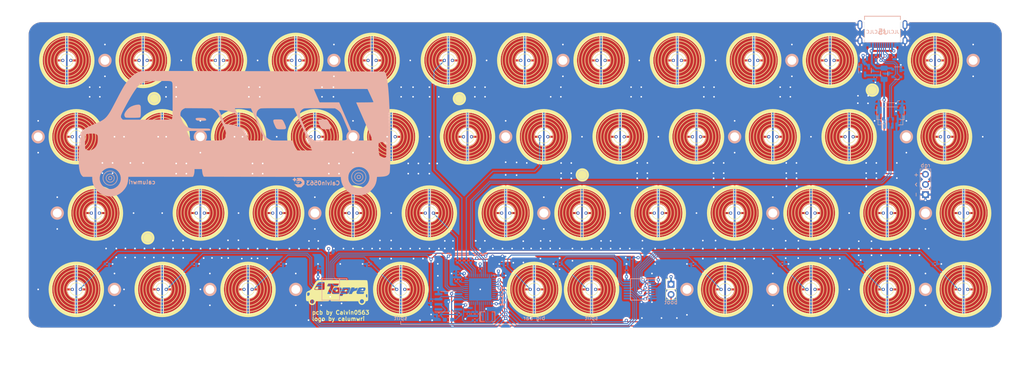
<source format=kicad_pcb>
(kicad_pcb (version 20240108) (generator "pcbnew") (generator_version "8.0")
  (layers (0 "F.Cu" signal) (1 "In1.Cu" signal) (2 "In2.Cu" signal) (31 "B.Cu" signal) (34 "B.Paste" user) (35 "F.Paste" user) (36 "B.SilkS" user "B.Silkscreen") (37 "F.SilkS" user "F.Silkscreen") (38 "B.Mask" user) (39 "F.Mask" user) (44 "Edge.Cuts" user))
  (net 0 "")
  (net 1 "GND")
  (net 2 "ROW0")
  (net 3 "COL0")
  (net 4 "COL1")
  (net 5 "COL2")
  (net 6 "COL3")
  (net 7 "COL4")
  (net 8 "COL5")
  (net 9 "ROW1")
  (net 10 "COL6")
  (net 11 "COL7")
  (net 12 "COL8")
  (net 13 "COL9")
  (net 14 "COL10")
  (net 15 "COL11")
  (net 16 "ROW2")
  (net 17 "ROW3")
  (net 18 "Net-(U1-VCAP1)")
  (net 19 "VBAT")
  (net 20 "+5V")
  (net 21 "APLEX_OUT_PIN_0")
  (net 22 "VCC")
  (net 23 "ADC")
  (net 24 "Net-(JP1-B)")
  (net 25 "Net-(U1-PA10)")
  (net 26 "Net-(U1-PB13)")
  (net 27 "Net-(U1-PB14)")
  (net 28 "Net-(U1-PB15)")
  (net 29 "NRST")
  (net 30 "BOOT1")
  (net 31 "BOOT0")
  (net 33 "XTAL0")
  (net 34 "XTAL1")
  (net 39 "APLEX_EN_PIN_0")
  (net 40 "APLEX_EN_PIN_1")
  (net 42 "D-")
  (net 43 "D+")
  (net 44 "SWDIO")
  (net 45 "SWCLK")
  (net 47 "AMUX_SEL_2")
  (net 48 "AMUX_SEL_1")
  (net 49 "AMUX_SEL_0")
  (net 54 "ARGB_3V3")
  (net 57 "/CC1")
  (net 58 "/CC2")
  (net 60 "Net-(U1-PB12)")
  (footprint "cipulot_parts:ecs_pad_1U_no_ring" (layer "F.Cu") (at 113.50625 50.00625)
    (property "Reference" "SW_EC17")
    (property "Value" "Topre" (hide yes))
  )
  (footprint "cipulot_parts:ecs_pad_1U_no_ring" (layer "F.Cu") (at 170.65625 50.00625)
    (property "Reference" "SW_EC20")
    (property "Value" "Topre" (hide yes))
  )
  (footprint "cipulot_parts:HOLE_M2" (layer "F.Cu") (at 156.36875 30.95625)
    (property "Reference" "H3" (hide yes))
    (property "Value" "MountingHole" (hide yes))
  )
  (footprint "cipulot_parts:HOLE_M2" (layer "F.Cu") (at 68.2625 88.10625)
    (property "Reference" "H18" (hide yes))
    (property "Value" "MountingHole" (hide yes))
  )
  (footprint "cipulot_parts:ecs_pad_1U_no_ring" (layer "F.Cu") (at 39.6875 69.05625)
    (property "Reference" "SW_EC25")
    (property "Value" "Topre" (hide yes))
  )
  (footprint "cipulot_parts:ecs_pad_1U_no_ring" (layer "F.Cu") (at 65.88125 69.05625 180)
    (property "Reference" "SW_EC26")
    (property "Value" "Topre" (hide yes))
  )
  (footprint "cipulot_parts:ecs_pad_1U_no_ring" (layer "F.Cu") (at 218.28125 88.10625 180)
    (property "Reference" "SW_EC44")
    (property "Value" "Topre" (hide yes))
  )
  (footprint "cipulot_parts:HOLE_M2" (layer "F.Cu") (at 246.85625 88.10625)
    (property "Reference" "H22" (hide yes))
    (property "Value" "MountingHole" (hide yes))
  )
  (footprint "cipulot_parts:ecs_pad_1U_no_ring" (layer "F.Cu") (at 89.69375 30.95625)
    (property "Reference" "SW_EC4")
    (property "Value" "Topre" (hide yes))
  )
  (footprint "cipulot_parts:HOLE_M2" (layer "F.Cu") (at 142.08125 50.00625)
    (property "Reference" "H9" (hide yes))
    (property "Value" "MountingHole" (hide yes))
  )
  (footprint "cipulot_parts:HOLE_M2" (layer "F.Cu") (at 213.51875 30.95625)
    (property "Reference" "H4" (hide yes))
    (property "Value" "MountingHole" (hide yes))
  )
  (footprint "cipulot_parts:ecs_pad_1U_no_ring" (layer "F.Cu") (at 108.74375 30.95625)
    (property "Reference" "SW_EC5")
    (property "Value" "Topre" (hide yes))
  )
  (footprint "cipulot_parts:ecs_pad_1U_no_ring" (layer "F.Cu") (at 151.60625 50.00625)
    (property "Reference" "SW_EC19")
    (property "Value" "Topre" (hide yes))
  )
  (footprint "cipulot_parts:HOLE_M2" (layer "F.Cu") (at 208.75625 69.05625)
    (property "Reference" "H15" (hide yes))
    (property "Value" "MountingHole" (hide yes))
  )
  (footprint "cipulot_parts:ecs_pad_1U_no_ring" (layer "F.Cu") (at 199.23125 69.05625 180)
    (property "Reference" "SW_EC33")
    (property "Value" "Topre" (hide yes))
  )
  (footprint "cipulot_parts:HOLE_M2" (layer "F.Cu") (at 151.60625 69.05625)
    (property "Reference" "H14" (hide yes))
    (property "Value" "MountingHole" (hide yes))
  )
  (footprint "cipulot_parts:ecs_pad_1U_no_ring" (layer "F.Cu") (at 208.75625 50.00625)
    (property "Reference" "SW_EC22")
    (property "Value" "Topre" (hide yes))
  )
  (footprint "cipulot_parts:ecs_pad_1U_no_ring" (layer "F.Cu") (at 75.40625 50.00625)
    (property "Reference" "SW_EC15")
    (property "Value" "Topre" (hide yes))
  )
  (footprint "cipulot_parts:HOLE_M2" (layer "F.Cu") (at 30.1625 69.05625)
    (property "Reference" "H12" (hide yes))
    (property "Value" "MountingHole" (hide yes))
  )
  (footprint "cipulot_parts:HOLE_M2" (layer "F.Cu") (at 208.75625 88.10625)
    (property "Reference" "H21" (hide yes))
    (property "Value" "MountingHole" (hide yes))
  )
  (footprint "cipulot_parts:HOLE_M2" (layer "F.Cu") (at 187.325 88.10625)
    (property "Reference" "H20" (hide yes))
    (property "Value" "MountingHole" (hide yes))
  )
  (footprint "cipulot_parts:ecs_pad_1U_no_ring" (layer "F.Cu") (at 70.64375 30.95625)
    (property "Reference" "SW_EC3")
    (property "Value" "Topre" (hide yes))
  )
  (footprint "cipulot_parts:ecs_pad_1U_no_ring" (layer "F.Cu") (at 256.38125 88.10625 180)
    (property "Reference" "SW_EC46")
    (property "Value" "Topre" (hide yes))
  )
  (footprint "cipulot_parts:ecs_pad_1U_no_ring" (layer "F.Cu") (at 32.54375 30.95625)
    (property "Reference" "SW_EC1")
    (property "Value" "Topre" (hide yes))
  )
  (footprint "Connector_PinHeader_2.54mm:PinHeader_1x02_P2.54mm_Vertical" (layer "F.Cu") (at 183.35625 86.83125)
    (property "Reference" "SW1" (hide yes))
    (property "Value" "BOOT0")
  )
  (footprint "cipulot_parts:ecs_pad_1U_no_ring" (layer "F.Cu") (at 123.03125 69.05625 180)
    (property "Reference" "SW_EC29")
    (property "Value" "Topre" (hide yes))
  )
  (footprint "cipulot_parts:HOLE_M2" (layer "F.Cu") (at 246.85625 69.05625)
    (property "Reference" "H16" (hide yes))
    (property "Value" "MountingHole" (hide yes))
  )
  (footprint "cipulot_parts:ecs_pad_1U_no_ring" (layer "F.Cu") (at 34.925 50.00625)
    (property "Reference" "SW_EC13")
    (property "Value" "Topre" (hide yes))
  )
  (footprint "cipulot_parts:HOLE_M2" (layer "F.Cu") (at 94.45625 69.05625)
    (property "Reference" "H13" (hide yes))
    (property "Value" "MountingHole" (hide yes))
  )
  (footprint "cipulot_parts:HOLE_M2" (layer "F.Cu") (at 258.7625 30.95625)
    (property "Reference" "H5" (hide yes))
    (property "Value" "MountingHole" (hide yes))
  )
  (footprint "cipulot_parts:ecs_pad_1U_no_ring" (layer "F.Cu") (at 103.98125 69.05625 180)
    (property "Reference" "SW_EC28")
    (property "Value" "Topre" (hide yes))
  )
  (footprint "cipulot_parts:ecs_pad_1U_no_ring" (layer "F.Cu") (at 161.13125 69.05625 180)
    (property "Reference" "SW_EC31")
    (property "Value" "Topre" (hide yes))
  )
  (footprint "LOGO" (layer "F.Cu") (at 99.61875 88.9)
    (property "Reference" "G***" (hide yes))
    (property "Value" "LOGO" (hide yes))
  )
  (footprint "cipulot_parts:HOLE_M2" (layer "F.Cu") (at 65.88125 50.00625)
    (property "Reference" "H7" (hide yes))
    (property "Value" "MountingHole" (hide yes))
  )
  (footprint "cipulot_parts:ecs_pad_1U_no_ring" (layer "F.Cu") (at 180.18125 69.05625 180)
    (property "Reference" "SW_EC32")
    (property "Value" "Topre" (hide yes))
  )
  (footprint "cipulot_parts:ecs_pad_1U_no_ring" (layer "F.Cu") (at 203.99375 30.95625)
    (property "Reference" "SW_EC10")
    (property "Value" "Topre" (hide yes))
  )
  (footprint "cipulot_parts:ecs_pad_1U_no_ring" (layer "F.Cu") (at 34.925 88.10625)
    (property "Reference" "SW_EC37")
    (property "Value" "Topre" (hide yes))
  )
  (footprint "cipulot_parts:ecs_pad_1U_no_ring" (layer "F.Cu") (at 227.80625 50.00625)
    (property "Reference" "SW_EC23")
    (property "Value" "Topre" (hide yes))
  )
  (footprint "cipulot_parts:ecs_pad_1U_no_ring" (layer "F.Cu") (at 256.38125 69.05625)
    (property "Reference" "SW_EC36")
    (property "Value" "Topre" (hide yes))
  )
  (footprint "cipulot_parts:ecs_pad_1U_no_ring" (layer "F.Cu") (at 251.61875 50.00625)
    (property "Reference" "SW_EC24")
    (property "Value" "Topre" (hide yes))
  )
  (footprint "cipulot_parts:ecs_pad_1U_no_ring" (layer "F.Cu") (at 56.35625 50.00625)
    (property "Reference" "SW_EC14")
    (property "Value" "Topre" (hide yes))
  )
  (footprint "cipulot_parts:HOLE_M2" (layer "F.Cu") (at 25.4 50.00625)
    (property "Reference" "H6" (hide yes))
    (property "Value" "MountingHole" (hide yes))
  )
  (footprint "cipulot_parts:ecs_pad_1U_no_ring" (layer "F.Cu") (at 127.79375 30.95625)
    (property "Reference" "SW_EC6")
    (property "Value" "Topre" (hide yes))
  )
  (footprint "cipulot_parts:ecs_pad_1U_no_ring" (layer "F.Cu") (at 142.08125 69.05625)
    (property "Reference" "SW_EC30")
    (property "Value" "Topre" (hide yes))
  )
  (footprint "cipulot_parts:ecs_pad_1U_no_ring" (layer "F.Cu") (at 223.04375 30.95625)
    (property "Reference" "SW_EC11")
    (property "Value" "Topre" (hide yes))
  )
  (footprint "cipulot_parts:ecs_pad_1U_no_ring" (layer "F.Cu") (at 146.84375 30.95625)
    (property "Reference" "SW_EC7")
    (property "Value" "Topre" (hide yes))
  )
  (footprint "cipulot_parts:ecs_pad_1U_no_ring" (layer "F.Cu") (at 165.89375 30.95625)
    (property "Reference" "SW_EC8")
    (property "Value" "Topre" (hide yes))
  )
  (footprint "cipulot_parts:HOLE_M2" (layer "F.Cu") (at 199.23125 50.00625)
    (property "Reference" "H10" (hide yes))
    (property "Value" "MountingHole" (hide yes))
  )
  (footprint "cipulot_parts:ecs_pad_1U_no_ring" (layer "F.Cu") (at 196.85 88.10625 180)
    (property "Reference" "SW_EC43")
    (property "Value" "Topre" (hide yes))
  )
  (footprint "cipulot_parts:ecs_pad_1U_no_ring" (layer "F.Cu") (at 237.33125 69.05625 180)
    (property "Reference" "SW_EC35")
    (property "Value" "Topre" (hide yes))
  )
  (footprint "cipulot_parts:ecs_pad_1U_no_ring" (layer "F.Cu") (at 149.225 88.10625 180)
    (property "Reference" "SW_EC41")
    (property "Value" "Topre" (hide yes))
  )
  (footprint "cipulot_parts:ecs_pad_1U_no_ring" (layer "F.Cu") (at 163.5125 88.10625 180)
    (property "Reference" "SW_EC42")
    (property "Value" "Topre" (hide yes))
  )
  (footprint "cipulot_parts:ecs_pad_1U_no_ring" (layer "F.Cu") (at 218.28125 69.05625 180)
    (property "Reference" "SW_EC34")
    (property "Value" "Topre" (hide yes))
  )
  (footprint "cipulot_parts:ecs_pad_1U_no_ring" (layer "F.Cu") (at 77.7875 88.10625)
    (property "Reference" "SW_EC39")
    (property "Value" "Topre" (hide yes))
  )
  (footprint "cipulot_parts:ecs_pad_1U_no_ring" (layer "F.Cu") (at 132.55625 50.00625)
    (property "Reference" "SW_EC18")
    (property "Value" "Topre" (hide yes))
  )
  (footprint "cipulot_parts:HOLE_M2" (layer "F.Cu") (at 44.45 88.10625)
    (property "Reference" "H17" (hide yes))
    (property "Value" "MountingHole" (hide yes))
  )
  (footprint "cipulot_parts:ecs_pad_1U_no_ring" (layer "F.Cu") (at 189.70625 50.00625)
    (property "Reference" "SW_EC21")
    (property "Value" "Topre" (hide yes))
  )
  (footprint "cipulot_parts:ecs_pad_1U_no_ring" (layer "F.Cu") (at 94.45625 50.00625)
    (property "Reference" "SW_EC16")
    (property "Value" "Topre" (hide yes))
  )
  (footprint "cipulot_parts:HOLE_M2" (layer "F.Cu") (at 42.06875 30.95625)
    (property "Reference" "H1" (hide yes))
    (property "Value" "MountingHole" (hide yes))
  )
  (footprint "cipulot_parts:HOLE_M2" (layer "F.Cu") (at 89.69375 88.10625)
    (property "Reference" "H19" (hide yes))
    (property "Value" "MountingHole" (hide yes))
  )
  (footprint "cipulot_parts:HOLE_M2" (layer "F.Cu") (at 103.98125 50.00625)
    (property "Reference" "H8" (hide yes))
    (property "Value" "MountingHole" (hide yes))
  )
  (footprint "cipulot_parts:ecs_pad_1U_no_ring" (layer "F.Cu") (at 84.93125 69.05625 180)
    (property "Reference" "SW_EC27")
    (property "Value" "Topre" (hide yes))
  )
  (footprint "cipulot_parts:ecs_pad_1U_no_ring" (layer "F.Cu") (at 56.35625 88.10625)
    (property "Reference" "SW_EC38")
    (property "Value" "Topre" (hide yes))
  )
  (footprint "cipulot_parts:ecs_pad_1U_no_ring" (layer "F.Cu") (at 184.94375 30.95625)
    (property "Reference" "SW_EC9")
    (property "Value" "Topre" (hide yes))
  )
  (footprint "cipulot_parts:ecs_pad_1U_no_ring" (layer "F.Cu") (at 237.33125 88.10625 180)
    (property "Reference" "SW_EC45")
    (property "Value" "Topre" (hide yes))
  )
  (footprint "cipulot_parts:ecs_pad_1U_no_ring" (layer "F.Cu") (at 51.59375 30.95625)
    (property "Reference" "SW_EC2")
    (property "Value" "Topre" (hide yes))
  )
  (footprint "cipulot_parts:ecs_pad_1U_no_ring" (layer "F.Cu") (at 249.2375 30.95625)
    (property "Reference" "SW_EC12")
    (property "Value" "Topre" (hide yes))
  )
  (footprint "cipulot_parts:HOLE_M2" (layer "F.Cu") (at 242.09375 50.00625)
    (property "Reference" "H11" (hide yes))
    (property "Value" "MountingHole" (hide yes))
  )
  (footprint "cipulot_parts:ecs_pad_1U_no_ring" (layer "F.Cu") (at 115.8875 88.10625 180)
    (property "Reference" "SW_EC40")
    (property "Value" "Topre" (hide yes))
  )
  (footprint "cipulot_parts:HOLE_M2" (layer "F.Cu") (at 99.21875 30.95625)
    (property "Reference" "H2" (hide yes))
    (property "Value" "MountingHole" (hide yes))
  )
  (footprint "Capacitor_SMD:C_0402_1005Metric" (layer "B.Cu") (at 133.886072 94.225973 -90)
    (property "Reference" "C10" (hide yes))
    (property "Value" "100n")
  )
  (footprint "Resistor_SMD:R_0402_1005Metric" (layer "B.Cu") (at 64.342898 81.75625)
    (property "Reference" "R14" (hide yes))
    (property "Value" "100k")
  )
  (footprint "Resistor_SMD:R_0402_1005Metric" (layer "B.Cu") (at 211.1375 81.75625)
    (property "Reference" "R23" (hide yes))
    (property "Value" "100k")
  )
  (footprint "Resistor_SMD:R_0402_1005Metric" (layer "B.Cu") (at 132.25625 80.897058 -90)
    (property "Reference" "R5" (hide yes))
    (property "Value" "100")
  )
  (footprint "Resistor_SMD:R_0402_1005Metric" (layer "B.Cu") (at 125.4125 94.3625 180)
    (property "Reference" "R18" (hide yes))
    (property "Value" "1k")
  )
  (footprint "Crystal:Resonator_SMD_Murata_CSTxExxV-3Pin_3.0x1.1mm" (layer "B.Cu") (at 137.601214 94.917035)
    (property "Reference" "Y1" (hide yes))
    (property "Value" "8 MHz")
  )
  (footprint "LOGO" (layer "B.Cu") (at 90.4875 61.363568 180)
    (property "Reference" "G***" (hide yes))
    (property "Value" "LOGO" (hide yes))
  )
  (footprint "Resistor_SMD:R_0402_1005Metric" (layer "B.Cu") (at 249.2375 81.746059)
    (property "Reference" "R25" (hide yes))
    (property "Value" "100k")
  )
  (footprint "Package_DFN_QFN:QFN-48-1EP_7x7mm_P0.5mm_EP5.6x5.6mm" (layer "B.Cu") (at 135.73125 88.10625 90)
    (property "Reference" "U1" (hide yes))
    (property "Value" "STM32F401CBUx")
  )
  (footprint "Capacitor_SMD:C_0402_1005Metric" (layer "B.Cu") (at 132.789679 94.225973 -90)
    (property "Reference" "C16" (hide yes))
    (property "Value" "100n")
  )
  (footprint "Connector_PinHeader_2.54mm:PinHeader_1x03_P2.54mm_Vertical" (layer "B.Cu") (at 246.85625 64.4525)
    (property "Reference" "J4" (hide yes))
    (property "Value" "ARGB")
  )
  (footprint "cipulot_parts:TSSOP16" (layer "B.Cu") (at 175.41875 88.10625 -90)
    (property "Reference" "U6")
    (property "Value" "74HC4051")
  )
  (footprint "LOGO" (layer "B.Cu") (at 73.025 49.2125 180)
    (property "Reference" "G***" (hide yes))
    (property "Value" "LOGO" (hide yes))
  )
  (footprint "USB4510-03-1-A:USB4510031A" (layer "B.Cu") (at 236.12475 23.18075)
    (property "Reference" "J5")
    (property "Value" "USB_C sink board 1.3mm" (hide yes))
  )
  (footprint "Resistor_SMD:R_0402_1005Metric" (layer "B.Cu") (at 238.91875 30.1625 -90)
    (property "Reference" "R8" (hide yes))
    (property "Value" "5k1")
  )
  (footprint "Connector_JST:JST_SH_SM04B-SRSS-TB_1x04-1MP_P1.00mm_Horizontal" (layer "B.Cu") (at 238.125 45.24375)
    (property "Reference" "J1" (hide yes))
    (property "Value" "JST SH")
  )
  (footprint "Resistor_SMD:R_0402_1005Metric" (layer "B.Cu") (at 98.425 78.99794)
    (property "Reference" "R16" (hide yes))
    (property "Value" "100k")
  )
  (footprint "Package_TO_SOT_SMD:SOT-143" (layer "B.Cu") (at 239.7125 34.13125 180)
    (property "Reference" "D1" (hide yes))
    (property "Value" "PRTR5V0U2X")
  )
  (footprint "cipulot_parts:TSSOP16" (layer "B.Cu") (at 98.425 88.10625 -90)
    (property "Reference" "U4")
    (property "Value" "74HC4051")
  )
  (footprint "Resistor_SMD:R_0402_1005Metric" (layer "B.Cu") (at 130.05625 80.897058 -90)
    (property "Reference" "R6" (hide yes))
    (property "Value" "100")
  )
  (footprint "Resistor_SMD:R_0402_1005Metric" (layer "B.Cu") (at 155.575 81.75625 180)
    (property "Reference" "R20" (hide yes))
    (property "Value" "100k")
  )
  (footprint "Capacitor_SMD:C_0402_1005Metric" (layer "B.Cu") (at 134.889679 94.233408 -90)
    (property "Reference" "C11" (hide yes))
    (property "Value" "1u")
  )
  (footprint "Resistor_SMD:R_0402_1005Metric" (layer "B.Cu") (at 131.15625 80.897058 -90)
    (property "Reference" "R4" (hide yes))
    (property "Value" "100")
  )
  (footprint "Resistor_SMD:R_0402_1005Metric" (layer "B.Cu") (at 141.2875 88.9)
    (property "Reference" "R11" (hide yes))
    (property "Value" "10k")
  )
  (footprint "Fuse:Fuse_1206_3216Metric" (layer "B.Cu") (at 236.539379 34.276278 -90)
    (property "Reference" "F_USBC1" (hide yes))
    (property "Value" "500mA")
  )
  (footprint "Resistor_SMD:R_0402_1005Metric" (layer "B.Cu") (at 134.393473 95.832687)
    (property "Reference" "R9" (hide yes))
    (property "Value" "10k")
  )
  (footprint "Resistor_SMD:R_0402_1005Metric" (layer "B.Cu") (at 234.484473 30.1625 -90)
    (property "Reference" "R7" (hide yes))
    (property "Value" "5k1")
  )
  (footprint "Resistor_SMD:R_0402_1005Metric" (layer "B.Cu") (at 42.57875 81.75625)
    (property "Reference" "R15" (hide yes))
    (property "Value" "100k")
  )
  (footprint "Capacitor_SMD:C_0402_1005Metric" (layer "B.Cu") (at 130.775537 85.600138 90)
    (property "Reference" "C1" (hide yes))
    (property "Value" "4.7u")
  )
  (footprint "Resistor_SMD:R_0402_1005Metric" (layer "B.Cu") (at 107.943663 81.746059 180)
    (property "Reference" "R17" (hide yes))
    (property "Value" "100k")
  )
  (footprint "Package_SO:SOIC-8_3.9x4.9mm_P1.27mm" (layer "B.Cu") (at 127.79375 91.1875)
    (property "Reference" "U5" (hide yes))
    (property "Value" "OPA350")
  )
  (footprint "Resistor_SMD:R_0402_1005Metric" (layer "B.Cu") (at 230.1875 81.75625)
    (property "Reference" "R24" (hide yes))
    (property "Value" "100k")
  )
  (footprint "Package_TO_SOT_SMD:SOT-23" (layer "B.Cu") (at 231.775 33.482528 -90)
    (property "Reference" "U3" (hide yes))
    (property "Value" "XC6206PxxxMR")
  )
  (footprint "Capacitor_SMD:C_0402_1005Metric" (layer "B.Cu") (at 234.360949 35.144941 -90)
    (property "Reference" "C12" (hide yes))
    (property "Value" "1u")
  )
  (footprint "Capacitor_SMD:C_0402_1005Metric" (layer "B.Cu") (at 231.775 30.730076)
    (property "Reference" "C13" (hide yes))
    (property "Value" "1u")
  )
  (footprint "Resistor_SMD:R_0402_1005Metric" (layer "B.Cu") (at 173.5475 80.16875 180)
    (property "Reference" "R19" (hide yes))
    (property "Value" "100k")
  )
  (footprint "Capacitor_SMD:C_0402_1005Metric" (layer "B.Cu") (at 141.29943 90.289802)
    (property "Reference" "C9" (hide yes))
    (property "Value" "100n")
  )
  (footprint "Capacitor_SMD:C_0402_1005Metric" (layer "B.Cu") (at 123.451464 91.021881 90)
    (property "Reference" "C15" (hide yes))
    (property "Value" "220p")
  )
  (footprint "Resistor_SMD:R_0402_1005Metric" (layer "B.Cu") (at 135.73125 82.95 90)
    (property "Reference" "R2" (hide yes))
    (property "Value" "100k")
  )
  (footprint "Resistor_SMD:R_0402_1005Metric" (layer "B.Cu") (at 142.08125 81.75625 180)
    (property "Reference" "R21" (hide yes))
    (property "Value" "100k")
  )
  (footprint "Capacitor_SMD:C_0402_1005Metric" (layer "B.Cu") (at 141.310343 91.336235)
    (property "Reference" "C6" (hide yes))
    (property "Value" "100n")
  )
  (footprint "Capacitor_SMD:C_0402_1005Metric" (layer "B.Cu") (at 130.20675 84.10575 180)
    (property "Reference" "C7" (hide yes))
    (property "Value" "100n")
  )
  (footprint "Resistor_SMD:R_0402_1005Metric" (layer "B.Cu") (at 130.45875 94.3625)
    (property "Reference" "R12" (hide yes))
    (property "Value" "100k")
  )
  (footprint "Capacitor_SMD:C_0402_1005Metric" (layer "B.Cu") (at 140.775 84.65)
    (property "Reference" "C8" (hide yes))
    (property "Value" "100n")
  )
  (footprint "Resistor_SMD:R_0402_1005Metric" (layer "B.Cu") (at 129.695761 85.582261 -90)
    (property "Reference" "R10" (hide yes))
    (property "Value" "10k")
  )
  (footprint "Connector_Molex:Molex_Pico-EZmate_78171-0004_1x04-1MP_P1.20mm_Vertical" (layer "B.Cu") (at 238.125 43.65625)
    (property "Reference" "J2" (hide yes))
    (property "Value" "Pico EZmate")
  )
  (footprint "Resistor_SMD:R_0402_1005Metric" (layer "B.Cu") (at 86.00875 81.75625)
    (property "Reference" "R13" (hide yes))
    (property "Value" "100k")
  )
  (footprint "Resistor_SMD:R_0402_1005Metric" (layer "B.Cu") (at 133.35 80.897058 -90)
    (property "Reference" "R3" (hide yes))
    (property "Value" "100")
  )
  (footprint "Capacitor_SMD:C_0402_1005Metric" (layer "B.Cu") (at 95.25 83.34375 90)
    (property "Reference" "C14" (hide yes))
    (property "Value" "100n")
  )
  (footprint "Capacitor_SMD:C_0402_1005Metric" (layer "B.Cu") (at 172.24375 83.34375 90)
    (property "Reference" "C17" (hide yes))
    (property "Value" "100n")
  )
  (footprint "Resistor_SMD:R_0402_1005Metric" (layer "B.Cu") (at 188.9125 81.75625 180)
    (property "Reference" "R22" (hide yes))
    (property "Value" "100k")
  )
  (footprint "Resistor_SMD:R_0603_1608Metric_Pad0.98x0.95mm_HandSolder" (layer "B.Cu") (at 127.810942 95.665357 180)
    (property "Reference" "JP1" (hide yes))
    (property "Value" "Ext_Res")
  )
  (gr_circle (center 142.08125 50.00625) (end 140.49375 50.00625) (stroke (width 0.15)) (fill solid) (layer "B.SilkS"))
  (gr_circle (center 103.98125 50.00625) (end 102.39375 50.00625) (stroke (width 0.15)) (fill solid) (layer "B.SilkS"))
  (gr_circle (center 30.1625 69.05625) (end 28.575 69.05625) (stroke (width 0.15)) (fill solid) (layer "B.SilkS"))
  (gr_circle (center 43.372899 60.325) (end 42.984307 60.166759) (stroke (width 0.15)) (fill none) (layer "B.SilkS"))
  (gr_line (start 115.8875 96.8375) (end 115.8875 96.04375) (stroke (width 0.15)) (layer "B.SilkS"))
  (gr_circle (center 105.420782 60.051583) (end 105.03219 59.893342) (stroke (width 0.15)) (fill none) (layer "B.SilkS"))
  (gr_circle (center 99.21875 30.95625) (end 97.63125 30.95625) (stroke (width 0.15)) (fill solid) (layer "B.SilkS"))
  (gr_circle (center 68.2625 88.10625) (end 66.675 88.10625) (stroke (width 0.15)) (fill solid) (layer "B.SilkS"))
  (gr_circle (center 25.4 50.00625) (end 23.8125 50.00625) (stroke (width 0.15)) (fill solid) (layer "B.SilkS"))
  (gr_circle (center 246.85625 69.05625) (end 245.26875 69.05625) (stroke (width 0.15)) (fill solid) (layer "B.SilkS"))
  (gr_line (start 163.5125 96.04375) (end 163.5125 96.8375) (stroke (width 0.15)) (layer "B.SilkS"))
  (gr_circle (center 187.325 88.10625) (end 185.7375 88.10625) (stroke (width 0.15)) (fill solid) (layer "B.SilkS"))
  (gr_circle (center 208.75625 69.05625) (end 207.16875 69.05625) (stroke (width 0.15)) (fill solid) (layer "B.SilkS"))
  (gr_circle (center 44.45 88.10625) (end 42.8625 88.10625) (stroke (width 0.15)) (fill solid) (layer "B.SilkS"))
  (gr_circle (center 94.45625 69.05625) (end 92.86875 69.05625) (stroke (width 0.15)) (fill solid) (layer "B.SilkS"))
  (gr_circle (center 242.09375 50.00625) (end 240.50625 50.00625) (stroke (width 0.15)) (fill solid) (layer "B.SilkS"))
  (gr_circle (center 89.69375 88.10625) (end 88.10625 88.10625) (stroke (width 0.15)) (fill solid) (layer "B.SilkS"))
  (gr_circle (center 208.75625 88.10625) (end 207.16875 88.10625) (stroke (width 0.15)) (fill solid) (layer "B.SilkS"))
  (gr_circle (center 105.420782 60.051583) (end 105.03219 59.099592) (stroke (width 0.15)) (fill none) (layer "B.SilkS"))
  (gr_circle (center 43.372899 60.325) (end 42.984307 59.373009) (stroke (width 0.15)) (fill none) (layer "B.SilkS"))
  (gr_line (start 163.5125 96.8375) (end 115.8875 96.8375) (stroke (width 0.15)) (layer "B.SilkS"))
  (gr_circle (center 42.06875 30.95625) (end 40.48125 30.95625) (stroke (width 0.15)) (fill solid) (layer "B.SilkS"))
  (gr_circle (center 65.88125 50.00625) (end 64.29375 50.00625) (stroke (width 0.15)) (fill solid) (layer "B.SilkS"))
  (gr_circle (center 43.372899 60.325) (end 42.984307 58.579259) (stroke (width 0.15)) (fill none) (layer "B.SilkS"))
  (gr_circle (center 213.51875 30.95625) (end 211.93125 30.95625) (stroke (width 0.15)) (fill solid) (layer "B.SilkS"))
  (gr_circle (center 258.7625 30.95625) (end 257.175 30.95625) (stroke (width 0.15)) (fill solid) (layer "B.SilkS"))
  (gr_circle (center 151.60625 69.05625) (end 150.01875 69.05625) (stroke (width 0.15)) (fill solid) (layer "B.SilkS"))
  (gr_circle (center 246.85625 88.10625) (end 245.26875 88.10625) (stroke (width 0.15)) (fill solid) (layer "B.SilkS"))
  (gr_circle (center 105.420782 60.051583) (end 105.03219 58.305842) (stroke (width 0.15)) (fill none) (layer "B.SilkS"))
  (gr_circle (center 199.23125 50.00625) (end 197.64375 50.00625) (stroke (width 0.15)) (fill solid) (layer "B.SilkS"))
  (gr_circle (center 156.36875 30.95625) (end 154.78125 30.95625) (stroke (width 0.15)) (fill solid) (layer "B.SilkS"))
  (gr_circle (center 218.28125 88.04984) (end 219.075 82.49359) (stroke (width 0.15)) (fill none) (layer "F.SilkS"))
  (gr_circle (center 113.50625 50.00625) (end 115.09375 50.00625) (stroke (width 0.15)) (fill none) (layer "F.SilkS"))
  (gr_circle (center 237.33125 88.04984) (end 238.125 84.08109) (stroke (width 0.15)) (fill none) (layer "F.SilkS"))
  (gr_circle (center 51.59375 30.89984) (end 53.18125 30.89984) (stroke (width 0.15)) (fill none) (layer "F.SilkS"))
  (gr_circle (center 39.6875 69.05625) (end 39.6875 65.88125) (stroke (width 0.15)) (fill none) (layer "F.SilkS"))
  (gr_circle (center 51.59375 30.89984) (end 52.3875 25.34359) (stroke (width 0.15)) (fill none) (layer "F.SilkS"))
  (gr_circle (center 89.69375 30.89984) (end 89.69375 28.51859) (stroke (width 0.15)) (fill none) (layer "F.SilkS"))
  (gr_circle (center 196.85 88.171942) (end 197.64375 84.203192) (stroke (width 0.15)) (fill none) (layer "F.SilkS"))
  (gr_circle (center 256.38125 68.99984) (end 257.96875 68.99984) (stroke (width 0.15)) (fill none) (layer "F.SilkS"))
  (gr_circle (center 56.35625 88.04984) (end 57.94375 88.04984) (stroke (width 0.15)) (fill none) (layer "F.SilkS"))
  (gr_circle (center 151.60625 50.00625) (end 152.4 44.45) (stroke (width 0.15)) (fill none) (layer "F.SilkS"))
  (gr_circle (center 251.61875 49.94984) (end 251.61875 47.56859) (stroke (width 0.15)) (fill none) (layer "F.SilkS"))
  (gr_circle (center 34.925 88.04984) (end 35.71875 84.08109) (stroke (width 0.15)) (fill none) (layer "F.SilkS"))
  (gr_circle (center 77.7875 88.04984) (end 78.58125 83.28734) (stroke (width 0.15)) (fill none) (layer "F.SilkS"))
  (gr_circle (center 56.35625 50.00625) (end 56.35625 46.83125) (stroke (width 0.15)) (fill none) (layer "F.SilkS"))
  (gr_circle (center 151.60625 50.00625) (end 151.60625 46.83125) (stroke (width 0.15)) (fill none) (layer "F.SilkS"))
  (gr_circle (center 113.50625 50.00625) (end 114.3 45.24375) (stroke (width 0.15)) (fill none) (layer "F.SilkS"))
  (gr_circle (center 203.99375 30.89984) (end 204.7875 26.93109) (stroke (width 0.15)) (fill none) (layer "F.SilkS"))
  (gr_circle (center 77.7875 88.04984) (end 79.375 88.04984) (stroke (width 0.15)) (fill none) (layer "F.SilkS"))
  (gr_circle (center 77.7875 88.04984) (end 77.7875 84.87484) (stroke (width 0.15)) (fill none) (layer "F.SilkS"))
  (gr_circle (center 199.23125 68.99984) (end 199.23125 66.61859) (stroke (width 0.15)) (fill none) (layer "F.SilkS"))
  (gr_circle (center 237.33125 88.04984) (end 238.125 83.28734) (stroke (width 0.15)) (fill none) (layer "F.SilkS"))
  (gr_circle (center 249.2375 30.95625) (end 249.2375 27.78125) (stroke (width 0.15)) (fill none) (layer "F.SilkS"))
  (gr_circle (center 251.61875 49.94984) (end 251.61875 46.77484) (stroke (width 0.15)) (fill none) (layer "F.SilkS"))
  (gr_circle (center 94.45625 50.00625) (end 95.25 44.45) (stroke (width 0.15)) (fill none) (layer "F.SilkS"))
  (gr_circle (center 256.38125 88.04984) (end 257.175 82.49359) (stroke (width 0.15)) (fill none) (layer "F.SilkS"))
  (gr_circle (center 256.38125 68.99984) (end 256.38125 66.61859) (stroke (width 0.15)) (fill none) (layer "F.SilkS"))
  (gr_circle (center 89.69375 30.89984) (end 91.28125 30.89984) (stroke (width 0.15)) (fill none) (layer "F.SilkS"))
  (gr_circle (center 70.64375 30.89984) (end 70.64375 27.72484) (stroke (width 0.15)) (fill none) (layer "F.SilkS"))
  (gr_circle (center 77.7875 88.04984) (end 78.58125 84.08109) (stroke (width 0.15)) (fill none) (layer "F.SilkS"))
  (gr_circle (center 218.28125 68.99984) (end 218.28125 65.82484) (stroke (width 0.15)) (fill none) (layer "F.SilkS"))
  (gr_circle (center 123.03125 68.99984) (end 123.825 63.44359) (stroke (width 0.15)) (fill none) (layer "F.SilkS"))
  (gr_circle (center 237.33125 68.99984) (end 238.125 65.03109) (stroke (width 0.15)) (fill none) (layer "F.SilkS"))
  (gr_circle (center 75.40625 50.00625) (end 75.40625 46.83125) (stroke (width 0.15)) (fill none) (layer "F.SilkS"))
  (gr_circle (center 103.98125 68.99984) (end 103.98125 66.61859) (stroke (width 0.15)) (fill none) (layer "F.SilkS"))
  (gr_circle (center 203.99375 30.89984) (end 203.99375 28.51859) (stroke (width 0.15)) (fill none) (layer "F.SilkS"))
  (gr_circle (center 180.18125 68.99984) (end 180.975 64.23734) (stroke (width 0.15)) (fill none) (layer "F.SilkS"))
  (gr_circle (center 103.98125 68.99984) (end 104.775 63.44359) (stroke (width 0.15)) (fill none) (layer "F.SilkS"))
  (gr_circle (center 56.35625 88.04984) (end 57.15 83.28734) (stroke (width 0.15)) (fill none) (layer "F.SilkS"))
  (gr_circle (center 142.08125 68.99984) (end 142.875 64.23734) (stroke (width 0.15)) (fill none) (layer "F.SilkS"))
  (gr_circle (center 161.13125 68.99984) (end 161.925 64.23734) (stroke (width 0.15)) (fill none) (layer "F.SilkS"))
  (gr_circle (center 84.93125 68.99984) (end 84.93125 66.61859) (stroke (width 0.15)) (fill none) (layer "F.SilkS"))
  (gr_circle (center 75.40625 50.00625) (end 76.99375 50.00625) (stroke (width 0.15)) (fill none) (layer "F.SilkS"))
  (gr_circle (center 218.28125 68.99984) (end 219.075 63.44359) (stroke (width 0.15)) (fill none) (layer "F.SilkS"))
  (gr_circle (center 34.925 50.00625) (end 35.71875 44.45) (stroke (width 0.15)) (fill none) (layer "F.SilkS"))
  (gr_circle (center 103.98125 68.99984) (end 104.775 64.23734) (stroke (width 0.15)) (fill none) (layer "F.SilkS"))
  (gr_circle (center 108.74375 30.89984) (end 108.74375 28.51859) (stroke (width 0.15)) (fill none) (layer "F.SilkS"))
  (gr_circle (center 170.65625 50.00625) (end 171.45 45.24375) (stroke (width 0.15)) (fill none) (layer "F.SilkS"))
  (gr_circle (center 149.225 88.10625) (end 149.225 84.93125) (stroke (width 0.15)) (fill none) (layer "F.SilkS"))
  (gr_circle (center 56.35625 50.00625) (end 57.94375 50.00625) (stroke (width 0.15)) (fill none) (layer "F.SilkS"))
  (gr_circle (center 146.84375 30.89984) (end 147.6375 26.13734) (stroke (width 0.15)) (fill none) (layer "F.SilkS"))
  (gr_circle (center 189.70625 50.00625) (end 189.70625 46.83125) (stroke (width 0.15)) (fill none) (layer "F.SilkS"))
  (gr_circle (center 34.925 50.00625) (end 35.71875 46.0375) (stroke (width 0.15)) (fill none) (layer "F.SilkS"))
  (gr_circle (center 237.33125 68.99984) (end 238.125 64.23734) (stroke (width 0.15)) (fill none) (layer "F.SilkS"))
  (gr_circle (center 123.03125 68.99984) (end 124.61875 68.99984) (stroke (width 0.15)) (fill none) (layer "F.SilkS"))
  (gr_circle (center 108.74375 30.89984) (end 110.33125 30.89984) (stroke (width 0.15)) (fill none) (layer "F.SilkS"))
  (gr_circle (center 34.925 50.00625) (end 34.925 47.625) (stroke (width 0.15)) (fill none) (layer "F.SilkS"))
  (gr_circle (center 256.38125 68.99984) (end 256.38125 65.82484) (stroke (width 0.15)) (fill none) (layer "F.SilkS"))
  (gr_circle (center 56.35625 50.00625) (end 57.15 44.45) (stroke (width 0.15)) (fill none) (layer "F.SilkS"))
  (gr_circle (center 34.925 88.04984) (end 34.925 84.87484) (stroke (width 0.15)) (fill none) (layer "F.SilkS"))
  (gr_circle (center 161.13125 68.99984) (end 161.13125 66.61859) (stroke (width 0.15)) (fill none) (layer "F.SilkS"))
  (gr_circle (center 34.925 88.04984) (end 35.71875 82.49359) (stroke (width 0.15)) (fill none) (layer "F.SilkS"))
  (gr_circle (center 223.04375 30.89984) (end 223.8375 26.13734) (stroke (width 0.15)) (fill none) (layer "F.SilkS"))
  (gr_circle (center 89.69375 30.89984) (end 90.4875 25.34359) (stroke (width 0.15)) (fill none) (layer "F.SilkS"))
  (gr_circle (center 184.94375 30.89984) (end 185.7375 26.93109) (stroke (width 0.15)) (fill none) (layer "F.SilkS"))
  (gr_circle (center 163.5125 88.04984) (end 164.30625 82.49359) (stroke (width 0.15)) (fill none) (layer "F.SilkS"))
  (gr_circle (center 146.84375 30.89984) (end 148.43125 30.89984) (stroke (width 0.15)) (fill none) (layer "F.SilkS"))
  (gr_circle (center 218.28125 88.04984) (end 219.86875 88.04984) (stroke (width 0.15)) (fill none) (layer "F.SilkS"))
  (gr_circle (center 127.79375 30.89984) (end 128.5875 26.93109) (stroke (width 0.15)) (fill none) (layer "F.SilkS"))
  (gr_circle (center 218.28125 88.04984) (end 218.28125 85.66859) (stroke (width 0.15)) (fill none) (layer "F.SilkS"))
  (gr_circle (center 161.13125 68.99984) (end 162.71875 68.99984) (stroke (width 0.15)) (fill none) (layer "F.SilkS"))
  (gr_circle (center 34.925 50.00625) (end 34.925 46.83125) (stroke (width 0.15)) (fill none) (layer "F.SilkS"))
  (gr_circle (center 184.94375 30.89984) (end 184.94375 27.72484) (stroke (width 0.15)) (fill none) (layer "F.SilkS"))
  (gr_circle (center 218.28125 68.99984) (end 218.28125 66.61859) (stroke (width 0.15)) (fill none) (layer "F.SilkS"))
  (gr_circle (center 218.28125 88.04984) (end 219.075 84.08109) (stroke (width 0.15)) (fill none) (layer "F.SilkS"))
  (gr_circle (center 115.8875 88.04984) (end 116.68125 84.08109) (stroke (width 0.15)) (fill none) (layer "F.SilkS"))
  (gr_circle (center 70.64375 30.89984) (end 72.23125 30.89984) (stroke (width 0.15)) (fill none) (layer "F.SilkS"))
  (gr_circle (center 149.225 88.10625) (end 150.8125 88.10625) (stroke (width 0.15)) (fill none) (layer "F.SilkS"))
  (gr_circle (center 146.84375 30.89984) (end 146.84375 28.51859) (stroke (width 0.15)) (fill none) (layer "F.SilkS"))
  (gr_circle (center 189.70625 50.00625) (end 190.5 45.24375) (stroke (width 0.15)) (fill none) (layer "F.SilkS"))
  (gr_circle (center 65.88125 68.99984) (end 66.675 64.23734) (stroke (width 0.15)) (fill none) (layer "F.SilkS"))
  (gr_circle (center 203.99375 30.89984) (end 203.99375 27.72484) (stroke (width 0.15)) (fill none) (layer "F.SilkS"))
  (gr_circle (center 113.50625 50.00625) (end 114.3 46.0375) (stroke (width 0.15)) (fill none) (layer "F.SilkS"))
  (gr_circle (center 151.60625 50.00625) (end 151.60625 47.625) (stroke (width 0.15)) (fill none) (layer "F.SilkS"))
  (gr_circle (center 115.8875 88.04984) (end 116.68125 82.49359) (stroke (width 0.15)) (fill none) (layer "F.SilkS"))
  (gr_circle (center 189.70625 50.00625) (end 191.29375 50.00625) (stroke (width 0.15)) (fill none) (layer "F.SilkS"))
  (gr_circle (center 51.59375 30.89984) (end 51.59375 28.51859) (stroke (width 0.15)) (fill none) (layer "F.SilkS"))
  (gr_circle (center 132.55625 50.00625) (end 133.35 44.45) (stroke (width 0.15)) (fill none) (layer "F.SilkS"))
  (gr_circle (center 65.88125 68.99984) (end 66.675 63.44359) (stroke (width 0.15)) (fill none) (layer "F.SilkS"))
  (gr_circle (center 218.28125 88.04984) (end 219.075 83.28734) (stroke (width 0.15)) (fill none) (layer "F.SilkS"))
  (gr_circle (center 227.80625 50.00625) (end 228.6 46.0375) (stroke (width 0.15)) (fill none) (layer "F.SilkS"))
  (gr_circle (center 161.13125 68.99984) (end 161.925 65.03109) (stroke (width 0.15)) (fill none) (layer "F.SilkS"))
  (gr_circle (center 165.89375 30.89984) (end 165.89375 28.51859) (stroke (width 0.15)) (fill none) (layer "F.SilkS"))
  (gr_circle (center 34.925 50.00625) (end 36.5125 50.00625) (stroke (width 0.15)) (fill none) (layer "F.SilkS"))
  (gr_circle (center 256.38125 88.04984) (end 256.38125 84.87484) (stroke (width 0.15)) (fill none) (layer "F.SilkS"))
  (gr_circle (center 39.6875 69.05625) (end 40.48125 63.5) (stroke (width 0.15)) (fill none) (layer "F.SilkS"))
  (gr_circle (center 256.38125 88.04984) (end 257.175 83.28734) (stroke (width 0.15)) (fill none) (layer "F.SilkS"))
  (gr_circle (center 149.225 88.10625) (end 150.01875 84.1375) (stroke (width 0.15)) (fill none) (layer "F.SilkS"))
  (gr_circle (center 34.925 88.04984) (end 34.925 85.66859) (stroke (width 0.15)) (fill none) (layer "F.SilkS"))
  (gr_circle (center 256.38125 68.99984) (end 257.175 64.23734) (stroke (width 0.15)) (fill none) (layer "F.SilkS"))
  (gr_circle (center 84.93125 68.99984) (end 84.93125 65.82484) (stroke (width 0.15)) (fill none) (layer "F.SilkS"))
  (gr_circle (center 51.59375 30.89984) (end 52.3875 26.93109) (stroke (width 0.15)) (fill none) (layer "F.SilkS"))
  (gr_circle (center 32.54375 30.89984) (end 33.3375 26.13734) (stroke (width 0.15)) (fill none) (layer "F.SilkS"))
  (gr_circle (center 227.80625 50.00625) (end 228.6 45.24375) (stroke (width 0.15)) (fill none) (layer "F.SilkS"))
  (gr_circle (center 132.55625 50.00625) (end 133.35 46.0375) (stroke (width 0.15)) (fill none) (layer "F.SilkS"))
  (gr_circle (center 208.75625 50.00625) (end 209.55 45.24375) (stroke (width 0.15)) (fill none) (layer "F.SilkS"))
  (gr_circle (center 249.2375 30.95625) (end 250.03125 26.9875) (stroke (width 0.15)) (fill none) (layer "F.SilkS"))
  (gr_circle (center 184.94375 30.89984) (end 185.7375 26.13734) (stroke (width 0.15)) (fill none) (layer "F.SilkS"))
  (gr_circle (center 32.54375 30.89984) (end 32.54375 28.51859) (stroke (width 0.15)) (fill none) (layer "F.SilkS"))
  (gr_circle (center 237.33125 88.04984) (end 237.33125 85.66859) (stroke (width 0.15)) (fill none) (layer "F.SilkS"))
  (gr_circle (center 146.84375 30.89984) (end 147.6375 26.93109) (stroke (width 0.15)) (fill none) (layer "F.SilkS"))
  (gr_circle (center 237.33125 68.99984) (end 237.33125 66.61859) (stroke (width 0.15)) (fill none) (layer "F.SilkS"))
  (gr_circle (center 170.65625 50.00625) (end 172.24375 50.00625) (stroke (width 0.15)) (fill none) (layer "F.SilkS"))
  (gr_circle (center 84.93125 68.99984) (end 85.725 63.44359) (stroke (width 0.15)) (fill none) (layer "F.SilkS"))
  (gr_circle (center 56.35625 50.00625) (end 57.15 46.0375) (stroke (width 0.15)) (fill none) (layer "F.SilkS"))
  (gr_circle (center 180.18125 68.99984) (end 180.18125 66.61859) (stroke (width 0.15)) (fill none) (layer "F.SilkS"))
  (gr_circle (center 149.225 88.10625) (end 149.225 85.725) (stroke (width 0.15)) (fill none) (layer "F.SilkS"))
  (gr_circle (center 196.85 88.171942) (end 196.85 85.790692) (stroke (width 0.15)) (fill none) (layer "F.SilkS"))
  (gr_circle (center 56.35625 50.00625) (end 56.35625 47.625) (stroke (width 0.15)) (fill none) (layer "F.SilkS"))
  (gr_circle (center 184.94375 30.89984) (end 186.53125 30.89984) (stroke (width 0.15)) (fill none) (layer "F.SilkS"))
  (gr_circle (center 32.54375 30.89984) (end 33.3375 26.93109) (stroke (width 0.15)) (fill none) (layer "F.SilkS"))
  (gr_circle (center 39.6875 69.05625) (end 40.48125 64.29375) (stroke (width 0.15)) (fill none) (layer "F.SilkS"))
  (gr_circle (center 70.64375 30.89984) (end 71.4375 25.34359) (stroke (width 0.15)) (fill none) (layer "F.SilkS"))
  (gr_circle (center 70.64375 30.89984) (end 70.64375 28.51859) (stroke (width 0.15)) (fill none) (layer "F.SilkS"))
  (gr_circle (center 142.08125 68.99984) (end 142.875 65.03109) (stroke (width 0.15)) (fill none) (layer "F.SilkS"))
  (gr_circle (center 223.04375 30.89984) (end 224.63125 30.89984) (stroke (width 0.15)) (fill none) (layer "F.SilkS"))
  (gr_circle (center 170.65625 50.00625) (end 170.65625 46.83125) (stroke (width 0.15)) (fill none) (layer "F.SilkS"))
  (gr_circle (center 165.89375 30.89984) (end 166.6875 26.93109) (stroke (width 0.15)) (fill none) (layer "F.SilkS"))
  (gr_circle (center 39.6875 69.05625) (end 40.48125 65.0875) (stroke (width 0.15)) (fill none) (layer "F.SilkS"))
  (gr_circle (center 34.925 88.04984) (end 36.5125 88.04984) (stroke (width 0.15)) (fill none) (layer "F.SilkS"))
  (gr_circle (center 113.50625 50.00625) (end 113.50625 46.83125) (stroke (width 0.15)) (fill none) (layer "F.SilkS"))
  (gr_circle (center 199.23125 68.99984) (end 199.23125 65.82484) (stroke (width 0.15)) (fill none) (layer "F.SilkS"))
  (gr_circle (center 70.64375 30.89984) (end 71.4375 26.13734) (stroke (width 0.15)) (fill none) (layer "F.SilkS"))
  (gr_circle (center 237.33125 68.99984) (end 238.125 63.44359) (stroke (width 0.15)) (fill none) (layer "F.SilkS"))
  (gr_circle (center 249.2375 30.95625) (end 250.825 30.95625) (stroke (width 0.15)) (fill none) (layer "F.SilkS"))
  (gr_circle (center 249.2375 30.95625) (end 250.03125 25.4) (stroke (width 0.15)) (fill none) (layer "F.SilkS"))
  (gr_circle (center 34.925 88.04984) (end 35.71875 83.28734) (stroke (width 0.15)) (fill none) (layer "F.SilkS"))
  (gr_circle (center 70.64375 30.89984) (end 71.4375 26.93109) (stroke (width 0.15)) (fill none) (layer "F.SilkS"))
  (gr_circle (center 151.60625 50.00625) (end 153.19375 50.00625) (stroke (width 0.15)) (fill none) (layer "F.SilkS"))
  (gr_circle (center 251.61875 49.94984) (end 252.4125 45.18734) (stroke (width 0.15)) (fill none) (layer "F.SilkS"))
  (gr_circle (center 65.88125 68.99984) (end 65.88125 66.61859) (stroke (width 0.15)) (fill none) (layer "F.SilkS"))
  (gr_circle (center 208.75625 50.00625) (end 209.55 46.0375) (stroke (width 0.15)) (fill none) (layer "F.SilkS"))
  (gr_circle (center 142.08125 68.99984) (end 142.08125 66.61859) (stroke (width 0.15)) (fill none) (layer "F.SilkS"))
  (gr_circle (center 127.79375 30.89984) (end 127.79375 28.51859) (stroke (width 0.15)) (fill none) (layer "F.SilkS"))
  (gr_circle (center 218.28125 68.99984) (end 219.86875 68.99984) (stroke (width 0.15)) (fill none) (layer "F.SilkS"))
  (gr_circle (center 237.33125 88.04984) (end 237.33125 84.87484) (stroke (width 0.15)) (fill none) (layer "F.SilkS"))
  (gr_circle (center 163.5125 88.04984) (end 164.30625 84.08109) (stroke (width 0.15)) (fill none) (layer "F.SilkS"))
  (gr_circle (center 256.38125 88.04984) (end 257.175 84.08109) (stroke (width 0.15)) (fill none) (layer "F.SilkS"))
  (gr_circle (center 189.70625 50.00625) (end 190.5 46.0375) (stroke (width 0.15)) (fill none) (layer "F.SilkS"))
  (gr_circle (center 123.03125 68.99984) (end 123.03125 66.61859) (stroke (width 0.15)) (fill none) (layer "F.SilkS"))
  (gr_circle (center 127.79375 30.89984) (end 127.79375 27.72484) (stroke (width 0.15)) (fill none) (layer "F.SilkS"))
  (gr_circle (center 56.35625 88.04984) (end 57.15 84.08109) (stroke (width 0.15)) (fill none) (layer "F.SilkS"))
  (gr_circle (center 170.65625 50.00625) (end 171.45 46.0375) (stroke (width 0.15)) (fill none) (layer "F.SilkS"))
  (gr_circle (center 256.38125 88.04984) (end 256.38125 85.66859) (stroke (width 0.15)) (fill none) (layer "F.SilkS"))
  (gr_circle (center 161.13125 68.99984) (end 161.925 63.44359) (stroke (width 0.15)) (fill none) (layer "F.SilkS"))
  (gr_circle (center 89.69375 30.89984) (end 90.4875 26.13734) (stroke (width 0.15)) (fill none) (layer "F.SilkS"))
  (gr_circle (center 75.40625 50.00625) (end 76.2 45.24375) (stroke (width 0.15)) (fill none) (layer "F.SilkS"))
  (gr_circle (center 218.28125 88.04984) (end 218.28125 84.87484) (stroke (width 0.15)) (fill none) (layer "F.SilkS"))
  (gr_circle (center 123.03125 68.99984) (end 123.825 64.23734) (stroke (width 0.15)) (fill none) (layer "F.SilkS"))
  (gr_circle (center 149.225 88.10625) (end 150.01875 82.55) (stroke (width 0.15)) (fill none) (layer "F.SilkS"))
  (gr_circle (center 223.04375 30.89984) (end 223.8375 26.93109) (stroke (width 0.15)) (fill none) (layer "F.SilkS"))
  (gr_circle (center 130.527573 40.493917) (end 132.115073 40.493917) (stroke (width 0.15)) (fill solid) (layer "F.SilkS"))
  (gr_circle (center 189.70625 50.00625) (end 190.5 44.45) (stroke (width 0.15)) (fill none) (layer "F.SilkS"))
  (gr_circle (center 32.54375 30.89984) (end 33.3375 25.34359) (stroke (width 0.15)) (fill none) (layer "F.SilkS"))
  (gr_circle (center 132.55625 50.00625) (end 134.14375 50.00625) (stroke (width 0.15)) (fill none) (layer "F.SilkS"))
  (gr_circle (center 149.225 88.10625) (end 150.01875 83.34375) (stroke (width 0.15)) (fill none) (layer "F.SilkS"))
  (gr_circle (center 249.2375 30.95625) (end 249.2375 28.575) (stroke (width 0.15)) (fill none) (layer "F.SilkS"))
  (gr_circle (center 54.359241 40.48125) (end 55.946741 40.48125) (stroke (width 0.15)) (fill solid) (layer "F.SilkS"))
  (gr_circle (center 180.18125 68.99984) (end 180.18125 65.82484) (stroke (width 0.15)) (fill none) (layer "F.SilkS"))
  (gr_circle (center 227.80625 50.00625) (end 228.6 44.45) (stroke (width 0.15)) (fill none) (layer "F.SilkS"))
  (gr_circle (center 115.8875 88.04984) (end 116.68125 83.28734) (stroke (width 0.15)) (fill none) (layer "F.SilkS"))
  (gr_circle (center 163.5125 88.04984) (end 163.5125 85.66859) (stroke (width 0.15)) (fill none) (layer "F.SilkS"))
  (gr_circle (center 75.40625 50.00625) (end 75.40625 47.625) (stroke (width 0.15)) (fill none) (layer "F.SilkS"))
  (gr_circle (center 223.04375 30.89984) (end 223.04375 28.51859) (stroke (width 0.15)) (fill none) (layer "F.SilkS"))
  (gr_circle (center 227.80625 50.00625) (end 227.80625 46.83125) (stroke (width 0.15)) (fill none) (layer "F.SilkS"))
  (gr_circle (center 84.93125 68.99984) (end 85.725 64.23734) (stroke (width 0.15)) (fill none) (layer "F.SilkS"))
  (gr_circle (center 89.69375 30.89984) (end 89.69375 27.72484) (stroke (width 0.15)) (fill none) (layer "F.SilkS"))
  (gr_circle (center 151.60625 50.00625) (end 152.4 45.24375) (stroke (width 0.15)) (fill none) (layer "F.SilkS"))
  (gr_circle (center 94.45625 50.00625) (end 96.04375 50.00625) (stroke (width 0.15)) (fill none) (layer "F.SilkS"))
  (gr_circle (center 165.89375 30.89984) (end 167.48125 30.89984) (stroke (width 0.15)) (fill none) (layer "F.SilkS"))
  (gr_circle (center 208.75625 50.00625) (end 208.75625 47.625) (stroke (width 0.15)) (fill none) (layer "F.SilkS"))
  (gr_circle (center 170.65625 50.00625) (end 170.65625 47.625) (stroke (width 0.15)) (fill none) (layer "F.SilkS"))
  (gr_circle (center 146.84375 30.89984) (end 146.84375 27.72484) (stroke (width 0.15)) (fill none) (layer "F.SilkS"))
  (gr_circle (center 94.45625 50.00625) (end 94.45625 46.83125) (stroke (width 0.15)) (fill none) (layer "F.SilkS"))
  (gr_circle (center 223.04375 30.89984) (end 223.04375 27.72484) (stroke (width 0.15)) (fill none) (layer "F.SilkS"))
  (gr_circle (center 203.99375 30.89984) (end 204.7875 25.34359) (stroke (width 0.15)) (fill none) (layer "F.SilkS"))
  (gr_circle (center 227.80625 50.00625) (end 227.80625 47.625) (stroke (width 0.15)) (fill none) (layer "F.SilkS"))
  (gr_circle (center 113.50625 50.00625) (end 113.50625 47.625) (stroke (width 0.15)) (fill none) (layer "F.SilkS"))
  (gr_circle (center 151.60625 50.00625) (end 152.4 46.0375) (stroke (width 0.15)) (fill none) (layer "F.SilkS"))
  (gr_circle (center 132.55625 50.00625) (end 132.55625 47.625) (stroke (width 0.15)) (fill none) (layer "F.SilkS"))
  (gr_circle (center 56.35625 88.04984) (end 57.15 82.49359) (stroke (width 0.15)) (fill none) (layer "F.SilkS"))
  (gr_circle (center 132.55625 50.00625) (end 132.55625 46.83125) (stroke (width 0.15)) (fill none) (layer "F.SilkS"))
  (gr_circle (center 180.18125 68.99984) (end 180.975 65.03109) (stroke (width 0.15)) (fill none) (layer "F.SilkS"))
  (gr_circle (center 251.61875 49.94984) (end 252.4125 45.98109) (stroke (width 0.15)) (fill none) (layer "F.SilkS"))
  (gr_circle (center 52.759074 75.254242) (end 54.346574 75.254242) (stroke (width 0.15)) (fill solid) (layer "F.SilkS"))
  (gr_circle (center 146.84375 30.89984) (end 147.6375 25.34359) (stroke (width 0.15)) (fill none) (layer "F.SilkS"))
  (gr_circle (center 108.74375 30.89984) (end 108.74375 27.72484) (stroke (width 0.15)) (fill none) (layer "F.SilkS"))
  (gr_circle (center 103.98125 68.99984) (end 105.56875 68.99984) (stroke (width 0.15)) (fill none) (layer "F.SilkS"))
  (gr_circle (center 249.2375 30.95625) (end 250.03125 26.19375) (stroke (width 0.15)) (fill none) (layer "F.SilkS"))
  (gr_circle (center 32.54375 30.89984) (end 32.54375 27.72484) (stroke (width 0.15)) (fill none) (layer "F.SilkS"))
  (gr_circle (center 127.79375 30.89984) (end 128.5875 25.34359) (stroke (width 0.15)) (fill none) (layer "F.SilkS"))
  (gr_circle (center 180.18125 68.99984) (end 181.76875 68.99984) (stroke (width 0.15)) (fill none) (layer "F.SilkS"))
  (gr_circle (center 203.99375 30.89984) (end 204.7875 26.13734) (stroke (width 0.15)) (fill none) (layer "F.SilkS"))
  (gr_circle (center 189.70625 50.00625) (end 189.70625 47.625) (stroke (width 0.15)) (fill none) (layer "F.SilkS"))
  (gr_circle (center 115.8875 88.04984) (end 115.8875 85.66859) (stroke (width 0.15)) (fill none) (layer "F.SilkS"))
  (gr_circle (center 103.98125 68.99984) (end 103.98125 65.82484) (stroke (width 0.15)) (fill none) (layer "F.SilkS"))
  (gr_circle (center 39.6875 69.05625) (end 39.6875 66.675) (stroke (width 0.15)) (fill none) (layer "F.SilkS"))
  (gr_circle (center 108.74375 30.89984) (end 109.5375 25.34359) (stroke (width 0.15)) (fill none) (layer "F.SilkS"))
  (gr_circle (center 65.88125 68.99984) (end 67.46875 68.99984) (stroke (width 0.15)) (fill none) (layer "F.SilkS"))
  (gr_circle (center 94.45625 50.00625) (end 95.25 46.0375) (stroke (width 0.15)) (fill none) (layer "F.SilkS"))
  (gr_circle (center 165.89375 30.89984) (end 166.6875 26.13734) (stroke (width 0.15)) (fill none) (layer "F.SilkS"))
  (gr_circle (center 165.89375 30.89984) (end 165.89375 27.72484) (stroke (width 0.15)) (fill none) (layer "F.SilkS"))
  (gr_circle (center 103.98125 68.99984) (end 104.775 65.03109) (stroke (width 0.15)) (fill none) (layer "F.SilkS"))
  (gr_circle (center 56.35625 88.04984) (end 56.35625 85.66859) (stroke (width 0.15)) (fill none) (layer "F.SilkS"))
  (gr_circle (center 199.23125 68.99984) (end 200.025 64.23734) (stroke (width 0.15)) (fill none) (layer "F.SilkS"))
  (gr_circle (center 94.45625 50.00625) (end 95.25 45.24375) (stroke (width 0.15)) (fill none) (layer "F.SilkS"))
  (gr_circle (center 223.04375 30.89984) (end 223.8375 25.34359) (stroke (width 0.15)) (fill none) (layer "F.SilkS"))
  (gr_circle (center 56.35625 50.00625) (end 57.15 45.24375) (stroke (width 0.15)) (fill none) (layer "F.SilkS"))
  (gr_circle (center 237.33125 68.99984) (end 238.91875 68.99984) (stroke (width 0.15)) (fill none) (layer "F.SilkS"))
  (gr_circle (center 208.75625 50.00625) (end 209.55 44.45) (stroke (width 0.15)) (fill none) (layer "F.SilkS"))
  (gr_circle (center 165.89375 30.89984) (end 166.6875 25.34359) (stroke (width 0.15)) (fill none) (layer "F.SilkS"))
  (gr_circle (center 32.54375 30.89984) (end 34.13125 30.89984) (stroke (width 0.15)) (fill none) (layer "F.SilkS"))
  (gr_circle (center 237.33125 88.04984) (end 238.125 82.49359) (stroke (width 0.15)) (fill none) (layer "F.SilkS"))
  (gr_circle (center 77.7875 88.04984) (end 77.7875 85.66859) (stroke (width 0.15)) (fill none) (layer "F.SilkS"))
  (gr_circle (center 127.79375 30.89984) (end 129.38125 30.89984) (stroke (width 0.15)) (fill none) (layer "F.SilkS"))
  (gr_circle (center 184.94375 30.89984) (end 184.94375 28.51859) (stroke (width 0.15)) (fill none) (layer "F.SilkS"))
  (gr_circle (center 163.5125 88.04984) (end 165.1 88.04984) (stroke (width 0.15)) (fill none) (layer "F.SilkS"))
  (gr_circle (center 142.08125 68.99984) (end 142.875 63.44359) (stroke (width 0.15)) (fill none) (layer "F.SilkS"))
  (gr_circle (center 227.80625 50.00625) (end 229.39375 50.00625) (stroke (width 0.15)) (fill none) (layer "F.SilkS"))
  (gr_circle (center 94.45625 50.00625) (end 94.45625 47.625) (stroke (width 0.15)) (fill none) (layer "F.SilkS"))
  (gr_circle (center 199.23125 68.99984) (end 200.81875 68.99984) (stroke (width 0.15)) (fill none) (layer "F.SilkS"))
  (gr_circle (center 218.28125 68.99984) (end 219.075 64.23734) (stroke (width 0.15)) (fill none) (layer "F.SilkS"))
  (gr_circle (center 115.8875 88.04984) (end 117.475 88.04984) (stroke (width 0.15)) (fill none) (layer "F.SilkS"))
  (gr_circle (center 84.93125 68.99984) (end 85.725 65.03109) (stroke (width 0.15)) (fill none) (layer "F.SilkS"))
  (gr_circle (center 127.79375 30.89984) (end 128.5875 26.13734) (stroke (width 0.15)) (fill none) (layer "F.SilkS"))
  (gr_circle (center 233.599023 38.366935) (end 235.186523 38.366935) (stroke (width 0.15)) (fill solid) (layer "F.SilkS"))
  (gr_circle (center 51.59375 30.89984) (end 52.3875 26.13734) (stroke (width 0.15)) (fill none) (layer "F.SilkS"))
  (gr_circle (center 170.65625 50.00625) (end 171.45 44.45) (stroke (width 0.15)) (fill none) (layer "F.SilkS"))
  (gr_circle (center 196.85 88.171942) (end 197.64375 83.409442) (stroke (width 0.15)) (fill none) (layer "F.SilkS"))
  (gr_circle (center 237.33125 88.04984) (end 238.91875 88.04984) (stroke (width 0.15)) (fill none) (layer "F.SilkS"))
  (gr_circle (center 89.69375 30.89984) (end 90.4875 26.93109) (stroke (width 0.15)) (fill none) (layer "F.SilkS"))
  (gr_circle (center 256.38125 68.99984) (end 257.175 63.44359) (stroke (width 0.15)) (fill none) (layer "F.SilkS"))
  (gr_circle (center 208.75625 50.00625) (end 210.34375 50.00625) (stroke (width 0.15)) (fill none) (layer "F.SilkS"))
  (gr_circle (center 123.03125 68.99984) (end 123.825 65.03109) (stroke (width 0.15)) (fill none) (layer "F.SilkS"))
  (gr_circle (center 51.59375 30.89984) (end 51.59375 27.72484) (stroke (width 0.15)) (fill none) (layer "F.SilkS"))
  (gr_circle (center 251.61875 49.94984) (end 252.4125 44.39359) (stroke (width 0.15)) (fill none) (layer "F.SilkS"))
  (gr_circle (center 56.35625 88.04984) (end 56.35625 84.87484) (stroke (width 0.15)) (fill none) (layer "F.SilkS"))
  (gr_circle (center 75.40625 50.00625) (end 76.2 46.0375) (stroke (width 0.15)) (fill none) (layer "F.SilkS"))
  (gr_circle (center 108.74375 30.89984) (end 109.5375 26.13734) (stroke (width 0.15)) (fill none) (layer "F.SilkS"))
  (gr_circle (center 184.94375 30.89984) (end 185.7375 25.34359) (stroke (width 0.15)) (fill none) (layer "F.SilkS"))
  (gr_circle (center 65.88125 68.99984) (end 66.675 65.03109) (stroke (width 0.15)) (fill none) (layer "F.SilkS"))
  (gr_circle (center 180.18125 68.99984) (end 180.975 63.44359) (stroke (width 0.15)) (fill none) (layer "F.SilkS"))
  (gr_circle (center 108.74375 30.89984) (end 109.5375 26.93109) (stroke (width 0.15)) (fill none) (layer "F.SilkS"))
  (gr_circle (center 218.28125 68.99984) (end 219.075 65.03109) (stroke (width 0.15)) (fill none) (layer "F.SilkS"))
  (gr_circle (center 199.23125 68.99984) (end 200.025 63.44359) (stroke (width 0.15)) (fill none) (layer "F.SilkS"))
  (gr_circle (center 203.99375 30.89984) (end 205.58125 30.89984) (stroke (width 0.15)) (fill none) (layer "F.SilkS"))
  (gr_circle (center 161.208842 59.537716) (end 162.796342 59.537716) (stroke (width 0.15)) (fill solid) (layer "F.SilkS"))
  (gr_circle (center 142.08125 68.99984) (end 142.08125 65.82484) (stroke (width 0.15)) (fill none) (layer "F.SilkS"))
  (gr_circle (center 163.5125 88.04984) (end 164.30625 83.28734) (stroke (width 0.15)) (fill none) (layer "F.SilkS"))
  (gr_circle (center 256.38125 88.04984) (end 257.96875 88.04984) (stroke (width 0.15)) (fill none) (layer "F.SilkS"))
  (gr_circle (center 113.50625 50.00625) (end 114.3 44.45) (stroke (width 0.15)) (fill none) (layer "F.SilkS"))
  (gr_circle (center 256.38125 68.99984) (end 257.175 65.03109) (stroke (width 0.15)) (fill none) (layer "F.SilkS"))
  (gr_circle (center 199.23125 68.99984) (end 200.025 65.03109) (stroke (width 0.15)) (fill none) (layer "F.SilkS"))
  (gr_circle (center 142.08125 68.99984) (end 143.66875 68.99984) (stroke (width 0.15)) (fill none) (layer "F.SilkS"))
  (gr_circle (center 77.7875 88.04984) (end 78.58125 82.49359) (stroke (width 0.15)) (fill none) (layer "F.SilkS"))
  (gr_circle (center 115.8875 88.04984) (end 115.8875 84.87484) (stroke (width 0.15)) (fill none) (layer "F.SilkS"))
  (gr_circle (center 123.03125 68.99984) (end 123.03125 65.82484) (stroke (width 0.15)) (fill none) (layer "F.SilkS"))
  (gr_circle (center 84.93125 68.99984) (end 86.51875 68.99984) (stroke (width 0.15)) (fill none) (layer "F.SilkS"))
  (gr_circle (center 161.13125 68.99984) (end 161.13125 65.82484) (stroke (width 0.15)) (fill none) (layer "F.SilkS"))
  (gr_circle (center 237.33125 68.99984) (end 237.33125 65.82484) (stroke (width 0.15)) (fill none) (layer "F.SilkS"))
  (gr_circle (center 251.61875 49.94984) (end 253.20625 49.94984) (stroke (width 0.15)) (fill none) (layer "F.SilkS"))
  (gr_circle (center 132.55625 50.00625) (end 133.35 45.24375) (stroke (width 0.15)) (fill none) (layer "F.SilkS"))
  (gr_circle (center 208.75625 50.00625) (end 208.75625 46.83125) (stroke (width 0.15)) (fill none) (layer "F.SilkS"))
  (gr_circle (center 65.88125 68.99984) (end 65.88125 65.82484) (stroke (width 0.15)) (fill none) (layer "F.SilkS"))
  (gr_circle (center 34.925 50.00625) (end 35.71875 45.24375) (stroke (width 0.15)) (fill none) (layer "F.SilkS"))
  (gr_circle (center 75.40625 50.00625) (end 76.2 44.45) (stroke (width 0.15)) (fill none) (layer "F.SilkS"))
  (gr_circle (center 39.6875 69.05625) (end 41.275 69.05625) (stroke (width 0.15)) (fill none) (layer "F.SilkS"))
  (gr_circle (center 196.85 88.171942) (end 197.64375 82.615692) (stroke (width 0.15)) (fill none) (layer "F.SilkS"))
  (gr_circle (center 196.85 88.171942) (end 198.4375 88.171942) (stroke (width 0.15)) (fill none) (layer "F.SilkS"))
  (gr_circle (center 163.5125 88.04984) (end 163.5125 84.87484) (stroke (width 0.15)) (fill none) (layer "F.SilkS"))
  (gr_circle (center 196.85 88.171942) (end 196.85 84.996942) (stroke (width 0.15)) (fill none) (layer "F.SilkS"))
  (gr_line (start 231.650841 26.464947) (end 240.59147 26.464947) (stroke (width 0.05)) (layer "Edge.Cuts"))
  (gr_circle (center 161.204619 59.537716) (end 160.410869 58.743966) (stroke (width 0.1)) (fill none) (layer "Edge.Cuts"))
  (gr_line (start 23.01875 94.45625) (end 23.01875 24.60625) (stroke (width 0.05)) (layer "Edge.Cuts"))
  (gr_circle (center 130.52335 40.493917) (end 129.7296 39.700167) (stroke (width 0.1)) (fill none) (layer "Edge.Cuts"))
  (gr_arc (start 265.90625 94.45625) (mid 264.976314 96.701314) (end 262.73125 97.63125) (stroke (width 0.05)) (layer "Edge.Cuts"))
  (gr_line (start 231.652712 21.43125) (end 231.650841 26.464947) (stroke (width 0.05)) (layer "Edge.Cuts"))
  (gr_arc (start 23.01875 24.60625) (mid 23.948686 22.361186) (end 26.19375 21.43125) (stroke (width 0.05)) (layer "Edge.Cuts"))
  (gr_line (start 231.652712 21.43125) (end 26.19375 21.43125) (stroke (width 0.05)) (layer "Edge.Cuts"))
  (gr_circle (center 54.355018 40.48125) (end 53.561268 39.6875) (stroke (width 0.1)) (fill none) (layer "Edge.Cuts"))
  (gr_circle (center 52.754851 75.254242) (end 51.961101 74.460492) (stroke (width 0.1)) (fill none) (layer "Edge.Cuts"))
  (gr_line (start 262.73125 21.43125) (end 240.592712 21.43125) (stroke (width 0.05)) (layer "Edge.Cuts"))
  (gr_arc (start 262.73125 21.43125) (mid 264.976314 22.361186) (end 265.90625 24.60625) (stroke (width 0.05)) (layer "Edge.Cuts"))
  (gr_circle (center 233.5948 38.366935) (end 232.80105 37.573185) (stroke (width 0.1)) (fill none) (layer "Edge.Cuts"))
  (gr_line (start 262.73125 97.63125) (end 26.19375 97.63125) (stroke (width 0.05)) (layer "Edge.Cuts"))
  (gr_line (start 265.90625 24.60625) (end 265.90625 94.45625) (stroke (width 0.05)) (layer "Edge.Cuts"))
  (gr_arc (start 26.19375 97.63125) (mid 23.948686 96.701314) (end 23.01875 94.45625) (stroke (width 0.05)) (layer "Edge.Cuts"))
  (gr_line (start 240.59147 26.464947) (end 240.592712 21.43125) (stroke (width 0.05)) (layer "Edge.Cuts"))
  (gr_text "-" (at 244.456281 64.438361 90) (layer "B.SilkS") (effects (font (size 1 1)) (justify mirror)))
  (gr_text "Calvin0563\n" (at 100.80625 62.157318 0) (layer "B.SilkS") (effects (font (size 1 1) (thickness 0.2) (bold yes)) (justify left bottom mirror)))
  (gr_text "rgb" (at 246.85625 57.15 0) (layer "B.SilkS") (effects (font (size 1 1)) (justify mirror)))
  (gr_text "split" (at 163.5125 95.25 0) (layer "B.SilkS") (effects (font (size 1 1)) (justify mirror)))
  (gr_text "JLCJLCJLCJLC" (at 236.180437 23.843691 0) (layer "B.SilkS") (effects (font (size 0.8 0.8) (thickness 0.15) (bold yes)) (justify mirror)))
  (gr_text "split" (at 115.8875 95.25 0) (layer "B.SilkS") (effects (font (size 1 1)) (justify mirror)))
  (gr_text "^" (at 245.553642 61.944358 90) (layer "B.SilkS") (effects (font (size 2 2) (thickness 0.2) (bold yes)) (justify mirror)))
  (gr_text "+" (at 244.475 59.53125 90) (layer "B.SilkS") (effects (font (size 1 1)) (justify mirror)))
  (gr_text "boot" (at 183.35625 91.28125 0) (layer "B.SilkS") (effects (font (size 1 1)) (justify mirror)))
  (gr_text "calumwri\n" (at 54.76875 61.9125 0) (layer "B.SilkS") (effects (font (size 1 1) (thickness 0.2) (bold yes)) (justify left bottom mirror)))
  (gr_text "big bar" (at 149.225 95.25 0) (layer "B.SilkS") (effects (font (size 1 1)) (justify mirror)))
  (gr_text "logo by calumwri\n" (at 93.6625 96.04375 0) (layer "F.SilkS") (effects (font (size 1 1) (thickness 0.2) (bold yes)) (justify left bottom)))
  (gr_text "pcb by Calvin0563\n" (at 93.6625 94.45625 0) (layer "F.SilkS") (effects (font (size 1 1) (thickness 0.2) (bold yes)) (justify left bottom)))
  (segment (start 246.85625 64.4525) (end 246.85625 65.88125) (width 0.5) (layer "F.Cu") (net 1))
  (via (at 208.75625 84.1375) (size 0.8) (drill 0.4) (layers "F.Cu" "B.Cu") (net 1))
  (via (at 143.9889 81.460417) (size 0.8) (drill 0.4) (layers "F.Cu" "B.Cu") (net 1))
  (via (at 213.51875 34.925) (size 0.8) (drill 0.4) (layers "F.Cu" "B.Cu") (net 1))
  (via (at 176.2125 77.910991) (size 0.8) (drill 0.4) (layers "F.Cu" "B.Cu") (net 1))
  (via (at 125.136076 81.727152) (size 0.8) (drill 0.4) (layers "F.Cu" "B.Cu") (net 1))
  (via (at 132.015779 95.457416) (size 0.8) (drill 0.4) (layers "F.Cu" "B.Cu") (net 1))
  (via (at 136.93775 40.03675) (size 0.8) (drill 0.4) (layers "F.Cu" "B.Cu") (net 1))
  (via (at 126.888049 77.89945) (size 0.8) (drill 0.4) (layers "F.Cu" "B.Cu") (net 1))
  (via (at 78.89875 59.21375) (size 0.8) (drill 0.4) (layers "F.Cu" "B.Cu") (net 1))
  (via (at 125.12675 87.66175) (size 0.8) (drill 0.4) (layers "F.Cu" "B.Cu") (net 1))
  (via (at 194.08775 37.62375) (size 0.8) (drill 0.4) (layers "F.Cu" "B.Cu") (net 1))
  (via (at 99.21875 26.9875) (size 0.8) (drill 0.4) (layers "F.Cu" "B.Cu") (net 1))
  (via (at 123.460707 92.482735) (size 0.8) (drill 0.4) (layers "F.Cu" "B.Cu") (net 1))
  (via (at 194.470829 75.919027) (size 0.8) (drill 0.4) (layers "F.Cu" "B.Cu") (net 1))
  (via (at 124.99975 56.67375) (size 0.8) (drill 0.4) (layers "F.Cu" "B.Cu") (net 1))
  (via (at 117.76075 56.67375) (size 0.8) (drill 0.4) (layers "F.Cu" "B.Cu") (net 1))
  (via (at 59.84875 59.21375) (size 0.8) (drill 0.4) (layers "F.Cu" "B.Cu") (net 1))
  (via (at 123.476752 94.359981) (size 0.8) (drill 0.4) (layers "F.Cu" "B.Cu") (net 1))
  (via (at 89.69375 92.075) (size 0.8) (drill 0.4) (layers "F.Cu" "B.Cu") (net 1))
  (via (at 261.14375 50.00625) (size 0.8) (drill 0.4) (layers "F.Cu" "B.Cu") (net 1))
  (via (at 113.50625 77.910991) (size 0.8) (drill 0.4) (layers "F.Cu" "B.Cu") (net 1))
  (via (at 206.375 77.910991) (size 0.8) (drill 0.4) (layers "F.Cu" "B.Cu") (net 1))
  (via (at 49.56151 77.888255) (size 0.8) (drill 0.4) (layers "F.Cu" "B.Cu") (net 1))
  (via (at 143.69114 77.906913) (size 0.8) (drill 0.4) (layers "F.Cu" "B.Cu") (net 1))
  (via (at 155.936992 62.677068) (size 0.8) (drill 0.4) (layers "F.Cu" "B.Cu") (net 1))
  (via (at 99.099351 37.62375) (size 0.8) (drill 0.4) (layers "F.Cu" "B.Cu") (net 1))
  (via (at 100.80625 81.75625) (size 0.8) (drill 0.4) (layers "F.Cu" "B.Cu") (net 1))
  (via (at 61.11875 30.95625) (size 0.8) (drill 0.4) (layers "F.Cu" "B.Cu") (net 1))
  (via (at 100.48875 56.67375) (size 0.8) (drill 0.4) (layers "F.Cu" "B.Cu") (net 1))
  (via (at 137.31875 30.95625) (size 0.8) (drill 0.4) (layers "F.Cu" "B.Cu") (net 1))
  (via (at 187.325 94.45625) (size 0.8) (drill 0.4) (layers "F.Cu" "B.Cu") (net 1))
  (via (at 120.30075 59.21375) (size 0.8) (drill 0.4) (layers "F.Cu" "B.Cu") (net 1))
  (via (at 158.75 80.9625) (size 0.8) (drill 0.4) (layers "F.Cu" "B.Cu") (net 1))
  (via (at 38.25875 37.62375) (size 0.8) (drill 0.4) (layers "F.Cu" "B.Cu") (net 1))
  (via (at 123.03125 77.910991) (size 0.8) (drill 0.4) (layers "F.Cu" "B.Cu") (net 1))
  (via (at 125.157047 84.719443) (size 0.8) (drill 0.4) (layers "F.Cu" "B.Cu") (net 1))
  (via (at 191.295829 75.919027) (size 0.8) (drill 0.4) (layers "F.Cu" "B.Cu") (net 1))
  (via (at 100.48875 59.21375) (size 0.8) (drill 0.4) (layers "F.Cu" "B.Cu") (net 1))
  (via (at 178.59375 84.1375) (size 0.8) (drill 0.4) (layers "F.Cu" "B.Cu") (net 1))
  (via (at 212.144369 60.368645) (size 0.8) (drill 0.4) (layers "F.Cu" "B.Cu") (net 1))
  (via (at 120.65 77.910991) (size 0.8) (drill 0.4) (layers "F.Cu" "B.Cu") (net 1))
  (via (at 46.83125 88.10625) (size 0.8) (drill 0.4) (layers "F.Cu" "B.Cu") (net 1))
  (via (at 233.379178 76.076854) (size 0.8) (drill 0.4) (layers "F.Cu" "B.Cu") (net 1))
  (via (at 191.29375 80.42275) (size 0.8) (drill 0.4) (layers "F.Cu" "B.Cu") (net 1))
  (via (at 150.744914 80.436575) (size 0.8) (drill 0.4) (layers "F.Cu" "B.Cu") (net 1))
  (via (at 239.7125 60.325) (size 0.8) (drill 0.4) (layers "F.Cu" "B.Cu") (net 1))
  (via (at 118.968576 40.03675) (size 0.8) (drill 0.4) (layers "F.Cu" "B.Cu") (net 1))
  (via (at 208.75625 73.025) (size 0.8) (drill 0.4) (layers "F.Cu" "B.Cu") (net 1))
  (via (at 65.88125 53.975) (size 0.8) (drill 0.4) (layers "F.Cu" "B.Cu") (net 1))
  (via (at 210.59775 40.03675) (size 0.8) (drill 0.4) (layers "F.Cu" "B.Cu") (net 1))
  (via (at 215.10625 80.29575) (size 0.8) (drill 0.4) (layers "F.Cu" "B.Cu") (net 1))
  (via (at 59.089321 80.162806) (size 0.8) (drill 0.4) (layers "F.Cu" "B.Cu") (net 1))
  (via (at 179.3875 81.75625) (size 0.8) (drill 0.4) (layers "F.Cu" "B.Cu") (net 1))
  (via (at 242.09375 46.0375) (size 0.8) (drill 0.4) (layers "F.Cu" "B.Cu") (net 1))
  (via (at 65.88125 46.0375) (size 0.8) (drill 0.4) (layers "F.Cu" "B.Cu") (net 1))
  (via (at 155.917222 56.561214) (size 0.8) (drill 0.4) (layers "F.Cu" "B.Cu") (net 1))
  (via (at 120.68175 95.78975) (size 0.8) (drill 0.4) (layers "F.Cu" "B.Cu") (net 1))
  (via (at 44.45 84.1375) (size 0.8) (drill 0.4) (layers "F.Cu" "B.Cu") (net 1))
  (via (at 210.59775 37.62375) (size 0.8) (drill 0.4) (layers "F.Cu" "B.Cu") (net 1))
  (via (at 199.23125 46.0375) (size 0.8) (drill 0.4) (layers "F.Cu" "B.Cu") (net 1))
  (via (at 179.3875 77.910991) (size 0.8) (drill 0.4) (layers "F.Cu" "B.Cu") (net 1))
  (via (at 25.4 88.10625) (size 0.8) (drill 0.4) (layers "F.Cu" "B.Cu") (net 1))
  (via (at 142.08125 56.35625) (size 0.8) (drill 0.4) (layers "F.Cu" "B.Cu") (net 1))
  (via (at 208.75625 92.075) (size 0.8) (drill 0.4) (layers "F.Cu" "B.Cu") (net 1))
  (via (at 148.442445 77.8886) (size 0.8) (drill 0.4) (layers "F.Cu" "B.Cu") (net 1))
  (via (at 214.66175 59.08675) (size 0.8) (drill 0.4) (layers "F.Cu" "B.Cu") (net 1))
  (via (at 225.440436 77.910991) (size 0.8) (drill 0.4) (layers "F.Cu" "B.Cu") (net 1))
  (via (at 137.210823 92.976677) (size 0.8) (drill 0.4) (layers "F.Cu" "B.Cu") (net 1))
  (via (at 99.21875 77.910991) (size 0.8) (drill 0.4) (layers "F.Cu" "B.Cu") (net 1))
  (via (at 211.93125 77.910991) (size 0.8) (drill 0.4) (layers "F.Cu" "B.Cu") (net 1))
  (via (at 196.518888 60.368645) (size 0.8) (drill 0.4) (layers "F.Cu" "B.Cu") (net 1))
  (via (at 56.35625 69.05625) (size 0.8) (drill 0.4) (layers "F.Cu" "B.Cu") (net 1))
  (via (at 142.08125 46.0375) (size 0.8) (drill 0.4) (layers "F.Cu" "B.Cu") (net 1))
  (via (at 42.06875 34.925) (size 0.8) (drill 0.4) (layers "F.Cu" "B.Cu") (net 1))
  (via (at 232.079101 62.422552) (size 0.8) (drill 0.4) (layers "F.Cu" "B.Cu") (net 1))
  (via (at 118.26875 30.95625) (size 0.8) (drill 0.4) (layers "F.Cu" "B.Cu") (net 1))
  (via (at 106.3625 77.910991) (size 0.8) (drill 0.4) (layers "F.Cu" "B.Cu") (net 1))
  (via (at 173.38675 37.62375) (size 0.8) (drill 0.4) (layers "F.Cu" "B.Cu") (net 1))
  (via (at 65.571922 81.73953) (size 0.8) (drill 0.4) (layers "F.Cu" "B.Cu") (net 1))
  (via (at 158.457222 59.101214) (size 0.8) (drill 0.4) (layers "F.Cu" "B.Cu") (net 1))
  (via (at 230.204178 76.076854) (size 0.8) (drill 0.4) (layers "F.Cu" "B.Cu") (net 1))
  (via (at 212.12175 56.54675) (size 0.8) (drill 0.4) (layers "F.Cu" "B.Cu") (net 1))
  (via (at 140.49375 81.75625) (size 0.8) (drill 0.4) (layers "F.Cu" "B.Cu") (net 1))
  (via (at 151.60625 73.025) (size 0.8) (drill 0.4) (layers "F.Cu" "B.Cu") (net 1))
  (via (at 223.059186 77.910991) (size 0.8) (drill 0.4) (layers "F.Cu" "B.Cu") (net 1))
  (via (at 156.36875 26.9875) (size 0.8) (drill 0.4) (layers "F.Cu" "B.Cu") (net 1))
  (via (at 128.868472 77.879253) (size 0.8) (drill 0.4) (layers "F.Cu" "B.Cu") (net 1))
  (via (at 187.325 81.75625) (size 0.8) (drill 0.4) (layers "F.Cu" "B.Cu") (net 1))
  (via (at 101.6 77.910991) (size 0.8) (drill 0.4) (layers "F.Cu" "B.Cu") (net 1))
  (via (at 250.825 81.75625) (size 0.8) (drill 0.4) (layers "F.Cu" "B.Cu") (net 1))
  (via (at 230.82394 33.765541) (size 0.8) (drill 0.4) (layers "F.Cu" "B.Cu") (net 1))
  (via (at 128.946837 75.987294) (size 0.8) (drill 0.4) (layers "F.Cu" "B.Cu") (net 1))
  (via (at 176.223695 75.942514) (size 0.8) (drill 0.4) (layers "F.Cu" "B.Cu") (net 1))
  (via (at 99.21875 34.925) (size 0.8) (drill 0.4) (layers "F.Cu" "B.Cu") (net 1))
  (via (at 206.40675 80.54975) (size 0.8) (drill 0.4) (layers "F.Cu" "B.Cu") (net 1))
  (via (at 193.998156 62.553489) (size 0.8) (drill 0.4) (layers "F.Cu" "B.Cu") (net 1))
  (via (at 118.26875 77.910991) (size 0.8) (drill 0.4) (layers "F.Cu" "B.Cu") (net 1))
  (via (at 80.16875 80.359065) (size 0.8) (drill 0.4) (layers "F.Cu" "B.Cu") (net 1))
  (via (at 235.807249 79.594881) (size 0.8) (drill 0.4) (layers "F.Cu" "B.Cu") (net 1))
  (via (at 144.81175 56.41975) (size 0.8) (drill 0.4) (layers "F.Cu" "B.Cu") (net 1))
  (via (at 186.53125 77.910991) (size 0.8) (drill 0.4) (layers "F.Cu" "B.Cu") (net 1))
  (via (at 153.9875 81.75625) (size 0.8) (drill 0.4) (layers "F.Cu" "B.Cu") (net 1))
  (via (at 180.18125 50.00625) (size 0.8) (drill 0.4) (layers "F.Cu" "B.Cu") (net 1))
  (via (at 165.89375 77.910991) (size 0.8) (drill 0.4) (layers "F.Cu" "B.Cu") (net 1))
  (via (at 135.73125 88.10625) (size 0.8) (drill 0.4) (layers "F.Cu" "B.Cu") (net 1))
  (via (at 82.55 80.359065) (size 0.8) (drill 0.4) (layers "F.Cu" "B.Cu") (net 1))
  (via (at 232.06075 59.08675) (size 0.8) (drill 0.4) (layers "F.Cu" "B.Cu") (net 1))
  (via (at 113.50625 80.43302) (size 0.8) (drill 0.4) (layers "F.Cu" "B.Cu") (net 1))
  (via (at 110.699589 80.43302) (size 0.8) (drill 0.4) (layers "F.Cu" "B.Cu") (net 1))
  (via (at 61.60328 80.20597) (size 0.8) (drill 0.4) (layers "F.Cu" "B.Cu") (net 1))
  (via (at 239.48825 41.68775) (size 0.8) (drill 0.4) (layers "F.Cu" "B.Cu") (net 1))
  (via (at 40.79875 37.62375) (size 0.8) (drill 0.4) (layers "F.Cu" "B.Cu") (net 1))
  (via (at 43.97375 56.54675) (size 0.8) (drill 0.4) (layers "F.Cu" "B.Cu") (net 1))
  (via (at 239.7125 56.54675) (size 0.8) (drill 0.4) (layers "F.Cu" "B.Cu") (net 1))
  (via (at 230.00975 39.78275) (size 0.8) (drill 0.4) (layers "F.Cu" "B.Cu") (net 1))
  (via (at 232.54975 39.78275) (size 0.8) (drill 0.4) (layers "F.Cu" "B.Cu") (net 1))
  (via (at 46.83125 50.00625) (size 0.8) (drill 0.4) (layers "F.Cu" "B.Cu") (net 1))
  (via (at 150.823695 77.8886) (size 0.8) (drill 0.4) (layers "F.Cu" "B.Cu") (net 1))
  (via (at 220.677936 77.910991) (size 0.8) (drill 0.4) (layers "F.Cu" "B.Cu") (net 1))
  (via (at 126.892878 75.998489) (size 0.8) (drill 0.4) (layers "F.Cu" "B.Cu") (net 1))
  (via (at 51.59375 56.54675) (size 0.8) (drill 0.4) (layers "F.Cu" "B.Cu") (net 1))
  (via (at 118.968576 37.62375) (size 0.8) (drill 0.4) (layers "F.Cu" "B.Cu") (net 1))
  (via (at 191.54775 40.03675) (size 0.8) (drill 0.4) (layers "F.Cu" "B.Cu") (net 1))
  (via (at 194.46875 77.910991) (size 0.8) (drill 0.4) (layers "F.Cu" "B.Cu") (net 1))
  (via (at 115.8875 77.910991) (size 0.8) (drill 0.4) (layers "F.Cu" "B.Cu") (net 1))
  (via (at 96.04375 92.075) (size 0.8) (drill 0.4) (layers "F.Cu" "B.Cu") (net 1))
  (via (at 134.616535 75.981791) (size 0.8) (drill 0.4) (layers "F.Cu" "B.Cu") (net 1))
  (via (at 113.49967 75.893233) (size 0.8) (drill 0.4) (layers "F.Cu" "B.Cu") (net 1))
  (via (at 138.813006 79.828475) (size 0.8) (drill 0.4) (layers "F.Cu" "B.Cu") (net 1))
  (via (at 56.689824 80.146014) (size 0.8) (drill 0.4) (layers "F.Cu" "B.Cu") (net 1))
  (via (at 141.2875 77.910991) (size 0.8) (drill 0.4) (layers "F.Cu" "B.Cu") (net 1))
  (via (at 150.8125 76) (size 0.8) (drill 0.4) (layers "F.Cu" "B.Cu") (net 1))
  (via (at 123.03125 56.67375) (size 0.8) (drill 0.4) (layers "F.Cu" "B.Cu") (net 1))
  (via (at 135.707578 77.945669) (size 0.8) (drill 0.4) (layers "F.Cu" "B.Cu") (net 1))
  (via (at 170.65625 77.910991) (size 0.8) (drill 0.4) (layers "F.Cu" "B.Cu") (net 1))
  (via (at 233.394249 79.594881) (size 0.8) (drill 0.4) (layers "F.Cu" "B.Cu") (net 1))
  (via (at 161.13125 50.00625) (size 0.8) (drill 0.4) (layers "F.Cu" "B.Cu") (net 1))
  (via (at 59.045165 75.917585) (size 0.8) (drill 0.4) (layers "F.Cu" "B.Cu") (net 1))
  (via (at 220.63075 80.29575) (size 0.8) (drill 0.4) (layers "F.Cu" "B.Cu") (net 1))
  (via (at 194.46875 80.42275) (size 0.8) (drill 0.4) (layers "F.Cu" "B.Cu") (net 1))
  (via (at 175.41875 30.95625) (size 0.8) (drill 0.4) (layers "F.Cu" "B.Cu") (net 1))
  (via (at 40.79875 40.03675) (size 0.8) (drill 0.4) (layers "F.Cu" "B.Cu") (net 1))
  (via (at 246.85625 92.075) (size 0.8) (drill 0.4) (layers "F.Cu" "B.Cu") (net 1))
  (via (at 84.93125 77.910991) (size 0.8) (drill 0.4) (layers "F.Cu" "B.Cu") (net 1))
  (via (at 88.121686 77.910991) (size 0.8) (drill 0.4) (layers "F.Cu" "B.Cu") (net 1))
  (via (at 213.51875 26.9875) (size 0.8) (drill 0.4) (layers "F.Cu" "B.Cu") (net 1))
  (via (at 77.9875 37.62375) (size 0.8) (drill 0.4) (layers "F.Cu" "B.Cu") (net 1))
  (via (at 76.23175 80.42275) (size 0.8) (drill 0.4) (layers "F.Cu" "B.Cu") (net 1))
  (via (at 242.09375 53.975) (size 0.8) (drill 0.4) (layers "F.Cu" "B.Cu") (net 1))
  (via (at 235.759186 77.910991) (size 0.8) (drill 0.4) (layers "F.Cu" "B.Cu") (net 1))
  (via (at 174.915971 60.368645) (size 0.8) (drill 0.4) (layers "F.Cu" "B.Cu") (net 1))
  (via (at 75.378901 75.839565) (size 0.8) (drill 0.4) (layers "F.Cu" "B.Cu") (net 1))
  (via (at 25.4 46.0375) (size 0.8) (drill 0.4) (layers "F.Cu" "B.Cu") (net 1))
  (via (at 178.59375 91.28125) (size 0.8) (drill 0.4) (layers "F.Cu" "B.Cu") (net 1))
  (via (at 214.684369 60.368645) (size 0.8) (drill 0.4) (layers "F.Cu" "B.Cu") (net 1))
  (via (at 44.45 92.075) (size 0.8) (drill 0.4) (layers "F.Cu" "B.Cu") (net 1))
  (via (at 96.24375 37.62375) (size 0.8) (drill 0.4) (layers "F.Cu" "B.Cu") (net 1))
  (via (at 117.76075 59.21375) (size 0.8) (drill 0.4) (layers "F.Cu" "B.Cu") (net 1))
  (via (at 155.86075 37.62375) (size 0.8) (drill 0.4) (layers "F.Cu" "B.Cu") (net 1))
  (via (at 43.97375 59.08675) (size 0.8) (drill 0.4) (layers "F.Cu" "B.Cu") (net 1))
  (via (at 43.976563 81.766946) (size 0.8) (drill 0.4) (layers "F.Cu" "B.Cu") (net 1))
  (via (at 177.45075 56.54675) (size 0.8) (drill 0.4) (layers "F.Cu" "B.Cu") (net 1))
  (via (at 225.45675 80.42275) (size 0.8) (drill 0.4) (layers "F.Cu" "B.Cu") (net 1))
  (via (at 123.03125 59.21375) (size 0.8) (drill 0.4) (layers "F.Cu" "B.Cu") (net 1))
  (via (at 30.1625 73.025) (size 0.8) (drill 0.4) (layers "F.Cu" "B.Cu") (net 1))
  (via (at 234.60075 59.08675) (size 0.8) (drill 0.4) (layers "F.Cu" "B.Cu") (net 1))
  (via (at 191.29375 77.910991) (size 0.8) (drill 0.4) (layers "F.Cu" "B.Cu") (net 1))
  (via (at 232.515327 41.663166) (size 0.8) (drill 0.4) (layers "F.Cu" "B.Cu") (net 1))
  (via (at 92.995626 77.906913) (size 0.8) (drill 0.4) (layers "F.Cu" "B.Cu") (net 1))
  (via (at 80.16875 30.95625) (size 0.8) (drill 0.4) (layers "F.Cu" "B.Cu") (net 1))
  (via (at 144.81175 59.59475) (size 0.8) (drill 0.4) (layers "F.Cu" "B.Cu") (net 1))
  (via (at 54.32401 77.888255) (size 0.8) (drill 0.4) (layers "F.Cu" "B.Cu") (net 1))
  (via (at 113.50625 69.05625) (size 0.8) (drill 0.4) (layers "F.Cu" "B.Cu") (net 1))
  (via (at 168.275 77.910991) (size 0.8) (drill 0.4) (layers "F.Cu" "B.Cu") (net 1))
  (via (at 57.30875 40.03675) (size 0.8) (drill 0.4) (layers "F.Cu" "B.Cu") (net 1))
  (via (at 189.70625 69.05625) (size 0.8) (drill 0.4) (layers "F.Cu" "B.Cu") (net 1))
  (via (at 89.69375 84.1375) (size 0.8) (drill 0.4) (layers "F.Cu" "B.Cu") (net 1))
  (via (at 49.577824 80.146014) (size 0.8) (drill 0.4) (layers "F.Cu" "B.Cu") (net 1))
  (via (at 240.506249 79.594881) (size 0.8) (drill 0.4) (layers "F.Cu" "B.Cu") (net 1))
  (via (at 240.710949 32.081524) (size 0.8) (drill 0.4) (layers "F.Cu" "B.Cu") (net 1))
  (via (at 128.5875 84.1375) (size 0.8) (drill 0.4) (layers "F.Cu" "B.Cu") (net 1))
  (via (at 48.41875 56.54675) (size 0.8) (drill 0.4) (layers "F.Cu" "B.Cu") (net 1))
  (via (at 82.55 77.910991) (size 0.8) (drill 0.4) (layers "F.Cu" "B.Cu") (net 1))
  (via (at 106.3625 88.10625) (size 0.8) (drill 0.4) (layers "F.Cu" "B.Cu") (net 1))
  (via (at 193.96075 59.08675) (size 0.8) (drill 0.4) (layers "F.Cu" "B.Cu") (net 1))
  (via (at 141.261841 79.828475) (size 0.8) (drill 0.4) (layers "F.Cu" "B.Cu") (net 1))
  (via (at 172.056757 80.168263) (size 0.8) (drill 0.4) (layers "F.Cu" "B.Cu") (net 1))
  (via (at 95.318266 76.008587) (size 0.8) (drill 0.4) (layers "F.Cu" "B.Cu") (net 1))
  (via (at 193.96075 56.54675) (size 0.8) (drill 0.4) (layers "F.Cu" "B.Cu") (net 1))
  (via (at 170.65625 69.05625) (size 0.8) (drill 0.4) (layers "F.Cu" "B.Cu") (net 1))
  (via (at 136.93775 37.62375) (size 0.8) (drill 0.4) (layers "F.Cu" "B.Cu") (net 1))
  (via (at 71.203501 80.248211) (size 0.8) (drill 0.4) (layers "F.Cu" "B.Cu") (net 1))
  (via (at 87.298305 81.745554) (size 0.8) (drill 0.4) (layers "F.Cu" "B.Cu") (net 1))
  (via (at 258.7625 26.9875) (size 0.8) (drill 0.4) (layers "F.Cu" "B.Cu") (net 1))
  (via (at 191.54775 37.62375) (size 0.8) (drill 0.4) (layers "F.Cu" "B.Cu") (net 1))
  (via (at 177.455971 60.368645) (size 0.8) (drill 0.4) (layers "F.Cu" "B.Cu") (net 1))
  (via (at 120.30075 56.67375) (size 0.8) (drill 0.4) (layers "F.Cu" "B.Cu") (net 1))
  (via (at 177.45075 59.08675) (size 0.8) (drill 0.4) (layers "F.Cu" "B.Cu") (net 1))
  (via (at 146.477604 77.883754) (size 0.8) (drill 0.4) (layers "F.Cu" "B.Cu") (net 1))
  (via (at 158.462443 60.383109) (size 0.8) (drill 0.4) (layers "F.Cu" "B.Cu") (net 1))
  (via (at 57.30875 37.62375) (size 0.8) (drill 0.4) (layers "F.Cu" "B.Cu") (net 1))
  (via (at 59.84875 37.62375) (size 0.8) (drill 0.4) (layers "F.Cu" "B.Cu") (net 1))
  (via (at 61.60328 77.91099) (size 0.8) (drill 0.4) (layers "F.Cu" "B.Cu") (net 1))
  (via (at 234.15625 46.0375) (size 0.8) (drill 0.4) (layers "F.Cu" "B.Cu") (net 1))
  (via (at 230.686766 80.79356) (size 0.8) (drill 0.4) (layers "F.Cu" "B.Cu") (net 1))
  (via (at 163.5125 77.910991) (size 0.8) (drill 0.4) (layers "F.Cu" "B.Cu") (net 1))
  (via (at 239.929042 30.672499) (size 0.8) (drill 0.4) (layers "F.Cu" "B.Cu") (net 1))
  (via (at 175.92675 40.03675) (size 0.8) (drill 0.4) (layers "F.Cu" "B.Cu") (net 1))
  (via (at 108.74375 77.910991) (size 0.8) (drill 0.4) (layers "F.Cu" "B.Cu") (net 1))
  (via (at 142.08125 59.53125) (size 0.8) (drill 0.4) (layers "F.Cu" "B.Cu") (net 1))
  (via (at 258.7625 34.925) (size 0.8) (drill 0.4) (layers "F.Cu" "B.Cu") (net 1))
  (via (at 70.71092 77.906913) (size 0.8) (drill 0.4) (layers "F.Cu" "B.Cu") (net 1))
  (via (at 148.30425 95.25) (size 0.8) (drill 0.4) (layers "F.Cu" "B.Cu") (net 1))
  (via (at 232.343556 29.726386) (size 0.8) (drill 0.4) (layers "F.Cu" "B.Cu") (net 1))
  (via (at 176.0855 95.25) (size 0.8) (drill 0.4) (layers "F.Cu" "B.Cu") (net 1))
  (via (at 214.751726 62.378906) (size 0.8) (drill 0.4) (layers "F.Cu" "B.Cu") (net 1))
  (via (at 106.3625 81.75625) (size 0.8) (drill 0.4) (layers "F.Cu" "B.Cu") (net 1))
  (via (at 84.93125 50.00625) (size 0.8) (drill 0.4) (layers "F.Cu" "B.Cu") (net 1))
  (via (at 44.45 50.00625) (size 0.8) (drill 0.4) (layers "F.Cu" "B.Cu") (net 1))
  (via (at 174.91075 59.08675) (size 0.8) (drill 0.4) (layers "F.Cu" "B.Cu") (net 1))
  (via (at 211.971414 75.964904) (size 0.8) (drill 0.4) (layers "F.Cu" "B.Cu") (net 1))
  (via (at 215.10625 77.910991) (size 0.8) (drill 0.4) (layers "F.Cu" "B.Cu") (net 1))
  (via (at 42.06875 26.9875) (size 0.8) (drill 0.4) (layers "F.Cu" "B.Cu") (net 1))
  (via (at 30.1625 65.0875) (size 0.8) (drill 0.4) (layers "F.Cu" "B.Cu") (net 1))
  (via (at 110.701782 75.888732) (size 0.8) (drill 0.4) (layers "F.Cu" "B.Cu") (net 1))
  (via (at 203.99375 77.910991) (size 0.8) (drill 0.4) (layers "F.Cu" "B.Cu") (net 1))
  (via (at 47.18026 77.888255) (size 0.8) (drill 0.4) (layers "F.Cu" "B.Cu") (net 1))
  (via (at 42.352866 77.900892) (size 0.8) (drill 0.4) (layers "F.Cu" "B.Cu") (net 1))
  (via (at 243.046249 79.594881) (size 0.8) (drill 0.4) (layers "F.Cu" "B.Cu") (net 1))
  (via (at 95.25 81.75625) (size 0.8) (drill 0.4) (layers "F.Cu" "B.Cu") (net 1))
  (via (at 155.514122 83.092359) (size 0.8) (drill 0.4) (layers "F.Cu" "B.Cu") (net 1))
  (via (at 230.202936 77.910991) (size 0.8) (drill 0.4) (layers "F.Cu" "B.Cu") (net 1))
  (via (at 233.377936 77.910991) (size 0.8) (drill 0.4) (layers "F.Cu" "B.Cu") (net 1))
  (via (at 234.360949 36.430533) (size 0.8) (drill 0.4) (layers "F.Cu" "B.Cu") (net 1))
  (via (at 123.03125 50.00625) (size 0.8) (drill 0.4) (layers "F.Cu" "B.Cu") (net 1))
  (via (at 54.276824 80.146014) (size 0.8) (drill 0.4) (layers "F.Cu" "B.Cu") (net 1))
  (via (at 81.43875 56.67375) (size 0.8) (drill 0.4) (layers "F.Cu" "B.Cu") (net 1))
  (via (at 103.98125 46.0375) (size 0.8) (drill 0.4) (layers "F.Cu" "B.Cu") (net 1))
  (via (at 158.457222 56.561214) (size 0.8) (drill 0.4) (layers "F.Cu" "B.Cu") (net 1))
  (via (at 138.90625 77.910991) (size 0.8) (drill 0.4) (layers "F.Cu" "B.Cu") (net 1))
  (via (at 121.44375 80.42275) (size 0.8) (drill 0.4) (layers "F.Cu" "B.Cu") (net 1))
  (via (at 81.43875 59.21375) (size 0.8) (drill 0.4) (layers "F.Cu" "B.Cu") (net 1))
  (via (at 68.790501 80.248211) (size 0.8) (drill 0.4) (layers "F.Cu" "B.Cu") (net 1))
  (via (at 155.586195 77.8886) (size 0.8) (drill 0.4) (layers "F.Cu" "B.Cu") (net 1))
  (via (at 155.86075 40.03675) (size 0.8) (drill 0.4) (layers "F.Cu" "B.Cu") (net 1))
  (via (at 68.2625 84.1375) (size 0.8) (drill 0.4) (layers "F.Cu" "B.Cu") (net 1))
  (via (at 95.265436 77.910991) (size 0.8) (drill 0.4) (layers "F.Cu" "B.Cu") (net 1))
  (via (at 80.16875 77.910991) (size 0.8) (drill 0.4) (layers "F.Cu" "B.Cu") (net 1))
  (via (at 136.889542 75.981791) (size 0.8) (drill 0.4) (layers "F.Cu" "B.Cu") (net 1))
  (via (at 92.86875 95.78975) (size 0.8) (drill 0.4) (layers "F.Cu" "B.Cu") (net 1))
  (via (at 246.85625 73.025) (size 0.8) (drill 0.4) (layers "F.Cu" "B.Cu") (net 1))
  (via (at 127.79375 91.21775) (size 0.8) (drill 0.4) (layers "F.Cu" "B.Cu") (net 1))
  (via (at 173.38675 40.03675) (size 0.8) (drill 0.4) (layers "F.Cu" "B.Cu") (net 1))
  (via (at 78.659615 80.359065) (size 0.8) (drill 0.4) (layers "F.Cu" "B.Cu") (net 1))
  (via (at 61.575438 75.923528) (size 0.8) (drill 0.4) (layers "F.Cu" "B.Cu") (net 1))
  (via (at 175.95941 91.308626) (size 0.8) (drill 0.4) (layers "F.Cu" "B.Cu") (net 1))
  (via (at 194.46875 30.95625) (size 0.8) (drill 0.4) (layers "F.Cu" "B.Cu") (net 1))
  (via (at 80.699167 40.03675) (size 0.8) (drill 0.4) (layers "F.Cu" "B.Cu") (net 1))
  (via (at 184.81675 95.25) (size 0.8) (drill 0.4) (layers "F.Cu" "B.Cu") (net 1))
  (via (at 161.13125 77.910991) (size 0.8) (drill 0.4) (layers "F.Cu" "B.Cu") (net 1))
  (via (at 142.100027 84.65) (size 0.8) (drill 0.4) (layers "F.Cu" "B.Cu") (net 1))
  (via (at 215.146414 75.964904) (size 0.8) (drill 0.4) (layers "F.Cu" "B.Cu") (net 1))
  (via (at 59.84875 40.03675) (size 0.8) (drill 0.4) (layers "F.Cu" "B.Cu") (net 1))
  (via (at 115.993576 37.62375) (size 0.8) (drill 0.4) (layers "F.Cu" "B.Cu") (net 1))
  (via (at 97.94875 59.21375) (size 0.8) (drill 0.4) (layers "F.Cu" "B.Cu") (net 1))
  (via (at 180.975 95.25) (size 0.8) (drill 0.4) (layers "F.Cu" "B.Cu") (net 1))
  (via (at 51.990824 80.146014) (size 0.8) (drill 0.4) (layers "F.Cu" "B.Cu") (net 1))
  (via (at 94.45625 73.025) (size 0.8) (drill 0.4) (layers "F.Cu" "B.Cu") (net 1))
  (via (at 208.75625 65.0875) (size 0.8) (drill 0.4) (layers "F.Cu" "B.Cu") (net 1))
  (via (at 155.917222 59.101214) (size 0.8) (drill 0.4) (layers "F.Cu" "B.Cu") (net 1))
  (via (at 51.94276 77.888255) (size 0.8) (drill 0.4) (layers "F.Cu" "B.Cu") (net 1))
  (via (at 25.4 53.975) (size 0.8) (drill 0.4) (layers "F.Cu" "B.Cu") (net 1))
  (via (at 158.75 77.910991) (size 0.8) (drill 0.4) (layers "F.Cu" "B.Cu") (net 1))
  (via (at 41.43375 56.54675) (size 0.8) (drill 0.4) (layers "F.Cu" "B.Cu") (net 1))
  (via (at 174.91075 56.54675) (size 0.8) (drill 0.4) (layers "F.Cu" "B.Cu") (net 1))
  (via (at 110.699589 77.910645) (size 0.8) (drill 0.4) (layers "F.Cu" "B.Cu") (net 1))
  (via (at 232.074097 60.368645) (size 0.8) (drill 0.4) (layers "F.Cu" "B.Cu") (net 1))
  (via (at 103.98125 53.975) (size 0.8) (drill 0.4) (layers "F.Cu" "B.Cu") (net 1))
  (via (at 204.123726 80.41201) (size 0.8) (drill 0.4) (layers "F.Cu" "B.Cu") (net 1))
  (via (at 123.09475 40.03675) (size 0.8) (drill 0.4) (layers "F.Cu" "B.Cu") (net 1))
  (via (at 196.50075 59.08675) (size 0.8) (drill 0.4) (layers "F.Cu" "B.Cu") (net 1))
  (via (at 193.978888 60.368645) (size 0.8) (drill 0.4) (layers "F.Cu" "B.Cu") (net 1))
  (via (at 96.34375 95.78975) (size 0.8) (drill 0.4) (layers "F.Cu" "B.Cu") (net 1))
  (via (at 181.76875 77.910991) (size 0.8) (drill 0.4) (layers "F.Cu" "B.Cu") (net 1))
  (via (at 75.40625 69.05625) (size 0.8) (drill 0.4) (layers "F.Cu" "B.Cu") (net 1))
  (via (at 196.88175 80.42275) (size 0.8) (drill 0.4) (layers "F.Cu" "B.Cu") (net 1))
  (via (at 232.06075 56.54675) (size 0.8) (drill 0.4) (layers "F.Cu" "B.Cu") (net 1))
  (via (at 155.922443 60.383109) (size 0.8) (drill 0.4) (layers "F.Cu" "B.Cu") (net 1))
  (via (at 153.19375 76) (size 0.8) (drill 0.4) (layers "F.Cu" "B.Cu") (net 1))
  (via (at 223.04375 80.29575) (size 0.8) (drill 0.4) (layers "F.Cu" "B.Cu") (net 1))
  (via (at 72.754961 77.909893) (size 0.8) (drill 0.4) (layers "F.Cu" "B.Cu") (net 1))
  (via (at 246.85625 65.88125) (size 0.8) (drill 0.4) (layers "F.Cu" "B.Cu") (net 1))
  (via (at 199.23125 77.910991) (size 0.8) (drill 0.4) (layers "F.Cu" "B.Cu") (net 1))
  (via (at 155.545148 80.326393) (size 0.8) (drill 0.4) (layers "F.Cu" "B.Cu") (net 1))
  (via (at 59.84875 56.67375) (size 0.8) (drill 0.4) (layers "F.Cu" "B.Cu") (net 1))
  (via (at 44.908995 80.123969) (size 0.8) (drill 0.4) (layers "F.Cu" "B.Cu") (net 1))
  (via (at 65.88125 88.10625) (size 0.8) (drill 0.4) (layers "F.Cu" "B.Cu") (net 1))
  (via (at 218.28125 50.00625) (size 0.8) (drill 0.4) (layers "F.Cu" "B.Cu") (net 1))
  (via (at 80.699167 37.62375) (size 0.8) (drill 0.4) (layers "F.Cu" "B.Cu") (net 1))
  (via (at 156.36875 34.925) (size 0.8) (drill 0.4) (layers "F.Cu" "B.Cu") (net 1))
  (via (at 242.902936 77.910991) (size 0.8) (drill 0.4) (layers "F.Cu" "B.Cu") (net 1))
  (via (at 134.39775 40.03675) (size 0.8) (drill 0.4) (layers "F.Cu" "B.Cu") (net 1))
  (via (at 201.6125 77.910991) (size 0.8) (drill 0.4) (layers "F.Cu" "B.Cu") (net 1))
  (via (at 97.94875 56.67375) (size 0.8) (drill 0.4) (layers "F.Cu" "B.Cu") (net 1))
  (via (at 62.38875 56.67375) (size 0.8) (drill 0.4) (layers "F.Cu" "B.Cu") (net 1))
  (via (at 230.182731 79.594881) (size 0.8) (drill 0.4) (layers "F.Cu" "B.Cu") (net 1))
  (via (at 246.85625 84.1375) (size 0.8) (drill 0.4) (layers "F.Cu" "B.Cu") (net 1))
  (via (at 66.70675 80.29575) (size 0.8) (drill 0.4) (layers "F.Cu" "B.Cu") (net 1))
  (via (at 213.13775 37.62375) (size 0.8) (drill 0.4) (layers "F.Cu" "B.Cu") (net 1))
  (via (at 211.965968 80.314427) (size 0.8) (drill 0.4) (layers "F.Cu" "B.Cu") (net 1))
  (via (at 213.13775 40.03675) (size 0.8) (drill 0.4) (layers "F.Cu" "B.Cu") (net 1))
  (via (at 63.56717 77.906913) (size 0.8) (drill 0.4) (layers "F.Cu" "B.Cu") (net 1))
  (via (at 72.781802 75.856359) (size 0.8) (drill 0.4) (layers "F.Cu" "B.Cu") (net 1))
  (via (at 49.2125 69.05625) (size 0.8) (drill 0.4) (layers "F.Cu" "B.Cu") (net 1))
  (via (at 240.521686 77.910991) (size 0.8) (drill 0.4) (layers "F.Cu" "B.Cu") (net 1))
  (via (at 123.04075 37.62375) (size 0.8) (drill 0.4) (layers "F.Cu" "B.Cu") (net 1))
  (via (at 212.66925 81.75625) (size 0.8) (drill 0.4) (layers "F.Cu" "B.Cu") (net 1))
  (via (at 77.9875 40.03675) (size 0.8) (drill 0.4) (layers "F.Cu" "B.Cu") (net 1))
  (via (at 123.72975 95.78975) (size 0.8) (drill 0.4) (layers "F.Cu" "B.Cu") (net 1))
  (via (at 245.332249 79.594881) (size 0.8) (drill 0.4) (layers "F.Cu" "B.Cu") (net 1))
  (via (at 168.275 76) (size 0.8) (drill 0.4) (layers "F.Cu" "B.Cu") (net 1))
  (via (at 196.50075 56.54675) (size 0.8) (drill 0.4) (layers "F.Cu" "B.Cu") (net 1))
  (via (at 208.75625 77.910991) (size 0.8) (drill 0.4) (layers "F.Cu" "B.Cu") (net 1))
  (via (at 96.24375 40.03675) (size 0.8) (drill 0.4) (layers "F.Cu" "B.Cu") (net 1))
  (via (at 238.140436 77.910991) (size 0.8) (drill 0.4) (layers "F.Cu" "B.Cu") (net 1))
  (via (at 68.32967 77.906913) (size 0.8) (drill 0.4) (layers "F.Cu" "B.Cu") (net 1))
  (via (at 44.900435 77.89945) (size 0.8) (drill 0.4) (layers "F.Cu" "B.Cu") (net 1))
  (via (at 75.40625 77.910991) (size 0.8) (drill 0.4) (layers "F.Cu" "B.Cu") (net 1))
  (via (at 119.08516 80.43302) (size 0.8) (drill 0.4) (layers "F.Cu" "B.Cu") (net 1))
  (via (at 90.502936 77.910991) (size 0.8) (drill 0.4) (layers "F.Cu" "B.Cu") (net 1))
  (via (at 229.97838 41.621577) (size 0.8) (drill 0.4) (layers "F.Cu" "B.Cu") (net 1))
  (via (at 151.60625 65.0875) (size 0.8) (drill 0.4) (layers "F.Cu" "B.Cu") (net 1))
  (via (at 218.109592 77.906913) (size 0.8) (drill 0.4) (layers "F.Cu" "B.Cu") (net 1))
  (via (at 175.92675 37.62375) (size 0.8) (drill 0.4) (layers "F.Cu" "B.Cu") (net 1))
  (via (at 153.204945 77.8886) (size 0.8) (drill 0.4) (layers "F.Cu" "B.Cu") (net 1))
  (via (at 188.9125 77.910991) (size 0.8) (drill 0.4) (layers "F.Cu" "B.Cu") (net 1))
  (via (at 194.08775 40.03675) (size 0.8) (drill 0.4) (layers "F.Cu" "B.Cu") (net 1))
  (via (at 147.35175 56.54675) (size 0.8) (drill 0.4) (layers "F.Cu" "B.Cu") (net 1))
  (via (at 234.481386 31.563934) (size 0.8) (drill 0.4) (layers "F.Cu" "B.Cu") (net 1))
  (via (at 212.154802 62.378906) (size 0.8) (drill 0.4) (layers "F.Cu" "B.Cu") (net 1))
  (via (at 172.24375 81.75625) (size 0.8) (drill 0.4) (layers "F.Cu" "B.Cu") (net 1))
  (via (at 125.38075 40.03675) (size 0.8) (drill 0.4) (layers "F.Cu" "B.Cu") (net 1))
  (via (at 153.32075 40.03675) (size 0.8) (drill 0.4) (layers "F.Cu" "B.Cu") (net 1))
  (via (at 227.80625 88.10625) (size 0.8) (drill 0.4) (layers "F.Cu" "B.Cu") (net 1))
  (via (at 134.39775 37.62375) (size 0.8) (drill 0.4) (layers "F.Cu" "B.Cu") (net 1))
  (via (at 234.60075 56.54675) (size 0.8) (drill 0.4) (layers "F.Cu" "B.Cu") (net 1))
  (via (at 212.12175 59.08675) (size 0.8) (drill 0.4) (layers "F.Cu" "B.Cu") (net 1))
  (via (at 92.989701 76.008587) (size 0.8) (drill 0.4) (layers "F.Cu" "B.Cu") (net 1))
  (via (at 38.25875 40.03675) (size 0.8) (drill 0.4) (layers "F.Cu" "B.Cu") (net 1))
  (via (at 77.7875 77.910991) (size 0.8) (drill 0.4) (layers "F.Cu" "B.Cu") (net 1))
  (via (at 172.24375 81.75625) (size 0.8) (drill 0.4) (layers "F.Cu" "B.Cu") (net 1))
  (via (at 98.298 89.94775) (size 0.8) (drill 0.4) (layers "F.Cu" "B.Cu") (net 1))
  (via (at 165.89375 76) (size 0.8) (drill 0.4) (layers "F.Cu" "B.Cu") (net 1))
  (via (at 184.15 77.910991) (size 0.8) (drill 0.4) (layers "F.Cu" "B.Cu") (net 1))
  (via (at 247.665436 77.910991) (size 0.8) (drill 0.4) (layers "F.Cu" "B.Cu") (net 1))
  (via (at 201.70775 80.42275) (size 0.8) (drill 0.4) (layers "F.Cu" "B.Cu") (net 1))
  (via (at 78.89875 56.67375) (size 0.8) (drill 0.4) (layers "F.Cu" "B.Cu") (net 1))
  (via (at 146.50465 81.389813) (size 0.8) (drill 0.4) (layers "F.Cu" "B.Cu") (net 1))
  (via (at 234.614097 60.368645) (size 0.8) (drill 0.4) (layers "F.Cu" "B.Cu") (net 1))
  (via (at 115.993576 40.03675) (size 0.8) (drill 0.4) (layers "F.Cu" "B.Cu") (net 1))
  (via (at 103.98125 77.910991) (size 0.8) (drill 0.4) (layers "F.Cu" "B.Cu") (net 1))
  (via (at 72.852573 80.269505) (size 0.8) (drill 0.4) (layers "F.Cu" "B.Cu") (net 1))
  (via (at 125.4125 77.910991) (size 0.8) (drill 0.4) (layers "F.Cu" "B.Cu") (net 1))
  (via (at 174.93052 62.662604) (size 0.8) (drill 0.4) (layers "F.Cu" "B.Cu") (net 1))
  (via (at 94.45625 65.0875) (size 0.8) (drill 0.4) (layers "F.Cu" "B.Cu") (net 1))
  (via (at 68.2625 92.075) (size 0.8) (drill 0.4) (layers "F.Cu" "B.Cu") (net 1))
  (via (at 47.164824 80.146014) (size 0.8) (drill 0.4) (layers "F.Cu" "B.Cu") (net 1))
  (via (at 41.43375 59.08675) (size 0.8) (drill 0.4) (layers "F.Cu" "B.Cu") (net 1))
  (via (at 199.23125 53.975) (size 0.8) (drill 0.4) (layers "F.Cu" "B.Cu") (net 1))
  (via (at 214.66175 56.54675) (size 0.8) (drill 0.4) (layers "F.Cu" "B.Cu") (net 1))
  (via (at 65.94842 77.906913) (size 0.8) (drill 0.4) (layers "F.Cu" "B.Cu") (net 1))
  (via (at 196.85 77.910991) (size 0.8) (drill 0.4) (layers "F.Cu" "B.Cu") (net 1))
  (via (at 227.80625 69.05625) (size 0.8) (drill 0.4) (layers "F.Cu" "B.Cu") (net 1))
  (via (at 239.503951 43.65625) (size 0.8) (drill 0.4) (layers "F.Cu" "B.Cu") (net 1))
  (via (at 227.821686 77.910991) (size 0.8) (drill 0.4) (layers "F.Cu" "B.Cu") (net 1))
  (via (at 101.12375 91.59875) (size 0.8) (drill 0.4) (layers "F.Cu" "B.Cu") (net 1))
  (via (at 62.38875 59.21375) (size 0.8) (drill 0.4) (layers "F.Cu" "B.Cu") (net 1))
  (via (at 59.073007 77.905047) (size 0.8) (drill 0.4) (layers "F.Cu" "B.Cu") (net 1))
  (via (at 199.29475 80.42275) (size 0.8) (drill 0.4) (layers "F.Cu" "B.Cu") (net 1))
  (via (at 173.0375 77.910991) (size 0.8) (drill 0.4) (layers "F.Cu" "B.Cu") (net 1))
  (via (at 146.474314 76.065659) (size 0.8) (drill 0.4) (layers "F.Cu" "B.Cu") (net 1))
  (via (at 56.70526 77.888255) (size 0.8) (drill 0.4) (layers "F.Cu" "B.Cu") (net 1))
  (via (at 99.099351 40.03675) (size 0.8) (drill 0.4) (layers "F.Cu" "B.Cu") (net 1))
  (via (at 245.284186 77.910991) (size 0.8) (drill 0.4) (layers "F.Cu" "B.Cu") (net 1))
  (segment (start 141.7975 91.329078) (end 141.790343 91.336235) (width 0.25) (layer "B.Cu") (net 1))
  (segment (start 172.057244 80.16875) (end 172.056757 80.168263) (width 0.5) (layer "B.Cu") (net 1))
  (segment (start 232.255 29.814942) (end 232.343556 29.726386) (width 0.5) (layer "B.Cu") (net 1))
  (segment (start 155.065 81.75625) (end 153.9875 81.75625) (width 0.5) (layer "B.Cu") (net 1))
  (segment (start 211.6475 81.75625) (end 212.66925 81.75625) (width 0.5) (layer "B.Cu") (net 1))
  (segment (start 102.61334 88.50383) (end 102.53834 88.42883) (width 0.25) (layer "B.Cu") (net 1))
  (segment (start 129.695761 85.072261) (end 129.695761 84.136739) (width 0.25) (layer "B.Cu") (net 1))
  (segment (start 125.31875 89.2825) (end 125.31875 87.85375) (width 0.5) (layer "B.Cu") (net 1))
  (segment (start 86.51875 81.75625) (end 87.08625 81.75625) (width 0.5) (layer "B.Cu") (net 1))
  (segment (start 139.93125 89.69375) (end 139.93125 90.079258) (width 0.25) (layer "B.Cu") (net 1))
  (segment (start 102.61334 87.70867) (end 102.53834 87.78367) (width 0.25) (layer "B.Cu") (net 1))
  (segment (start 141.7975 88.9) (end 141.1525 89.545) (width 0.25) (layer "B.Cu") (net 1))
  (segment (start 139.16875 90.35625) (end 137.98125 90.35625) (width 0.25) (layer "B.Cu") (net 1))
  (segment (start 178.39309 87.78367) (end 179.53209 87.78367) (width 0.25) (layer "B.Cu") (net 1))
  (segment (start 101.39934 91.32316) (end 101.12375 91.59875) (width 0.25) (layer "B.Cu") (net 1))
  (segment (start 98.935 78.99794) (end 99.21875 78.71419) (width 0.5) (layer "B.Cu") (net 1))
  (segment (start 239.929041 30.6725) (end 239.929042 30.672499) (width 0.381) (layer "B.Cu") (net 1))
  (segment (start 137.601214 94.917035) (end 137.601214 93.367068) (width 0.25) (layer "B.Cu") (net 1))
  (segment (start 87.08625 81.75625) (end 87.287609 81.75625) (width 0.5) (layer "B.Cu") (net 1))
  (segment (start 230.50475 26.03075) (end 230.50475 22.03075) (width 0.5) (layer "B.Cu") (net 1))
  (segment (start 101.39934 89.72931) (end 102.53834 89.72931) (width 0.25) (layer "B.Cu") (net 1))
  (segment (start 102.53834 88.42883) (end 101.39934 88.42883) (width 0.25) (layer "B.Cu") (net 1))
  (segment (start 241.74475 26.03075) (end 241.74475 22.03075) (width 0.5) (layer "B.Cu") (net 1))
  (segment (start 99.21875 78.71419) (end 99.21875 77.910991) (width 0.5) (layer "B.Cu") (net 1))
  (segment (start 128.61925 84.10575) (end 128.5875 84.1375) (width 0.25) (layer "B.Cu") (net 1))
  (segment (start 250.814809 81.746059) (end 250.825 81.75625) (width 0.5) (layer "B.Cu") (net 1))
  (segment (start 172.24375 82.86375) (end 172.24375 81.75625) (width 0.381) (layer "B.Cu") (net 1))
  (segment (start 179.60709 87.85867) (end 179.60709 89.65431) (width 0.25) (layer "B.Cu") (net 1))
  (segment (start 241.044 26.7315) (end 241.74475 26.03075) (width 0.5) (layer "B.Cu") (net 1))
  (segment (start 134.98125 88.85625) (end 135.73125 88.10625) (width 0.25) (layer "B.Cu") (net 1))
  (segment (start 129.695761 84.136739) (end 129.72675 84.10575) (width 0.25) (layer "B.Cu") (net 1))
  (segment (start 101.39934 89.72931) (end 101.39934 90.37955) (width 0.25) (layer "B.Cu") (net 1))
  (segment (start 238.91875 30.6725) (end 239.929041 30.6725) (width 0.5) (layer "B.Cu") (net 1))
  (segment (start 131.858242 85.90625) (end 133.53125 85.90625) (width 0.25) (layer "B.Cu") (net 1))
  (segment (start 179.60709 89.65431) (end 179.53209 89.72931) (width 0.25) (layer "B.Cu") (net 1))
  (segment (start 102.53834 87.78367) (end 101.39934 87.78367) (width 0.25) (layer "B.Cu") (net 1))
  (segment (start 232.92475 27.18075) (end 232.491375 26.747375) (width 0.5) (layer "B.Cu") (net 1))
  (segment (start 141.255 84.65) (end 142.100027 84.65) (width 0.5) (layer "B.Cu") (net 1))
  (segment (start 123.451464 92.473492) (end 123.460707 92.482735) (width 0.5) (layer "B.Cu") (net 1))
  (segment (start 230.6975 81.75625) (end 230.6975 80.804294) (width 0.5) (layer "B.Cu") (net 1))
  (segment (start 129.743638 85.120138) (end 129.695761 85.072261) (width 0.2) (layer "B.Cu") (net 1))
  (segment (start 101.39934 87.78367) (end 101.39934 88.42883) (width 0.25) (layer "B.Cu") (net 1))
  (segment (start 239.32475 27.18075) (end 239.774 26.7315) (width 0.5) (layer "B.Cu") (net 1))
  (segment (start 240.7125 32.083075) (end 240.710949 32.081524) (width 0.381) (layer "B.Cu") (net 1))
  (segment (start 137.98125 84.66875) (end 137.98125 85.85625) (width 0.25) (layer "B.Cu") (net 1))
  (segment (start 235.175 41.75625) (end 235.175 43.21875) (width 0.5) (layer "B.Cu") (net 1))
  (segment (start 241.075 41.75625) (end 241.075 43.21875) (width 0.5) (layer "B.Cu") (net 1))
  (segment (start 129.72675 84.10575) (end 128.61925 84.10575) (width 0.25) (layer "B.Cu") (net 1))
  (segment (start 173.0375 80.16875) (end 172.057244 80.16875) (width 0.5) (layer "B.Cu") (net 1))
  (segment (start 240.7125 33.38125) (end 240.7125 32.083075) (width 0.5) (layer "B.Cu") (net 1))
  (segment (start 123.479271 94.3625) (end 123.476752 94.359981) (width 0.5) (layer "B.Cu") (net 1))
  (segment (start 178.39309 89.72931) (end 178.39309 91.08059) (width 0.25) (layer "B.Cu") (net 1))
  (segment (start 43.08875 81.75625) (end 43.965867 81.75625) (width 0.5) (layer "B.Cu") (net 1))
  (segment (start 137.98125 90.35625) (end 135.73125 88.10625) (width 0.25) (layer "B.Cu") (net 1))
  (segment (start 249.7475 81.746059) (end 250.814809 81.746059) (width 0.5) (layer "B.Cu") (net 1))
  (segment (start 234.484473 30.6725) (end 234.484473 31.560847) (width 0.5) (layer "B.Cu") (net 1))
  (segment (start 123.451464 91.501881) (end 123.451464 92.473492) (width 0.5) (layer "B.Cu") (net 1))
  (segment (start 102.61334 86.55819) (end 102.61334 87.70867) (width 0.25) (layer "B.Cu") (net 1))
  (segment (start 239.774 26.7315) (end 241.044 26.7315) (width 0.5) (layer "B.Cu") (net 1))
  (segment (start 132.789679 94.705973) (end 132.767222 94.705973) (width 0.25) (layer "B.Cu") (net 1))
  (segment (start 239.925 46.94375) (end 239.625 47.24375) (width 0.5) (layer "B.Cu") (net 1))
  (segment (start 230.825 33.764481) (end 230.82394 33.765541) (width 0.5) (layer "B.Cu") (net 1))
  (segment (start 141.57125 81.75625) (end 140.49375 81.75625) (width 0.5) (layer "B.Cu") (net 1))
  (segment (start 234.360949 35.624941) (end 234.360949 36.430533) (width 0.5) (layer "B.Cu") (net 1))
  (segment (start 234.484473 31.560847) (end 234.481386 31.563934) (width 0.381) (layer "B.Cu") (net 1))
  (segment (start 235.175 43.21875) (end 235.325 43.36875) (width 0.5) (layer "B.Cu") (net 1))
  (segment (start 137.601214 93.367068) (end 137.210823 92.976677) (width 0.25) (layer "B.Cu") (net 1))
  (segment (start 141.7975 88.9) (end 141.7975 91.329078) (width 0.25) (layer "B.Cu") (net 1))
  (segment (start 65.555202 81.75625) (end 65.571922 81.73953) (width 0.5) (layer "B.Cu") (net 1))
  (segment (start 178.39309 91.08059) (end 178.59375 91.28125) (width 0.25) (layer "B.Cu") (net 1))
  (segment (start 87.287609 81.75625) (end 87.298305 81.745554) (width 0.5) (layer "B.Cu") (net 1))
  (segment (start 133.53125 85.90625) (end 135.73125 88.10625) (width 0.25) (layer "B.Cu") (net 1))
  (segment (start 102.53834 86.48319) (end 102.61334 86.55819) (width 0.25) (layer "B.Cu") (net 1))
  (segment (start 179.53209 87.78367) (end 179.60709 87.85867) (width 0.25) (layer "B.Cu") (net 1))
  (segment (start 139.654258 90.35625) (end 139.16875 90.35625) (width 0.25) (layer "B.Cu") (net 1))
  (segment (start 232.255 30.730076) (end 232.255 29.814942) (width 0.5) (layer "B.Cu") (net 1))
  (segment (start 130.775537 85.120138) (end 129.743638 85.120138) (width 0.2) (layer "B.Cu") (net 1))
  (segment (start 132.789679 94.705973) (end 134.882244 94.705973) (width 0.25) (layer "B.Cu") (net 1))
  (segment (start 102.61334 89.65431) (end 102.61334 88.50383) (width 0.25) (layer "B.Cu") (net 1))
  (segment (start 241.075 43.21875) (end 240.925 43.36875) (width 0.5) (layer "B.Cu") (net 1))
  (segment (start 125.31875 87.85375) (end 125.12675 87.66175) (width 0.5) (layer "B.Cu") (net 1))
  (segment (start 95.25 82.86375) (end 95.25 81.75625) (width 0.381) (layer "B.Cu") (net 1))
  (segment (start 230.6975 80.804294) (end 230.686766 80.79356) (width 0.5) (layer "B.Cu") (net 1))
  (segment (start 230.825 32.545028) (end 230.825 33.764481) (width 0.5) (layer "B.Cu") (net 1))
  (segment (start 132.767222 94.705973) (end 132.015779 95.457416) (width 0.25) (layer "B.Cu") (net 1))
  (segment (start 107.433663 81.746059) (end 106.372691 81.746059) (width 0.5) (layer "B.Cu") (net 1))
  (segment (start 106.372691 81.746059) (end 106.3625 81.75625) (width 0.5) (layer "B.Cu") (net 1))
  (segment (start 134.882244 94.705973) (end 134.889679 94.713408) (width 0.25) (layer "B.Cu") (net 1))
  (segment (start 43.965867 81.75625) (end 43.976563 81.766946) (width 0.5) (layer "B.Cu") (net 1))
  (segment (start 139.93125 90.079258) (end 139.654258 90.35625) (width 0.25) (layer "B.Cu") (net 1))
  (segment (start 239.925 45.53125) (end 239.925 46.94375) (width 0.5) (layer "B.Cu") (net 1))
  (segment (start 179.53209 89.72931) (end 178.39309 89.72931) (width 0.25) (layer "B.Cu") (net 1))
  (segment (start 137.98125 85.85625) (end 135.73125 88.10625) (width 0.25) (layer "B.Cu") (net 1))
  (segment (start 124.9025 94.3625) (end 123.479271 94.3625) (width 0.5) (layer "B.Cu") (net 1))
  (segment (start 188.4025 81.75625) (end 187.325 81.75625) (width 0.5) (layer "B.Cu") (net 1))
  (segment (start 141.1525 89.545) (end 140.08 89.545) (width 0.25) (layer "B.Cu") (net 1))
  (segment (start 101.39934 90.37955) (end 101.39934 91.32316) (width 0.25) (layer "B.Cu") (net 1))
  (segment (start 231.221375 26.747375) (end 230.50475 26.03075) (width 0.5) (layer "B.Cu") (net 1))
  (segment (start 140.08 89.545) (end 139.93125 89.69375) (width 0.25) (layer "B.Cu") (net 1))
  (segment (start 232.491375 26.747375) (end 231.221375 26.747375) (width 0.5) (layer "B.Cu") (net 1))
  (segment (start 134.98125 91.54375) (end 134.98125 88.85625) (width 0.25) (layer "B.Cu") (net 1))
  (segment (start 64.852898 81.75625) (end 65.555202 81.75625) (width 0.5) (layer "B.Cu") (net 1))
  (segment (start 102.53834 89.72931) (end 102.61334 89.65431) (width 0.25) (layer "B.Cu") (net 1))
  (segment (start 101.39934 86.48319) (end 102.53834 86.48319) (width 0.25) (layer "B.Cu") (net 1))
  (segment (start 124.18125 58.3) (end 131.15625 65.275) (width 0.25) (layer "B.Cu") (net 2))
  (segment (start 124.18125 58.3) (end 124.18125 33.586757) (width 0.25) (layer "B.Cu") (net 2))
  (segment (start 131.15625 65.275) (end 131.15625 80.387058) (width 0.25) (layer "B.Cu") (net 2))
  (segment (start 124.18125 33.586757) (end 126.837694 30.930313) (width 0.25) (layer "B.Cu") (net 2))
  (segment (start 45.189009 78.635991) (end 96.098491 78.635991) (width 0.25) (layer "B.Cu") (net 3))
  (segment (start 42.06875 81.75625) (end 45.189009 78.635991) (width 0.25) (layer "B.Cu") (net 3))
  (segment (start 96.098491 78.635991) (end 97.364537 79.902037) (width 0.25) (layer "B.Cu") (net 3))
  (segment (start 35.976475 87.848525) (end 35.976475 88.087317) (width 0.25) (layer "B.Cu") (net 3))
  (segment (start 42.06875 81.75625) (end 35.976475 87.848525) (width 0.25) (layer "B.Cu") (net 3))
  (segment (start 97.364537 85.667623) (end 96.54897 86.48319) (width 0.25) (layer "B.Cu") (net 3))
  (segment (start 96.54897 86.48319) (end 95.45066 86.48319) (width 0.25) (layer "B.Cu") (net 3))
  (segment (start 97.364537 79.902037) (end 97.364537 85.667623) (width 0.25) (layer "B.Cu") (net 3))
  (segment (start 66.476575 79.085991) (end 92.579741 79.085991) (width 0.25) (layer "B.Cu") (net 4))
  (segment (start 93.6625 80.16875) (end 92.579741 79.085991) (width 0.25) (layer "B.Cu") (net 4))
  (segment (start 57.466603 88.095963) (end 66.476575 79.085991) (width 0.25) (layer "B.Cu") (net 4))
  (segment (start 94.27718 87.13343) (end 93.6625 86.51875) (width 0.25) (layer "B.Cu") (net 4))
  (segment (start 57.466603 88.095963) (end 63.806316 81.75625) (width 0.25) (layer "B.Cu") (net 4))
  (segment (start 95.45066 87.13343) (end 94.27718 87.13343) (width 0.25) (layer "B.Cu") (net 4))
  (segment (start 63.806316 81.75625) (end 63.832898 81.75625) (width 0.25) (layer "B.Cu") (net 4))
  (segment (start 93.6625 86.51875) (end 93.6625 80.16875) (width 0.25) (layer "B.Cu") (net 4))
  (segment (start 94.13367 87.78367) (end 95.45066 87.78367) (width 0.25) (layer "B.Cu") (net 5))
  (segment (start 87.719009 79.535991) (end 92.393345 79.535991) (width 0.25) (layer "B.Cu") (net 5))
  (segment (start 78.859548 88.088958) (end 79.166042 88.088958) (width 0.25) (layer "B.Cu") (net 5))
  (segment (start 93.2125 86.8625) (end 94.13367 87.78367) (width 0.25) (layer "B.Cu") (net 5))
  (segment (start 93.2125 80.355146) (end 93.2125 86.8625) (width 0.25) (layer "B.Cu") (net 5))
  (segment (start 79.166042 88.088958) (end 85.49875 81.75625) (width 0.25) (layer "B.Cu") (net 5))
  (segment (start 92.393345 79.535991) (end 93.2125 80.355146) (width 0.25) (layer "B.Cu") (net 5))
  (segment (start 85.49875 81.75625) (end 87.719009 79.535991) (width 0.25) (layer "B.Cu") (net 5))
  (via (at 97.885826 77.932972) (size 0.8) (drill 0.4) (layers "F.Cu" "B.Cu") (net 6))
  (segment (start 96.55405 88.42883) (end 97.814537 87.168343) (width 0.25) (layer "B.Cu") (net 6))
  (segment (start 95.45066 88.42883) (end 96.55405 88.42883) (width 0.25) (layer "B.Cu") (net 6))
  (segment (start 97.915 78.99794) (end 97.814537 79.098403) (width 0.25) (layer "B.Cu") (net 6))
  (segment (start 97.915 77.962146) (end 97.885826 77.932972) (width 0.25) (layer "B.Cu") (net 6))
  (segment (start 97.814537 79.098403) (end 97.814537 87.168343) (width 0.25) (layer "B.Cu") (net 6))
  (segment (start 97.915 78.99794) (end 97.915 77.962146) (width 0.25) (layer "B.Cu") (net 6))
  (segment (start 106.798939 79.985991) (end 100.80625 79.985991) (width 0.25) (layer "B.Cu") (net 7))
  (segment (start 114.882974 88.070026) (end 106.798939 79.985991) (width 0.25) (layer "B.Cu") (net 7))
  (segment (start 100.012024 85.83295) (end 101.39934 85.83295) (width 0.25) (layer "B.Cu") (net 7))
  (segment (start 99.164537 84.985463) (end 100.012024 85.83295) (width 0.25) (layer "B.Cu") (net 7))
  (segment (start 99.164537 84.985463) (end 99.164537 81.627704) (width 0.25) (layer "B.Cu") (net 7))
  (segment (start 99.164537 81.627704) (end 100.80625 79.985991) (width 0.25) (layer "B.Cu") (net 7))
  (segment (start 170.820144 85.957234) (end 170.820144 81.126394) (width 0.25) (layer "B.Cu") (net 8))
  (segment (start 142.59125 82.422752) (end 142.59125 81.75625) (width 0.25) (layer "B.Cu") (net 8))
  (segment (start 171.3461 86.48319) (end 170.820144 85.957234) (width 0.25) (layer "B.Cu") (net 8))
  (segment (start 148.217512 88.049014) (end 142.59125 82.422752) (width 0.25) (layer "B.Cu") (net 8))
  (segment (start 142.59125 80.4525) (end 142.59125 81.75625) (width 0.25) (layer "B.Cu") (net 8))
  (segment (start 170.820144 81.126394) (end 169.229741 79.535991) (width 0.25) (layer "B.Cu") (net 8))
  (segment (start 169.229741 79.535991) (end 143.507759 79.535991) (width 0.25) (layer "B.Cu") (net 8))
  (segment (start 143.507759 79.535991) (end 142.59125 80.4525) (width 0.25) (layer "B.Cu") (net 8))
  (segment (start 172.44441 86.48319) (end 171.3461 86.48319) (width 0.25) (layer "B.Cu") (net 8))
  (segment (start 138.90925 58.61575) (end 132.25625 65.26875) (width 0.25) (layer "B.Cu") (net 9))
  (segment (start 150.566382 50.0219) (end 150.566382 57.396118) (width 0.25) (layer "B.Cu") (net 9))
  (segment (start 132.25625 65.26875) (end 132.25625 80.387058) (width 0.25) (layer "B.Cu") (net 9))
  (segment (start 150.566382 57.396118) (end 149.34675 58.61575) (width 0.25) (layer "B.Cu") (net 9))
  (segment (start 149.34675 58.61575) (end 138.90925 58.61575) (width 0.25) (layer "B.Cu") (net 9))
  (segment (start 156.085 81.75625) (end 156.085 81.063491) (width 0.25) (layer "B.Cu") (net 10))
  (segment (start 157.1625 79.985991) (end 169.043345 79.985991) (width 0.25) (layer "B.Cu") (net 10))
  (segment (start 171.323254 87.13343) (end 172.44441 87.13343) (width 0.25) (layer "B.Cu") (net 10))
  (segment (start 156.085 81.063491) (end 157.1625 79.985991) (width 0.25) (layer "B.Cu") (net 10))
  (segment (start 162.404227 88.075477) (end 156.085 81.75625) (width 0.25) (layer "B.Cu") (net 10))
  (segment (start 170.370144 86.18032) (end 171.323254 87.13343) (width 0.25) (layer "B.Cu") (net 10))
  (segment (start 170.370144 81.31279) (end 170.370144 86.18032) (width 0.25) (layer "B.Cu") (net 10))
  (segment (start 162.404227 88.088959) (end 162.404227 88.075477) (width 0.25) (layer "B.Cu") (net 10))
  (segment (start 169.043345 79.985991) (end 170.370144 81.31279) (width 0.25) (layer "B.Cu") (net 10))
  (via (at 175.135 80.16875) (size 0.8) (drill 0.4) (layers "F.Cu" "B.Cu") (net 11))
  (segment (start 174.0575 80.16875) (end 173.83125 80.395) (width 0.25) (layer "B.Cu") (net 11))
  (segment (start 175.135 80.16875) (end 174.0575 80.16875) (width 0.25) (layer "B.Cu") (net 11))
  (segment (start 173.83125 87.53583) (end 173.58341 87.78367) (width 0.25) (layer "B.Cu") (net 11))
  (segment (start 173.58341 87.78367) (end 172.44441 87.78367) (width 0.25) (layer "B.Cu") (net 11))
  (segment (start 173.83125 80.395) (end 173.83125 87.53583) (width 0.25) (layer "B.Cu") (net 11))
  (segment (start 177.8 89.591588) (end 176.904088 90.4875) (width 0.25) (layer "F.Cu") (net 12))
  (segment (start 177.8 87.149237) (end 177.8 89.591588) (width 0.25) (layer "F.Cu") (net 12))
  (segment (start 176.356249 85.705486) (end 177.8 87.149237) (width 0.25) (layer "F.Cu") (net 12))
  (via (at 176.356249 85.705486) (size 0.8) (drill 0.4) (layers "F.Cu" "B.Cu") (net 12))
  (via (at 176.904088 90.4875) (size 0.8) (drill 0.4) (layers "F.Cu" "B.Cu") (net 12))
  (segment (start 173.58341 88.42883) (end 172.44441 88.42883) (width 0.25) (layer "B.Cu") (net 12))
  (segment (start 195.828623 88.073308) (end 187.741306 79.985991) (width 0.25) (layer "B.Cu") (net 12))
  (segment (start 175.64208 90.4875) (end 176.904088 90.4875) (width 0.25) (layer "B.Cu") (net 12))
  (segment (start 187.741306 79.985991) (end 179.668003 79.985991) (width 0.25) (layer "B.Cu") (net 12))
  (segment (start 176.08125 83.572744) (end 176.08125 85.430487) (width 0.25) (layer "B.Cu") (net 12))
  (segment (start 179.668003 79.985991) (end 176.08125 83.572744) (width 0.25) (layer "B.Cu") (net 12))
  (segment (start 173.58341 88.42883) (end 175.64208 90.4875) (width 0.25) (layer "B.Cu") (net 12))
  (segment (start 176.08125 85.430487) (end 176.356249 85.705486) (width 0.25) (layer "B.Cu") (net 12))
  (segment (start 179.481607 79.535991) (end 175.63125 83.386348) (width 0.25) (layer "B.Cu") (net 13))
  (segment (start 176.590048 86.496991) (end 176.56829 86.51875) (width 0.25) (layer "B.Cu") (net 13))
  (segment (start 176.144208 86.51875) (end 176.56829 86.51875) (width 0.25) (layer "B.Cu") (net 13))
  (segment (start 208.407241 79.535991) (end 179.481607 79.535991) (width 0.25) (layer "B.Cu") (net 13))
  (segment (start 210.6275 81.75625) (end 208.407241 79.535991) (width 0.25) (layer "B.Cu") (net 13))
  (segment (start 217.306383 88.083595) (end 216.954845 88.083595) (width 0.25) (layer "B.Cu") (net 13))
  (segment (start 177.25409 85.83295) (end 176.590048 86.496991) (width 0.25) (layer "B.Cu") (net 13))
  (segment (start 175.631249 86.005791) (end 176.144208 86.51875) (width 0.25) (layer "B.Cu") (net 13))
  (segment (start 175.631249 86.005791) (end 175.63125 83.386348) (width 0.25) (layer "B.Cu") (net 13))
  (segment (start 216.954845 88.083595) (end 210.6275 81.75625) (width 0.25) (layer "B.Cu") (net 13))
  (segment (start 178.39309 85.83295) (end 177.25409 85.83295) (width 0.25) (layer "B.Cu") (net 13))
  (segment (start 179.295211 79.085991) (end 175.18125 83.199952) (width 0.25) (layer "B.Cu") (net 14))
  (segment (start 229.6775 81.75625) (end 227.007241 79.085991) (width 0.25) (layer "B.Cu") (net 14))
  (segment (start 175.18125 87.339664) (end 176.270416 88.42883) (width 0.25) (layer "B.Cu") (net 14))
  (segment (start 227.007241 79.085991) (end 179.295211 79.085991) (width 0.25) (layer "B.Cu") (net 14))
  (segment (start 236.241909 88.088958) (end 236.010208 88.088958) (width 0.25) (layer "B.Cu") (net 14))
  (segment (start 176.270416 88.42883) (end 178.39309 88.42883) (width 0.25) (layer "B.Cu") (net 14))
  (segment (start 175.18125 83.199952) (end 175.18125 87.339664) (width 0.25) (layer "B.Cu") (net 14))
  (segment (start 236.010208 88.088958) (end 229.6775 81.75625) (width 0.25) (layer "B.Cu") (net 14))
  (segment (start 176.904088 87.745026) (end 175.732698 88.916416) (width 0.25) (layer "F.Cu") (net 15))
  (segment (start 176.904088 87.70383) (end 176.904088 87.745026) (width 0.25) (layer "F.Cu") (net 15))
  (via (at 176.904088 87.70383) (size 0.8) (drill 0.4) (layers "F.Cu" "B.Cu") (net 15))
  (via (at 175.732698 88.916416) (size 0.8) (drill 0.4) (layers "F.Cu" "B.Cu") (net 15))
  (segment (start 174.73125 83.013556) (end 179.108815 78.635991) (width 0.25) (layer "B.Cu") (net 15))
  (segment (start 178.39309 86.48319) (end 177.25409 86.48319) (width 0.25) (layer "B.Cu") (net 15))
  (segment (start 179.108815 78.635991) (end 245.617432 78.635991) (width 0.25) (layer "B.Cu") (net 15))
  (segment (start 175.373061 88.945689) (end 175.402334 88.916416) (width 0.25) (layer "B.Cu") (net 15))
  (segment (start 255.062715 88.081274) (end 248.7275 81.746059) (width 0.25) (layer "B.Cu") (net 15))
  (segment (start 245.617432 78.635991) (end 248.7275 81.746059) (width 0.25) (layer "B.Cu") (net 15))
  (segment (start 176.904088 86.833192) (end 176.904088 87.70383) (width 0.25) (layer "B.Cu") (net 15))
  (segment (start 175.402334 88.916416) (end 175.732698 88.916416) (width 0.25) (layer "B.Cu") (net 15))
  (segment (start 177.25409 86.48319) (end 176.904088 86.833192) (width 0.25) (layer "B.Cu") (net 15))
  (segment (start 174.73125 83.013556) (end 174.73125 88.303878) (width 0.25) (layer "B.Cu") (net 15))
  (segment (start 255.280942 88.081274) (end 255.062715 88.081274) (width 0.25) (layer "B.Cu") (net 15))
  (segment (start 174.73125 88.303878) (end 175.373061 88.945689) (width 0.25) (layer "B.Cu") (net 15))
  (segment (start 130.05625 75.12916) (end 127.476045 72.548955) (width 0.25) (layer "B.Cu") (net 16))
  (segment (start 130.05625 80.387058) (end 130.05625 75.12916) (width 0.25) (layer "B.Cu") (net 16))
  (segment (start 124.045499 69.118409) (end 127.476045 72.548955) (width 0.25) (layer "B.Cu") (net 16))
  (segment (start 150.225 85.725) (end 150.225 81.356716) (width 0.25) (layer "F.Cu") (net 17))
  (segment (start 149.444534 80.57625) (end 135.133573 80.57625) (width 0.25) (layer "F.Cu") (net 17))
  (segment (start 150.225 81.356716) (end 149.444534 80.57625) (width 0.25) (layer "F.Cu") (net 17))
  (segment (start 135.133573 80.57625) (end 134.88255 80.325227) (width 0.25) (layer "F.Cu") (net 17))
  (via (at 134.88255 80.325227) (size 0.8) (drill 0.4) (layers "F.Cu" "B.Cu") (net 17))
  (segment (start 134.594518 80.613259) (end 134.88255 80.325227) (width 0.25) (layer "B.Cu") (net 17))
  (segment (start 133.576201 80.613259) (end 134.594518 80.613259) (width 0.25) (layer "B.Cu") (net 17))
  (segment (start 133.35 80.387058) (end 133.576201 80.613259) (width 0.25) (layer "B.Cu") (net 17))
  (segment (start 132.29375 86.35625) (end 131.051649 86.35625) (width 0.2) (layer "B.Cu") (net 18))
  (segment (start 131.051649 86.35625) (end 130.775537 86.080138) (width 0.2) (layer "B.Cu") (net 18))
  (via (at 132.071975 91.966482) (size 0.8) (drill 0.4) (layers "F.Cu" "B.Cu") (net 19))
  (via (at 140.283777 83.538954) (size 0.8) (drill 0.4) (layers "F.Cu" "B.Cu") (net 19))
  (via (at 183.35625 84.93125) (size 0.8) (drill 0.4) (layers "F.Cu" "B.Cu") (net 19))
  (via (at 231.295 29.726386) (size 0.8) (drill 0.4) (layers "F.Cu" "B.Cu") (net 19))
  (via (at 95.25 84.93125) (size 0.8) (drill 0.4) (layers "F.Cu" "B.Cu") (net 19))
  (via (at 139.748557 91.690518) (size 0.8) (drill 0.4) (layers "F.Cu" "B.Cu") (net 19))
  (via (at 135.72375 81.763464) (size 0.8) (drill 0.4) (layers "F.Cu" "B.Cu") (net 19))
  (via (at 131.73075 84.10575) (size 0.8) (drill 0.4) (layers "F.Cu" "B.Cu") (net 19))
  (via (at 172.24375 84.93125) (size 0.8) (drill 0.4) (layers "F.Cu" "B.Cu") (net 19))
  (segment (start 131.291279 95.723195) (end 131.291279 95.010509) (width 0.25) (layer "B.Cu") (net 19))
  (segment (start 172.24375 85.63229) (end 172.24375 84.93125) (width 0.381) (layer "B.Cu") (net 19))
  (segment (start 131.927993 91.8225) (end 132.071975 91.966482) (width 0.25) (layer "B.Cu") (net 19))
  (segment (start 140.47606 91.690518) (end 139.748557 91.690518) (width 0.25) (layer "B.Cu") (net 19))
  (segment (start 172.44441 85.83295) (end 172.24375 85.63229) (width 0.381) (layer "B.Cu") (net 19))
  (segment (start 135.73125 81.770964) (end 135.72375 81.763464) (width 0.5) (layer "B.Cu") (net 19))
  (segment (start 131.56875 92.469707) (end 132.071975 91.966482) (width 0.25) (layer "B.Cu") (net 19))
  (segment (start 130.26875 91.8225) (end 131.927993 91.8225) (width 0.25) (layer "B.Cu") (net 19))
  (segment (start 131.749334 96.18125) (end 131.291279 95.723195) (width 0.2) (layer "B.Cu") (net 19))
  (segment (start 140.830343 91.336235) (end 140.47606 91.690518) (width 0.25) (layer "B.Cu") (net 19))
  (segment (start 131.56875 93.46875) (end 131.56875 93.439251) (width 0.25) (layer "B.Cu") (net 19))
  (segment (start 138.5 84.65) (end 138.48125 84.66875) (width 0.25) (layer "B.Cu") (net 19))
  (segment (start 134.889679 93.753408) (end 132.797114 93.753408) (width 0.25) (layer "B.Cu") (net 19))
  (segment (start 133.53491 96.18125) (end 131.749334 96.18125) (width 0.2) (layer "B.Cu") (net 19))
  (segment (start 95.44135 85.82364) (end 95.45066 85.82364) (width 0.5) (layer "B.Cu") (net 19))
  (segment (start 131.56875 94.733038) (end 131.56875 93.439251) (width 0.25) (layer "B.Cu") (net 19))
  (segment (start 131.56875 92.469707) (end 131.56875 93.439251) (width 0.25) (layer "B.Cu") (net 19))
  (segment (start 132.29375 85.35625) (end 131.04325 84.10575) (width 0.25) (layer "B.Cu") (net 19))
  (segment (start 131.291279 95.010509) (end 131.56875 94.733038) (width 0.25) (layer "B.Cu") (net 19))
  (segment (start 135.73125 82.44) (end 135.73125 81.770964) (width 0.5) (layer "B.Cu") (net 19))
  (segment (start 131.04325 84.10575) (end 130.68675 84.10575) (width 0.25) (layer "B.Cu") (net 19))
  (segment (start 232.725 32.545028) (end 231.295 31.115028) (width 0.5) (layer "B.Cu") (net 19))
  (segment (start 95.25 83.82375) (end 95.25 85.63229) (width 0.5) (layer "B.Cu") (net 19))
  (segment (start 140.830343 91.336235) (end 140.830343 90.300715) (width 0.25) (layer "B.Cu") (net 19))
  (segment (start 134.48125 91.54375) (end 134.48125 93.344979) (width 0.25) (layer "B.Cu") (net 19))
  (segment (start 95.25 84.93125) (end 95.25 83.82375) (width 0.25) (layer "B.Cu") (net 19))
  (segment (start 140.81943 90.289802) (end 140.252982 90.85625) (width 0.25) (layer "B.Cu") (net 19))
  (segment (start 140.830343 90.300715) (end 140.81943 90.289802) (width 0.25) (layer "B.Cu") (net 19))
  (segment (start 231.295 31.115028) (end 231.295 30.730076) (width 0.5) (layer "B.Cu") (net 19))
  (segment (start 132.797114 93.753408) (end 132.789679 93.745973) (width 0.25) (layer "B.Cu") (net 19))
  (segment (start 139.748557 91.690518) (end 138.628018 91.690518) (width 0.25) (layer "B.Cu") (net 19))
  (segment (start 172.24375 83.82375) (end 172.24375 84.93125) (width 0.381) (layer "B.Cu") (net 19))
  (segment (start 131.845973 93.745973) (end 131.56875 93.46875) (width 0.25) (layer "B.Cu") (net 19))
  (segment (start 140.283777 83.538954) (end 140.283777 84.638777) (width 0.5) (layer "B.Cu") (net 19))
  (segment (start 133.883473 95.832687) (end 133.53491 96.18125) (width 0.2) (layer "B.Cu") (net 19))
  (segment (start 140.295 84.65) (end 138.5 84.65) (width 0.25) (layer "B.Cu") (net 19))
  (segment (start 134.48125 93.344979) (end 134.889679 93.753408) (width 0.25) (layer "B.Cu") (net 19))
  (segment (start 95.25 85.63229) (end 95.44135 85.82364) (width 0.5) (layer "B.Cu") (net 19))
  (segment (start 183.35625 86.83125) (end 183.35625 84.93125) (width 0.5) (layer "B.Cu") (net 19))
  (segment (start 140.283777 84.638777) (end 140.295 84.65) (width 0.5) (layer "B.Cu") (net 19))
  (segment (start 138.628018 91.690518) (end 138.48125 91.54375) (width 0.25) (layer "B.Cu") (net 19))
  (segment (start 132.789679 93.745973) (end 131.845973 93.745973) (width 0.25) (layer "B.Cu") (net 19))
  (segment (start 231.295 30.730076) (end 231.295 29.726386) (width 0.5) (layer "B.Cu") (net 19))
  (segment (start 140.252982 90.85625) (end 139.16875 90.85625) (width 0.25) (layer "B.Cu") (net 19))
  (segment (start 130.68675 84.10575) (end 131.73075 84.10575) (width 0.25) (layer "B.Cu") (net 19))
  (segment (start 237.085654 59.21875) (end 246.7025 59.21875) (width 0.25) (layer "F.Cu") (net 20))
  (segment (start 236.5375 58.670596) (end 237.085654 59.21875) (width 0.25) (layer "F.Cu") (net 20))
  (segment (start 246.7025 59.21875) (end 246.85625 59.3725) (width 0.25) (layer "F.Cu") (net 20))
  (segment (start 236.5375 40.79875) (end 236.5375 58.670596) (width 0.25) (layer "F.Cu") (net 20))
  (via (at 236.5375 40.79875) (size 0.8) (drill 0.4) (layers "F.Cu" "B.Cu") (net 20))
  (segment (start 236.5375 45.31875) (end 236.325 45.53125) (width 0.5) (layer "B.Cu") (net 20))
  (segment (start 236.5375 40.79875) (end 236.5375 45.24375) (width 0.5) (layer "B.Cu") (net 20))
  (segment (start 236.539379 35.676278) (end 236.539379 40.796871) (width 0.5) (layer "B.Cu") (net 20))
  (segment (start 236.625 47.24375) (end 236.625 45.83125) (width 0.5) (layer "B.Cu") (net 20))
  (segment (start 232.019913 34.664941) (end 231.775 34.420028) (width 0.5) (layer "B.Cu") (net 20))
  (segment (start 236.539379 35.676278) (end 235.528042 34.664941) (width 0.5) (layer "B.Cu") (net 20))
  (segment (start 236.625 45.83125) (end 236.325 45.53125) (width 0.5) (layer "B.Cu") (net 20))
  (segment (start 234.360949 34.664941) (end 232.019913 34.664941) (width 0.5) (layer "B.Cu") (net 20))
  (segment (start 235.528042 34.664941) (end 234.360949 34.664941) (width 0.5) (layer "B.Cu") (net 20))
  (segment (start 236.539379 40.796871) (end 236.5375 40.79875) (width 0.5) (layer "B.Cu") (net 20))
  (segment (start 180.18125 85.725) (end 180.18125 80.9625) (width 0.25) (layer "F.Cu") (net 21))
  (segment (start 178.304741 79.085991) (end 124.954437 79.085991) (width 0.25) (layer "F.Cu") (net 21))
  (segment (start 124.954437 79.085991) (end 123.451464 80.588964) (width 0.25) (layer "F.Cu") (net 21))
  (segment (start 180.18125 80.9625) (end 178.304741 79.085991) (width 0.25) (layer "F.Cu") (net 21))
  (via (at 123.451464 80.588964) (size 0.8) (drill 0.4) (layers "F.Cu" "B.Cu") (net 21))
  (via (at 180.18125 85.725) (size 0.8) (drill 0.4) (layers "F.Cu" "B.Cu") (net 21))
  (segment (start 125.31875 90.5525) (end 123.462083 90.5525) (width 0.25) (layer "B.Cu") (net 21))
  (segment (start 132.29375 90.35625) (end 131.719251 90.35625) (width 0.25) (layer "B.Cu") (net 21))
  (segment (start 98.714537 86.629217) (end 99.21875 87.13343) (width 0.25) (layer "B.Cu") (net 21))
  (segment (start 179.53209 87.13343) (end 178.39309 87.13343) (width 0.25) (layer "B.Cu") (net 21))
  (segment (start 123.451464 90.541881) (end 123.451464 80.588964) (width 0.25) (layer "B.Cu") (net 21))
  (segment (start 100.619854 79.535991) (end 122.398491 79.535991) (width 0.25) (layer "B.Cu") (net 21))
  (segment (start 98.714537 81.441308) (end 98.714537 86.629217) (width 0.25) (layer "B.Cu") (net 21))
  (segment (start 100.619854 79.535991) (end 98.714537 81.441308) (width 0.25) (layer "B.Cu") (net 21))
  (segment (start 180.18125 85.725) (end 180.18125 86.48427) (width 0.25) (layer "B.Cu") (net 21))
  (segment (start 99.21875 87.13343) (end 101.39934 87.13343) (width 0.25) (layer "B.Cu") (net 21))
  (segment (start 131.270501 89.9075) (end 125.96375 89.9075) (width 0.25) (layer "B.Cu") (net 21))
  (segment (start 123.451464 80.588964) (end 122.398491 79.535991) (width 0.25) (layer "B.Cu") (net 21))
  (segment (start 125.96375 89.9075) (end 125.31875 90.5525) (width 0.25) (layer "B.Cu") (net 21))
  (segment (start 131.719251 90.35625) (end 131.270501 89.9075) (width 0.25) (layer "B.Cu") (net 21))
  (segment (start 123.462083 90.5525) (end 123.451464 90.541881) (width 0.25) (layer "B.Cu") (net 21))
  (segment (start 180.18125 86.48427) (end 179.53209 87.13343) (width 0.25) (layer "B.Cu") (net 21))
  (segment (start 233.3625 28.575) (end 238.91875 28.575) (width 0.5) (layer "F.Cu") (net 22))
  (via (at 233.3625 28.575) (size 0.8) (drill 0.4) (layers "F.Cu" "B.Cu") (net 22))
  (via (at 238.91875 28.575) (size 0.8) (drill 0.4) (layers "F.Cu" "B.Cu") (net 22))
  (segment (start 236.539379 32.876278) (end 238.407528 32.876278) (width 0.5) (layer "B.Cu") (net 22))
  (segment (start 233.3625 28.575) (end 233.475 28.6875) (width 0.5) (layer "B.Cu") (net 22))
  (segment (start 233.475 31.75963) (end 234.591648 32.876278) (width 0.5) (layer "B.Cu") (net 22))
  (segment (start 238.52475 28.181) (end 238.91875 28.575) (width 0.5) (layer "B.Cu") (net 22))
  (segment (start 234.591648 32.876278) (end 236.539379 32.876278) (width 0.5) (layer "B.Cu") (net 22))
  (segment (start 233.72475 28.21275) (end 233.3625 28.575) (width 0.5) (layer "B.Cu") (net 22))
  (segment (start 238.52475 27.18075) (end 238.52475 28.181) (width 0.5) (layer "B.Cu") (net 22))
  (segment (start 233.72475 27.18075) (end 233.72475 28.21275) (width 0.5) (layer "B.Cu") (net 22))
  (segment (start 233.475 28.6875) (end 233.475 31.75963) (width 0.5) (layer "B.Cu") (net 22))
  (segment (start 238.407528 32.876278) (end 238.7125 33.18125) (width 0.5) (layer "B.Cu") (net 22))
  (segment (start 129.246999 93.7175) (end 128.5875 93.058001) (width 0.25) (layer "B.Cu") (net 23))
  (segment (start 128.5875 91.28125) (end 129.31625 90.5525) (width 0.25) (layer "B.Cu") (net 23))
  (segment (start 129.31625 90.5525) (end 130.26875 90.5525) (width 0.25) (layer "B.Cu") (net 23))
  (segment (start 128.5875 93.058001) (end 128.5875 91.28125) (width 0.25) (layer "B.Cu") (net 23))
  (segment (start 130.96875 94.3625) (end 129.665893 95.665357) (width 0.25) (layer "B.Cu") (net 23))
  (segment (start 132.29375 90.85625) (end 131.547559 90.85625) (width 0.25) (layer "B.Cu") (net 23))
  (segment (start 130.32375 93.7175) (end 129.246999 93.7175) (width 0.25) (layer "B.Cu") (net 23))
  (segment (start 130.96875 94.3625) (end 130.32375 93.7175) (width 0.25) (layer "B.Cu") (net 23))
  (segment (start 131.243809 90.5525) (end 130.26875 90.5525) (width 0.25) (layer "B.Cu") (net 23))
  (segment (start 131.547559 90.85625) (end 131.243809 90.5525) (width 0.25) (layer "B.Cu") (net 23))
  (segment (start 129.665893 95.665357) (end 128.723442 95.665357) (width 0.25) (layer "B.Cu") (net 23))
  (segment (start 125.9225 94.3625) (end 129.94875 94.3625) (width 0.25) (layer "B.Cu") (net 24))
  (segment (start 125.9225 94.689415) (end 126.898442 95.665357) (width 0.25) (layer "B.Cu") (net 24))
  (segment (start 125.695501 91.8225) (end 127 93.126999) (width 0.25) (layer "B.Cu") (net 24))
  (segment (start 127 93.285) (end 125.9225 94.3625) (width 0.25) (layer "B.Cu") (net 24))
  (segment (start 125.31875 91.8225) (end 125.695501 91.8225) (width 0.25) (layer "B.Cu") (net 24))
  (segment (start 125.9225 94.3625) (end 125.9225 94.689415) (width 0.25) (layer "B.Cu") (net 24))
  (segment (start 127 93.126999) (end 127 93.285) (width 0.25) (layer "B.Cu") (net 24))
  (segment (start 135.98125 83.71) (end 135.73125 83.46) (width 0.25) (layer "B.Cu") (net 25))
  (segment (start 135.98125 84.66875) (end 135.98125 83.71) (width 0.25) (layer "B.Cu") (net 25))
  (segment (start 133.48125 83.602596) (end 131.285712 81.407058) (width 0.25) (layer "B.Cu") (net 26))
  (segment (start 131.285712 81.407058) (end 131.15625 81.407058) (width 0.25) (layer "B.Cu") (net 26))
  (segment (start 133.48125 84.66875) (end 133.48125 83.602596) (width 0.25) (layer "B.Cu") (net 26))
  (segment (start 133.98125 83.132058) (end 132.25625 81.407058) (width 0.25) (layer "B.Cu") (net 27))
  (segment (start 133.98125 84.66875) (end 133.98125 83.132058) (width 0.25) (layer "B.Cu") (net 27))
  (segment (start 134.48125 84.66875) (end 134.48125 82.956453) (width 0.25) (layer "B.Cu") (net 28))
  (segment (start 133.35 81.825203) (end 133.35 81.407058) (width 0.25) (layer "B.Cu") (net 28))
  (segment (start 134.48125 82.956453) (end 133.35 81.825203) (width 0.25) (layer "B.Cu") (net 28))
  (segment (start 135.5475 91.61) (end 135.48125 91.54375) (width 0.2) (layer "B.Cu") (net 29))
  (segment (start 134.903473 95.832687) (end 135.5475 95.18866) (width 0.2) (layer "B.Cu") (net 29))
  (segment (start 135.5475 95.18866) (end 135.5475 91.61) (width 0.2) (layer "B.Cu") (net 29))
  (segment (start 132.29375 87.35625) (end 130.95975 87.35625) (width 0.2) (layer "B.Cu") (net 30))
  (segment (start 130.95975 87.35625) (end 129.695761 86.092261) (width 0.2) (layer "B.Cu") (net 30))
  (segment (start 172.549637 96.187137) (end 182.817336 96.187137) (width 0.25) (layer "F.Cu") (net 31))
  (segment (start 183.35625 95.648223) (end 183.35625 89.37125) (width 0.25) (layer "F.Cu") (net 31))
  (segment (start 172.209222 95.846722) (end 172.549637 96.187137) (width 0.25) (layer "F.Cu") (net 31))
  (segment (start 182.817336 96.187137) (end 183.35625 95.648223) (width 0.25) (layer "F.Cu") (net 31))
  (via (at 172.209222 95.846722) (size 0.8) (drill 0.4) (layers "F.Cu" "B.Cu") (net 31))
  (segment (start 140.7775 88.888077) (end 141.026538 88.639038) (width 0.25) (layer "B.Cu") (net 31))
  (segment (start 142.395343 92.561884) (end 145.989709 96.15625) (width 0.25) (layer "B.Cu") (net 31))
  (segment (start 145.989709 96.15625) (end 171.899694 96.15625) (width 0.25) (layer "B.Cu") (net 31))
  (segment (start 142.395343 88.463347) (end 142.395343 92.561884) (width 0.25) (layer "B.Cu") (net 31))
  (segment (start 141.559327 88.10625) (end 142.038246 88.10625) (width 0.25) (layer "B.Cu") (net 31))
  (segment (start 141.026538 88.639038) (end 141.559327 88.10625) (width 0.25) (layer "B.Cu") (net 31))
  (segment (start 140.809326 88.85625) (end 141.026538 88.639038) (width 0.25) (layer "B.Cu") (net 31))
  (segment (start 171.899694 96.15625) (end 172.209222 95.846722) (width 0.25) (layer "B.Cu") (net 31))
  (segment (start 142.038246 88.10625) (end 142.395343 88.463347) (width 0.25) (layer "B.Cu") (net 31))
  (segment (start 139.16875 88.85625) (end 140.809326 88.85625) (width 0.25) (layer "B.Cu") (net 31))
  (segment (start 138.801214 94.917035) (end 138.801214 95.667035) (width 0.2) (layer "B.Cu") (net 33))
  (segment (start 137.101214 93.867035) (end 136.896679 93.6625) (width 0.2) (layer "B.Cu") (net 33))
  (segment (start 137.101214 96.04375) (end 137.101214 93.867035) (width 0.2) (layer "B.Cu") (net 33))
  (segment (start 136.48125 93.61875) (end 136.48125 91.54375) (width 0.2) (layer "B.Cu") (net 33))
  (segment (start 138.301214 96.167035) (end 137.224499 96.167035) (width 0.2) (layer "B.Cu") (net 33))
  (segment (start 137.224499 96.167035) (end 137.101214 96.04375) (width 0.2) (layer "B.Cu") (net 33))
  (segment (start 138.801214 95.667035) (end 138.301214 96.167035) (width 0.2) (layer "B.Cu") (net 33))
  (segment (start 136.896679 93.6625) (end 136.525 93.6625) (width 0.2) (layer "B.Cu") (net 33))
  (segment (start 136.525 93.6625) (end 136.48125 93.61875) (width 0.2) (layer "B.Cu") (net 33))
  (segment (start 135.98125 94.497071) (end 136.401214 94.917035) (width 0.2) (layer "B.Cu") (net 34))
  (segment (start 135.98125 91.54375) (end 135.98125 94.497071) (width 0.2) (layer "B.Cu") (net 34))
  (segment (start 127 87.3125) (end 127 80.16875) (width 0.25) (layer "B.Cu") (net 39))
  (segment (start 98.264537 81.254912) (end 98.264537 88.124857) (width 0.25) (layer "B.Cu") (net 39))
  (segment (start 100.433458 79.085991) (end 98.264537 81.254912) (width 0.25) (layer "B.Cu") (net 39))
  (segment (start 132.29375 88.35625) (end 131.578003 88.35625) (width 0.2) (layer "B.Cu") (net 39))
  (segment (start 127 87.3125) (end 127.84375 88.15625) (width 0.25) (layer "B.Cu") (net 39))
  (segment (start 131.578003 88.35625) (end 131.378003 88.15625) (width 0.2) (layer "B.Cu") (net 39))
  (segment (start 127 80.16875) (end 125.917241 79.085991) (width 0.25) (layer "B.Cu") (net 39))
  (segment (start 100.433458 79.085991) (end 125.917241 79.085991) (width 0.25) (layer "B.Cu") (net 39))
  (segment (start 131.378003 88.15625) (end 127.84375 88.15625) (width 0.2) (layer "B.Cu") (net 39))
  (segment (start 98.264537 88.124857) (end 99.21875 89.07907) (width 0.25) (layer "B.Cu") (net 39))
  (segment (start 99.21875 89.07907) (end 101.39934 89.07907) (width 0.25) (layer "B.Cu") (net 39))
  (segment (start 136.79925 79.535991) (end 137.07375 79.810491) (width 0.25) (layer "F.Cu") (net 40))
  (segment (start 128.07825 79.535991) (end 136.79925 79.535991) (width 0.25) (layer "F.Cu") (net 40))
  (segment (start 127.80375 79.810491) (end 128.07825 79.535991) (width 0.25) (layer "F.Cu") (net 40))
  (via (at 137.07375 79.810491) (size 0.8) (drill 0.4) (layers "F.Cu" "B.Cu") (net 40))
  (via (at 127.80375 79.810491) (size 0.8) (drill 0.4) (layers "F.Cu" "B.Cu") (net 40))
  (segment (start 127.45 87.126104) (end 127.45 80.164241) (width 0.25) (layer "B.Cu") (net 40))
  (segment (start 131.543689 87.75625) (end 128.080146 87.75625) (width 0.2) (layer "B.Cu") (net 40))
  (segment (start 176.713088 89.660762) (end 177.29478 89.07907) (width 0.25) (layer "B.Cu") (net 40))
  (segment (start 174.28125 88.490274) (end 175.451738 89.660762) (width 0.25) (layer "B.Cu") (net 40))
  (segment (start 137.07375 79.810491) (end 137.79825 79.085991) (width 0.25) (layer "B.Cu") (net 40))
  (segment (start 177.29478 89.07907) (end 178.39309 89.07907) (width 0.25) (layer "B.Cu") (net 40))
  (segment (start 132.29375 87.85625) (end 131.643689 87.85625) (width 0.2) (layer "B.Cu") (net 40))
  (segment (start 127.45 87.126104) (end 128.055146 87.73125) (width 0.25) (layer "B.Cu") (net 40))
  (segment (start 128.080146 87.75625) (end 127.45 87.126104) (width 0.2) (layer "B.Cu") (net 40))
  (segment (start 128.055146 87.73125) (end 128.080146 87.73125) (width 0.25) (layer "B.Cu") (net 40))
  (segment (start 175.86 81.24841) (end 174.28125 82.82716) (width 0.25) (layer "B.Cu") (net 40))
  (segment (start 127.45 80.164241) (end 127.80375 79.810491) (width 0.25) (layer "B.Cu") (net 40))
  (segment (start 175.41875 79.085991) (end 175.86 79.527241) (width 0.25) (layer "B.Cu") (net 40))
  (segment (start 137.79825 79.085991) (end 175.41875 79.085991) (width 0.25) (layer "B.Cu") (net 40))
  (segment (start 175.451738 89.660762) (end 176.713088 89.660762) (width 0.25) (layer "B.Cu") (net 40))
  (segment (start 175.86 79.527241) (end 175.86 81.24841) (width 0.25) (layer "B.Cu") (net 40))
  (segment (start 131.643689 87.85625) (end 131.543689 87.75625) (width 0.2) (layer "B.Cu") (net 40))
  (segment (start 174.28125 82.82716) (end 174.28125 88.490274) (width 0.25) (layer "B.Cu") (net 40))
  (segment (start 235.74375 30.89682) (end 236.814835 29.825735) (width 0.25) (layer "F.Cu") (net 42))
  (segment (start 235.74375 30.95625) (end 235.74375 30.89682) (width 0.25) (layer "F.Cu") (net 42))
  (via (at 235.74375 30.95625) (size 0.8) (drill 0.4) (layers "F.Cu" "B.Cu") (net 42))
  (via (at 236.814835 29.825735) (size 0.8) (drill 0.4) (layers "F.Cu" "B.Cu") (net 42))
  (segment (start 235.74375 30.567341) (end 235.39975 30.223341) (width 0.25) (layer "B.Cu") (net 42))
  (segment (start 236.37475 29.38565) (end 236.814835 29.825735) (width 0.25) (layer "B.Cu") (net 42))
  (segment (start 236.37475 27.18075) (end 236.37475 29.38565) (width 0.25) (layer "B.Cu") (net 42))
  (segment (start 133.35 65.852354) (end 138.083604 61.11875) (width 0.25) (layer "B.Cu") (net 42))
  (segment (start 237.33125 31.75) (end 236.926408 31.75) (width 0.25) (layer "B.Cu") (net 42))
  (segment (start 237.525 45.53125) (end 237.925909 45.130341) (width 0.25) (layer "B.Cu") (net 42))
  (segment (start 239.3875 32.185913) (end 239.3875 34.40625) (width 0.25) (layer "B.Cu") (net 42))
  (segment (start 235.39975 30.223341) (end 235.39975 27.20575) (width 0.25) (layer "B.Cu") (net 42))
  (segment (start 235.39975 27.20575) (end 235.37475 27.18075) (width 0.25) (layer "B.Cu") (net 42))
  (segment (start 138.083604 61.11875) (end 235.8875 61.11875) (width 0.25) (layer "B.Cu") (net 42))
  (segment (start 239.3875 34.40625) (end 238.7125 35.08125) (width 0.25) (layer "B.Cu") (net 42))
  (segment (start 133.35 77.768078) (end 133.35 65.852354) (width 0.25) (layer "B.Cu") (net 42))
  (segment (start 136.48125 84.66875) (end 136.48125 80.899328) (width 0.25) (layer "B.Cu") (net 42))
  (segment (start 239.576492 35.580863) (end 239.076879 35.08125) (width 0.25) (layer "B.Cu") (net 42))
  (segment (start 237.8 59.20625) (end 237.8 47.41875) (width 0.25) (layer "B.Cu") (net 42))
  (segment (start 237.33125 31.75) (end 238.951587 31.75) (width 0.25) (layer "B.Cu") (net 42))
  (segment (start 238.951587 31.75) (end 239.3875 32.185913) (width 0.25) (layer "B.Cu") (net 42))
  (segment (start 239.076879 35.08125) (end 238.7125 35.08125) (width 0.25) (layer "B.Cu") (net 42))
  (segment (start 237.525 45.53125) (end 237.525 47.14375) (width 0.25) (layer "B.Cu") (net 42))
  (segment (start 235.8875 61.11875) (end 237.8 59.20625) (width 0.25) (layer "B.Cu") (net 42))
  (segment (start 236.926408 31.75) (end 236.132658 30.95625) (width 0.25) (layer "B.Cu") (net 42))
  (segment (start 237.925909 45.130341) (end 237.925909 37.231445) (width 0.25) (layer "B.Cu") (net 42))
  (segment (start 237.925909 37.231445) (end 239.576492 35.580863) (width 0.25) (layer "B.Cu") (net 42))
  (segment (start 235.74375 30.95625) (end 235.74375 30.567341) (width 0.25) (layer "B.Cu") (net 42))
  (segment (start 237.8 47.41875) (end 237.625 47.24375) (width 0.25) (layer "B.Cu") (net 42))
  (segment (start 237.525 47.14375) (end 237.625 47.24375) (width 0.25) (layer "B.Cu") (net 42))
  (segment (start 136.48125 80.899328) (end 133.35 77.768078) (width 0.25) (layer "B.Cu") (net 42))
  (segment (start 236.132658 30.95625) (end 235.74375 30.95625) (width 0.25) (layer "B.Cu") (net 42))
  (segment (start 235.87475 27.18075) (end 235.87475 28.0315) (width 0.25) (layer "B.Cu") (net 43))
  (segment (start 133.8 77.581682) (end 136.98125 80.762932) (width 0.25) (layer "B.Cu") (net 43))
  (segment (start 239.137983 31.3) (end 239.8375 31.999517) (width 0.25) (layer "B.Cu") (net 43))
  (segment (start 238.25 47.61875) (end 238.25 59.392646) (width 0.25) (layer "B.Cu") (net 43))
  (segment (start 240.7125 35.08125) (end 238.375909 37.417841) (width 0.25) (layer "B.Cu") (net 43))
  (segment (start 238.25 59.392646) (end 236.073896 61.56875) (width 0.25) (layer "B.Cu") (net 43))
  (segment (start 238.725 45.53125) (end 238.725 47.14375) (width 0.25) (layer "B.Cu") (net 43))
  (segment (start 238.625 47.24375) (end 238.25 47.61875) (width 0.25) (layer "B.Cu") (net 43))
  (segment (start 238.37403 45.18028) (end 238.725 45.53125) (width 0.25) (layer "B.Cu") (net 43))
  (segment (start 133.8 66.03875) (end 133.8 77.581682) (width 0.25) (layer "B.Cu") (net 43))
  (segment (start 236.073896 61.56875) (end 138.27 61.56875) (width 0.25) (layer "B.Cu") (net 43))
  (segment (start 238.37403 45.18028) (end 238.375909 45.178401) (width 0.25) (layer "B.Cu") (net 43))
  (segment (start 238.725 47.14375) (end 238.625 47.24375) (width 0.25) (layer "B.Cu") (net 43))
  (segment (start 235.87475 30.061945) (end 236.653277 30.840473) (width 0.25) (layer "B.Cu") (net 43))
  (segment (start 136.98125 80.762932) (end 136.98125 84.66875) (width 0.25) (layer "B.Cu") (net 43))
  (segment (start 238.375909 45.178401) (end 238.375909 37.417841) (width 0.25) (layer "B.Cu") (net 43))
  (segment (start 236.825402 30.840473) (end 236.653277 30.840473) (width 0.25) (layer "B.Cu") (net 43))
  (segment (start 237.539835 29.52543) (end 237.539835 30.12604) (width 0.25) (layer "B.Cu") (net 43))
  (segment (start 138.27 61.56875) (end 133.8 66.03875) (width 0.25) (layer "B.Cu") (net 43))
  (segment (start 235.87475 27.18075) (end 235.87475 30.061945) (width 0.25) (layer "B.Cu") (net 43))
  (segment (start 236.87475 28.860345) (end 237.539835 29.52543) (width 0.25) (layer "B.Cu") (net 43))
  (segment (start 236.87475 27.18075) (end 236.87475 28.860345) (width 0.25) (layer "B.Cu") (net 43))
  (segment (start 237.112805 31.3) (end 239.137983 31.3) (width 0.25) (layer "B.Cu") (net 43))
  (segment (start 239.8375 34.20625) (end 240.7125 35.08125) (width 0.25) (layer "B.Cu") (net 43))
  (segment (start 236.653277 30.840473) (end 237.112805 31.3) (width 0.25) (layer "B.Cu") (net 43))
  (segment (start 237.539835 30.12604) (end 236.825402 30.840473) (width 0.25) (layer "B.Cu") (net 43))
  (segment (start 239.8375 31.999517) (end 239.8375 34.20625) (width 0.25) (layer "B.Cu") (net 43))
  (segment (start 141.69789 86.904338) (end 141.69789 92.889736) (width 0.25) (layer "F.Cu") (net 47))
  (segment (start 141.69789 92.889736) (end 142.08125 93.273096) (width 0.25) (layer "F.Cu") (net 47))
  (segment (start 140.519552 85.725) (end 140.49375 85.725) (width 0.25) (layer "F.Cu") (net 47))
  (segment (start 141.691845 86.898293) (end 141.692345 86.897793) (width 0.25) (layer "F.Cu") (net 47))
  (segment (start 141.691845 86.898293) (end 141.69789 86.904338) (width 0.25) (layer "F.Cu") (net 47))
  (segment (start 141.692345 86.897793) (end 140.519552 85.725) (width 0.25) (layer "F.Cu") (net 47))
  (via (at 140.49375 85.725) (size 0.8) (drill 0.4) (layers "F.Cu" "B.Cu") (net 47))
  (via (at 142.08125 93.273096) (size 0.8) (drill 0.4) (layers "F.Cu" "B.Cu") (net 47))
  (segment (start 173.83125 91.28125) (end 173.83125 95.25) (width 0.25) (layer "B.Cu") (net 47))
  (segment (start 95.45066 90.37955) (end 94.5642 90.37955) (width 0.25) (layer "B.Cu") (net 47))
  (segment (start 96.04375 96.60625) (end 94.5625 95.125) (width 0.25) (layer "B.Cu") (net 47))
  (segment (start 173.83125 95.25) (end 172.475 96.60625) (width 0.25) (layer "B.Cu") (net 47))
  (segment (start 139.16875 86.35625) (end 139.8625 86.35625) (width 0.25) (layer "B.Cu") (net 47))
  (segment (start 96.04375 96.60625) (end 138.748096 96.60625) (width 0.25) (layer "B.Cu") (net 47))
  (segment (start 172.475 96.60625) (end 145.414404 96.60625) (width 0.25) (layer "B.Cu") (net 47))
  (segment (start 94.5625 95.125) (end 94.5625 90.38125) (width 0.25) (layer "B.Cu") (net 47))
  (segment (start 172.44441 90.37955) (end 172.92955 90.37955) (width 0.25) (layer "B.Cu") (net 47))
  (segment (start 172.92955 90.37955) (end 173.83125 91.28125) (width 0.25) (layer "B.Cu") (net 47))
  (segment (start 139.8625 86.35625) (end 140.49375 85.725) (width 0.25) (layer "B.Cu") (net 47))
  (segment (start 138.748096 96.60625) (end 142.08125 93.273096) (width 0.25) (layer "B.Cu") (net 47))
  (segment (start 94.5642 90.37955) (end 94.5625 90.38125) (width 0.25) (layer "B.Cu") (net 47))
  (segment (start 145.414404 96.60625) (end 142.08125 93.273096) (width 0.25) (layer "B.Cu") (net 47))
  (segment (start 140.510548 86.737051) (end 141.209508 87.436011) (width 0.25) (layer "F.Cu") (net 48))
  (segment (start 141.209508 93.425952) (end 142.08125 94.297694) (width 0.25) (layer "F.Cu") (net 48))
  (segment (start 140.506298 86.737051) (end 140.510548 86.737051) (width 0.25) (layer "F.Cu") (net 48))
  (segment (start 141.209508 87.436011) (end 141.209508 93.425952) (width 0.25) (layer "F.Cu") (net 48))
  (via (at 142.08125 94.297694) (size 0.8) (drill 0.4) (layers "F.Cu" "B.Cu") (net 48))
  (via (at 140.506298 86.737051) (size 0.8) (drill 0.4) (layers "F.Cu" "B.Cu") (net 48))
  (segment (start 140.387099 86.85625) (end 140.506298 86.737051) (width 0.25) (layer "B.Cu") (net 48))
  (segment (start 142.107052 94.297694) (end 144.865608 97.05625) (width 0.25) (layer "B.Cu") (net 48))
  (segment (start 142.055448 94.297694) (end 142.08125 94.297694) (width 0.25) (layer "B.Cu") (net 48))
  (segment (start 144.865608 97.05625) (end 172.661396 97.05625) (width 0.25) (layer "B.Cu") (net 48))
  (segment (start 172.661396 97.05625) (end 174.28125 95.436396) (width 0.25) (layer "B.Cu") (net 48))
  (segment (start 95.45066 89.72931) (end 94.31166 89.72931) (width 0.25) (layer "B.Cu") (net 48))
  (segment (start 173.58341 89.72931) (end 172.44441 89.72931) (width 0.25) (layer "B.Cu") (net 48))
  (segment (start 94.1125 89.92847) (end 94.1125 95.311396) (width 0.25) (layer "B.Cu") (net 48))
  (segment (start 95.857354 97.05625) (end 139.296892 97.05625) (width 0.25) (layer "B.Cu") (net 48))
  (segment (start 139.296892 97.05625) (end 142.055448 94.297694) (width 0.25) (layer "B.Cu") (net 48))
  (segment (start 174.28125 95.436396) (end 174.28125 90.42715) (width 0.25) (layer "B.Cu") (net 48))
  (segment (start 142.107052 94.297694) (end 142.08125 94.297694) (width 0.25) (layer "B.Cu") (net 48))
  (segment (start 94.1125 95.311396) (end 95.857354 97.05625) (width 0.25) (layer "B.Cu") (net 48))
  (segment (start 94.31166 89.72931) (end 94.1125 89.92847) (width 0.25) (layer "B.Cu") (net 48))
  (segment (start 139.16875 86.85625) (end 140.387099 86.85625) (width 0.25) (layer "B.Cu") (net 48))
  (segment (start 174.28125 90.42715) (end 173.58341 89.72931) (width 0.25) (layer "B.Cu") (net 48))
  (segment (start 140.759508 88.011316) (end 140.759508 94.001258) (width 0.25) (layer "F.Cu") (net 49))
  (segment (start 142.055448 95.297197) (end 142.08125 95.297197) (width 0.25) (layer "F.Cu") (net 49))
  (segment (start 140.759508 94.001258) (end 142.055448 95.297197) (width 0.25) (layer "F.Cu") (net 49))
  (segment (start 140.484508 87.736316) (end 140.759508 88.011316) (width 0.25) (layer "F.Cu") (net 49))
  (via (at 140.484508 87.736316) (size 0.8) (drill 0.4) (layers "F.Cu" "B.Cu") (net 49))
  (via (at 142.08125 95.297197) (size 0.8) (drill 0.4) (layers "F.Cu" "B.Cu") (net 49))
  (segment (start 94.27718 89.07907) (end 95.45066 89.07907) (width 0.25) (layer "B.Cu") (net 49))
  (segment (start 140.104442 87.35625) (end 140.484508 87.736316) (width 0.25) (layer "B.Cu") (net 49))
  (segment (start 95.670958 97.50625) (end 139.872197 97.50625) (width 0.25) (layer "B.Cu") (net 49))
  (segment (start 93.6625 95.497792) (end 93.6625 89.69375) (width 0.25) (layer "B.Cu") (net 49))
  (segment (start 94.31166 89.07907) (end 93.6625 89.72823) (width 0.25) (layer "B.Cu") (net 49))
  (segment (start 144.290303 97.50625) (end 142.08125 95.297197) (width 0.25) (layer "B.Cu") (net 49))
  (segment (start 95.45066 89.07907) (end 94.31166 89.07907) (width 0.25) (layer "B.Cu") (net 49))
  (segment (start 144.290303 97.50625) (end 172.847792 97.50625) (width 0.25) (layer "B.Cu") (net 49))
  (segment (start 172.847792 97.50625) (end 174.73125 95.622792) (width 0.25) (layer "B.Cu") (net 49))
  (segment (start 174.73125 90.22691) (end 173.58341 89.07907) (width 0.25) (layer "B.Cu") (net 49))
  (segment (start 173.58341 89.07907) (end 172.44441 89.07907) (width 0.25) (layer "B.Cu") (net 49))
  (segment (start 95.670958 97.50625) (end 93.6625 95.497792) (width 0.25) (layer "B.Cu") (net 49))
  (segment (start 93.6625 89.69375) (end 94.27718 89.07907) (width 0.25) (layer "B.Cu") (net 49))
  (segment (start 139.872197 97.50625) (end 142.08125 95.297197) (width 0.25) (layer "B.Cu") (net 49))
  (segment (start 139.16875 87.35625) (end 140.104442 87.35625) (width 0.25) (layer "B.Cu") (net 49))
  (segment (start 174.73125 95.622792) (end 174.73125 90.22691) (width 0.25) (layer "B.Cu") (net 49))
  (segment (start 128.5875 89.183) (end 128.5875 96.545502) (width 0.25) (layer "F.Cu") (net 54))
  (segment (start 263.284222 61.11875) (end 264.95375 62.788278) (width 0.25) (layer "F.Cu") (net 54))
  (segment (start 264.95375 62.788278) (end 264.95375 95.40875) (width 0.25) (layer "F.Cu") (net 54))
  (segment (start 128.5875 96.545502) (end 129.256688 97.21469) (width 0.25) (layer "F.Cu") (net 54))
  (segment (start 246.85625 61.9125) (end 247.65 61.11875) (width 0.25) (layer "F.Cu") (net 54))
  (segment (start 264.95375 95.40875) (end 263.14781 97.21469) (width 0.25) (layer "F.Cu") (net 54))
  (segment (start 263.14781 97.21469) (end 129.256688 97.21469) (width 0.25) (layer "F.Cu") (net 54))
  (segment (start 247.65 61.11875) (end 263.284222 61.11875) (width 0.25) (layer "F.Cu") (net 54))
  (via (at 128.5875 89.183) (size 0.8) (drill 0.4) (layers "F.Cu" "B.Cu") (net 54))
  (segment (start 128.5875 89.183) (end 128.5875 88.9) (width 0.2) (layer "B.Cu") (net 54))
  (segment (start 131.513236 88.85625) (end 132.29375 88.85625) (width 0.2) (layer "B.Cu") (net 54))
  (segment (start 131.438236 88.78125) (end 131.513236 88.85625) (width 0.2) (layer "B.Cu") (net 54))
  (segment (start 128.5875 88.9) (end 128.93125 88.55625) (width 0.2) (layer "B.Cu") (net 54))
  (segment (start 131.212317 88.55625) (end 131.437317 88.78125) (width 0.2) (layer "B.Cu") (net 54))
  (segment (start 131.437317 88.78125) (end 131.438236 88.78125) (width 0.2) (layer "B.Cu") (net 54))
  (segment (start 128.93125 88.55625) (end 131.212317 88.55625) (width 0.2) (layer "B.Cu") (net 54))
  (segment (start 234.87475 29.262223) (end 234.484473 29.6525) (width 0.25) (layer "B.Cu") (net 57))
  (segment (start 234.87475 27.18075) (end 234.87475 29.262223) (width 0.25) (layer "B.Cu") (net 57))
  (segment (start 237.87475 28.6085) (end 238.91875 29.6525) (width 0.25) (layer "B.Cu") (net 58))
  (segment (start 237.87475 27.18075) (end 237.87475 28.6085) (width 0.25) (layer "B.Cu") (net 58))
  (segment (start 132.98125 84.66875) (end 132.98125 84.202596) (width 0.25) (layer "B.Cu") (net 60))
  (segment (start 130.185712 81.407058) (end 130.05625 81.407058) (width 0.25) (layer "B.Cu") (net 60))
  (segment (start 132.98125 84.202596) (end 130.185712 81.407058) (width 0.25) (layer "B.Cu") (net 60))
  (zone (net 1) (net_name "GND") (layers "F.Cu" "In2.Cu" "B.Cu") (priority 2) (connect_pads (clearance 0.5)) (min_thickness 0.25) (fill yes (thermal_gap 0.5) (thermal_bridge_width 0.5) (island_removal_mode 1) (island_area_min 10))
    (polygon (pts (xy 271.4625 15.875) (xy 271.4625 108.74375) (xy 15.875 109.5375) (xy 15.875 15.875)))
  )
  (zone (net 19) (net_name "VBAT") (layer "B.Cu") (priority 1) (connect_pads (clearance 0)) (min_thickness 0.25) (fill yes (thermal_gap 0.5) (thermal_bridge_width 0.5))
    (polygon (pts (xy 231.775 30.95625) (xy 233.3625 30.95625) (xy 233.3625 33.3375) (xy 231.775 33.3375) (xy 231.775 32.54375) (xy 230.1875 30.95625) (xy 230.1875 29.36875) (xy 231.775 29.36875) (xy 231.775 29.36875)))
  )
)
</source>
